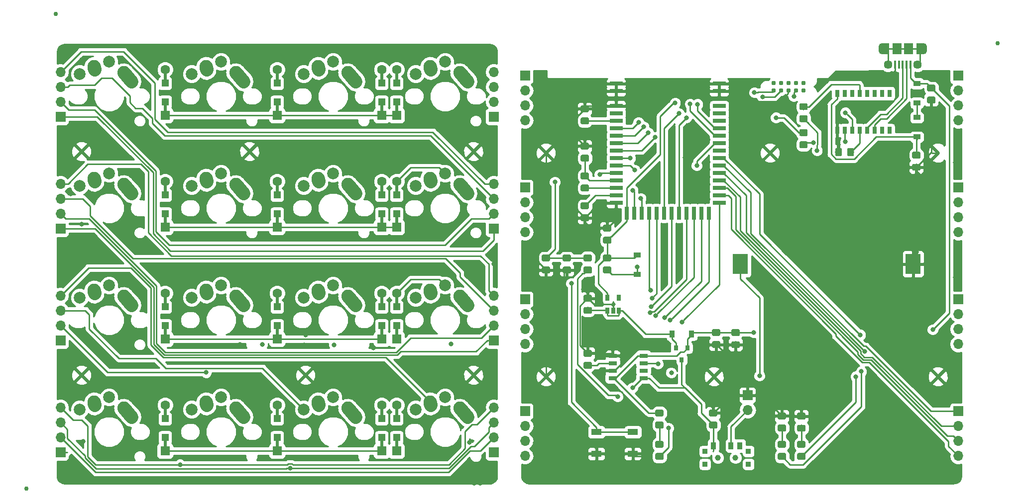
<source format=gbr>
G04 #@! TF.GenerationSoftware,KiCad,Pcbnew,(5.0.0)*
G04 #@! TF.CreationDate,2020-05-30T21:49:33-06:00*
G04 #@! TF.ProjectId,panel,70616E656C2E6B696361645F70636200,rev?*
G04 #@! TF.SameCoordinates,Original*
G04 #@! TF.FileFunction,Copper,L1,Top,Signal*
G04 #@! TF.FilePolarity,Positive*
%FSLAX46Y46*%
G04 Gerber Fmt 4.6, Leading zero omitted, Abs format (unit mm)*
G04 Created by KiCad (PCBNEW (5.0.0)) date 05/30/20 21:49:33*
%MOMM*%
%LPD*%
G01*
G04 APERTURE LIST*
G04 #@! TA.AperFunction,BGAPad,CuDef*
%ADD10C,0.750000*%
G04 #@! TD*
G04 #@! TA.AperFunction,ComponentPad*
%ADD11C,2.000000*%
G04 #@! TD*
G04 #@! TA.AperFunction,ComponentPad*
%ADD12C,2.250000*%
G04 #@! TD*
G04 #@! TA.AperFunction,Conductor*
%ADD13C,2.250000*%
G04 #@! TD*
G04 #@! TA.AperFunction,ComponentPad*
%ADD14C,1.600000*%
G04 #@! TD*
G04 #@! TA.AperFunction,ComponentPad*
%ADD15R,1.600000X1.600000*%
G04 #@! TD*
G04 #@! TA.AperFunction,Conductor*
%ADD16R,0.500000X2.500000*%
G04 #@! TD*
G04 #@! TA.AperFunction,SMDPad,CuDef*
%ADD17R,1.200000X1.200000*%
G04 #@! TD*
G04 #@! TA.AperFunction,ComponentPad*
%ADD18R,1.700000X1.700000*%
G04 #@! TD*
G04 #@! TA.AperFunction,ComponentPad*
%ADD19O,1.700000X1.700000*%
G04 #@! TD*
G04 #@! TA.AperFunction,Conductor*
%ADD20C,0.100000*%
G04 #@! TD*
G04 #@! TA.AperFunction,SMDPad,CuDef*
%ADD21C,1.150000*%
G04 #@! TD*
G04 #@! TA.AperFunction,SMDPad,CuDef*
%ADD22R,0.800000X0.900000*%
G04 #@! TD*
G04 #@! TA.AperFunction,WasherPad*
%ADD23C,1.000000*%
G04 #@! TD*
G04 #@! TA.AperFunction,SMDPad,CuDef*
%ADD24R,0.900000X1.250000*%
G04 #@! TD*
G04 #@! TA.AperFunction,SMDPad,CuDef*
%ADD25R,0.900000X0.900000*%
G04 #@! TD*
G04 #@! TA.AperFunction,SMDPad,CuDef*
%ADD26R,1.800000X1.100000*%
G04 #@! TD*
G04 #@! TA.AperFunction,SMDPad,CuDef*
%ADD27R,0.720000X2.200000*%
G04 #@! TD*
G04 #@! TA.AperFunction,SMDPad,CuDef*
%ADD28R,2.200000X0.720000*%
G04 #@! TD*
G04 #@! TA.AperFunction,SMDPad,CuDef*
%ADD29R,1.200000X0.900000*%
G04 #@! TD*
G04 #@! TA.AperFunction,SMDPad,CuDef*
%ADD30R,0.800000X1.300000*%
G04 #@! TD*
G04 #@! TA.AperFunction,SMDPad,CuDef*
%ADD31R,1.500000X1.900000*%
G04 #@! TD*
G04 #@! TA.AperFunction,ComponentPad*
%ADD32C,1.450000*%
G04 #@! TD*
G04 #@! TA.AperFunction,SMDPad,CuDef*
%ADD33R,0.400000X1.350000*%
G04 #@! TD*
G04 #@! TA.AperFunction,ComponentPad*
%ADD34O,1.200000X1.900000*%
G04 #@! TD*
G04 #@! TA.AperFunction,SMDPad,CuDef*
%ADD35R,1.200000X1.900000*%
G04 #@! TD*
G04 #@! TA.AperFunction,SMDPad,CuDef*
%ADD36R,0.900000X1.200000*%
G04 #@! TD*
G04 #@! TA.AperFunction,SMDPad,CuDef*
%ADD37R,1.450000X0.800000*%
G04 #@! TD*
G04 #@! TA.AperFunction,SMDPad,CuDef*
%ADD38R,0.650000X1.060000*%
G04 #@! TD*
G04 #@! TA.AperFunction,ConnectorPad*
%ADD39C,0.787400*%
G04 #@! TD*
G04 #@! TA.AperFunction,SMDPad,CuDef*
%ADD40R,2.540000X3.510000*%
G04 #@! TD*
G04 #@! TA.AperFunction,ViaPad*
%ADD41C,0.800000*%
G04 #@! TD*
G04 #@! TA.AperFunction,Conductor*
%ADD42C,0.250000*%
G04 #@! TD*
G04 #@! TA.AperFunction,Conductor*
%ADD43C,0.254000*%
G04 #@! TD*
G04 APERTURE END LIST*
D10*
G04 #@! TO.P,REF\002A\002A,~*
G04 #@! TO.N,N/C*
X202640000Y-37500000D03*
G04 #@! TD*
G04 #@! TO.P,REF\002A\002A,~*
G04 #@! TO.N,N/C*
X37500000Y-113400000D03*
G04 #@! TD*
G04 #@! TO.P,REF\002A\002A,~*
G04 #@! TO.N,N/C*
X42500000Y-32500000D03*
G04 #@! TD*
D11*
G04 #@! TO.P,S16,1*
G04 #@! TO.N,Net-(D16-Pad2)*
X108675000Y-40625000D03*
G04 #@! TO.P,S16,2*
G04 #@! TO.N,COL4*
X103675000Y-42725000D03*
D12*
G04 #@! TO.P,S16,1*
G04 #@! TO.N,Net-(D16-Pad2)*
X111175000Y-42525000D03*
X111830005Y-43254996D03*
D13*
G04 #@! TD*
G04 #@! TO.N,Net-(D16-Pad2)*
G04 #@! TO.C,S16*
X112485000Y-43985000D02*
X111175010Y-42524992D01*
D12*
G04 #@! TO.P,S16,2*
G04 #@! TO.N,COL4*
X106135000Y-41445000D03*
X106155229Y-41734984D03*
D13*
G04 #@! TD*
G04 #@! TO.N,COL4*
G04 #@! TO.C,S16*
X106175000Y-42025000D02*
X106135458Y-41444968D01*
D14*
G04 #@! TO.P,D16,2*
G04 #@! TO.N,Net-(D16-Pad2)*
X100420000Y-41990000D03*
D15*
G04 #@! TO.P,D16,1*
G04 #@! TO.N,ROW4*
X100420000Y-49790000D03*
D16*
G04 #@! TD*
G04 #@! TO.N,Net-(D16-Pad2)*
G04 #@! TO.C,D16*
X100420000Y-43190000D03*
D17*
G04 #@! TO.P,D16,2*
G04 #@! TO.N,Net-(D16-Pad2)*
X100420000Y-44315000D03*
G04 #@! TO.P,D16,1*
G04 #@! TO.N,ROW4*
X100420000Y-47465000D03*
D16*
G04 #@! TD*
G04 #@! TO.N,ROW4*
G04 #@! TO.C,D16*
X100420000Y-48590000D03*
D12*
G04 #@! TO.P,S7,2*
G04 #@! TO.N,COL3*
X87105229Y-79834984D03*
D13*
G04 #@! TD*
G04 #@! TO.N,COL3*
G04 #@! TO.C,S7*
X87125000Y-80125000D02*
X87085458Y-79544968D01*
D12*
G04 #@! TO.P,S7,2*
G04 #@! TO.N,COL3*
X87085000Y-79545000D03*
G04 #@! TO.P,S7,1*
G04 #@! TO.N,Net-(D7-Pad2)*
X92780005Y-81354996D03*
D13*
G04 #@! TD*
G04 #@! TO.N,Net-(D7-Pad2)*
G04 #@! TO.C,S7*
X93435000Y-82085000D02*
X92125010Y-80624992D01*
D12*
G04 #@! TO.P,S7,1*
G04 #@! TO.N,Net-(D7-Pad2)*
X92125000Y-80625000D03*
D11*
G04 #@! TO.P,S7,2*
G04 #@! TO.N,COL3*
X84625000Y-80825000D03*
G04 #@! TO.P,S7,1*
G04 #@! TO.N,Net-(D7-Pad2)*
X89625000Y-78725000D03*
G04 #@! TD*
D14*
G04 #@! TO.P,D2,2*
G04 #@! TO.N,Net-(D2-Pad2)*
X80100000Y-99140000D03*
D15*
G04 #@! TO.P,D2,1*
G04 #@! TO.N,ROW1*
X80100000Y-106940000D03*
D16*
G04 #@! TD*
G04 #@! TO.N,Net-(D2-Pad2)*
G04 #@! TO.C,D2*
X80100000Y-100340000D03*
D17*
G04 #@! TO.P,D2,2*
G04 #@! TO.N,Net-(D2-Pad2)*
X80100000Y-101465000D03*
G04 #@! TO.P,D2,1*
G04 #@! TO.N,ROW1*
X80100000Y-104615000D03*
D16*
G04 #@! TD*
G04 #@! TO.N,ROW1*
G04 #@! TO.C,D2*
X80100000Y-105740000D03*
D18*
G04 #@! TO.P,J1,1*
G04 #@! TO.N,ROW1*
X43270000Y-107167500D03*
D19*
G04 #@! TO.P,J1,2*
G04 #@! TO.N,ROW2*
X43270000Y-104627500D03*
G04 #@! TO.P,J1,3*
G04 #@! TO.N,ROW3*
X43270000Y-102087500D03*
G04 #@! TO.P,J1,4*
G04 #@! TO.N,ROW4*
X43270000Y-99547500D03*
G04 #@! TD*
G04 #@! TO.P,J2,4*
G04 #@! TO.N,COL4*
X43270000Y-80497500D03*
G04 #@! TO.P,J2,3*
G04 #@! TO.N,COL3*
X43270000Y-83037500D03*
G04 #@! TO.P,J2,2*
G04 #@! TO.N,COL2*
X43270000Y-85577500D03*
D18*
G04 #@! TO.P,J2,1*
G04 #@! TO.N,COL1*
X43270000Y-88117500D03*
G04 #@! TD*
G04 #@! TO.P,J3,1*
G04 #@! TO.N,COL5*
X43270000Y-69067500D03*
D19*
G04 #@! TO.P,J3,2*
G04 #@! TO.N,COL6*
X43270000Y-66527500D03*
G04 #@! TO.P,J3,3*
G04 #@! TO.N,COL7*
X43270000Y-63987500D03*
G04 #@! TO.P,J3,4*
G04 #@! TO.N,COL8*
X43270000Y-61447500D03*
G04 #@! TD*
G04 #@! TO.P,J4,4*
G04 #@! TO.N,COL12*
X43270000Y-42397500D03*
G04 #@! TO.P,J4,3*
G04 #@! TO.N,COL11*
X43270000Y-44937500D03*
G04 #@! TO.P,J4,2*
G04 #@! TO.N,COL10*
X43270000Y-47477500D03*
D18*
G04 #@! TO.P,J4,1*
G04 #@! TO.N,COL9*
X43270000Y-50017500D03*
G04 #@! TD*
G04 #@! TO.P,J5,1*
G04 #@! TO.N,ROW1*
X116930000Y-107167500D03*
D19*
G04 #@! TO.P,J5,2*
G04 #@! TO.N,ROW2*
X116930000Y-104627500D03*
G04 #@! TO.P,J5,3*
G04 #@! TO.N,ROW3*
X116930000Y-102087500D03*
G04 #@! TO.P,J5,4*
G04 #@! TO.N,ROW4*
X116930000Y-99547500D03*
G04 #@! TD*
G04 #@! TO.P,J6,4*
G04 #@! TO.N,COL8*
X116930000Y-80497500D03*
G04 #@! TO.P,J6,3*
G04 #@! TO.N,COL7*
X116930000Y-83037500D03*
G04 #@! TO.P,J6,2*
G04 #@! TO.N,COL6*
X116930000Y-85577500D03*
D18*
G04 #@! TO.P,J6,1*
G04 #@! TO.N,COL5*
X116930000Y-88117500D03*
G04 #@! TD*
G04 #@! TO.P,J7,1*
G04 #@! TO.N,COL9*
X116930000Y-69067500D03*
D19*
G04 #@! TO.P,J7,2*
G04 #@! TO.N,COL10*
X116930000Y-66527500D03*
G04 #@! TO.P,J7,3*
G04 #@! TO.N,COL11*
X116930000Y-63987500D03*
G04 #@! TO.P,J7,4*
G04 #@! TO.N,COL12*
X116930000Y-61447500D03*
G04 #@! TD*
G04 #@! TO.P,J8,4*
G04 #@! TO.N,N/C*
X116930000Y-42397500D03*
G04 #@! TO.P,J8,3*
X116930000Y-44937500D03*
G04 #@! TO.P,J8,2*
X116930000Y-47477500D03*
D18*
G04 #@! TO.P,J8,1*
X116930000Y-50017500D03*
G04 #@! TD*
D14*
G04 #@! TO.P,D1,2*
G04 #@! TO.N,Net-(D1-Pad2)*
X61050000Y-99140000D03*
D15*
G04 #@! TO.P,D1,1*
G04 #@! TO.N,ROW1*
X61050000Y-106940000D03*
D16*
G04 #@! TD*
G04 #@! TO.N,Net-(D1-Pad2)*
G04 #@! TO.C,D1*
X61050000Y-100340000D03*
D17*
G04 #@! TO.P,D1,2*
G04 #@! TO.N,Net-(D1-Pad2)*
X61050000Y-101465000D03*
G04 #@! TO.P,D1,1*
G04 #@! TO.N,ROW1*
X61050000Y-104615000D03*
D16*
G04 #@! TD*
G04 #@! TO.N,ROW1*
G04 #@! TO.C,D1*
X61050000Y-105740000D03*
G04 #@! TO.N,ROW1*
G04 #@! TO.C,D3*
X97880000Y-105740000D03*
D17*
G04 #@! TD*
G04 #@! TO.P,D3,1*
G04 #@! TO.N,ROW1*
X97880000Y-104615000D03*
G04 #@! TO.P,D3,2*
G04 #@! TO.N,Net-(D3-Pad2)*
X97880000Y-101465000D03*
D16*
G04 #@! TD*
G04 #@! TO.N,Net-(D3-Pad2)*
G04 #@! TO.C,D3*
X97880000Y-100340000D03*
D15*
G04 #@! TO.P,D3,1*
G04 #@! TO.N,ROW1*
X97880000Y-106940000D03*
D14*
G04 #@! TO.P,D3,2*
G04 #@! TO.N,Net-(D3-Pad2)*
X97880000Y-99140000D03*
G04 #@! TD*
D16*
G04 #@! TO.N,ROW1*
G04 #@! TO.C,D4*
X100420000Y-105740000D03*
D17*
G04 #@! TD*
G04 #@! TO.P,D4,1*
G04 #@! TO.N,ROW1*
X100420000Y-104615000D03*
G04 #@! TO.P,D4,2*
G04 #@! TO.N,Net-(D4-Pad2)*
X100420000Y-101465000D03*
D16*
G04 #@! TD*
G04 #@! TO.N,Net-(D4-Pad2)*
G04 #@! TO.C,D4*
X100420000Y-100340000D03*
D15*
G04 #@! TO.P,D4,1*
G04 #@! TO.N,ROW1*
X100420000Y-106940000D03*
D14*
G04 #@! TO.P,D4,2*
G04 #@! TO.N,Net-(D4-Pad2)*
X100420000Y-99140000D03*
G04 #@! TD*
G04 #@! TO.P,D5,2*
G04 #@! TO.N,Net-(D5-Pad2)*
X61050000Y-80090000D03*
D15*
G04 #@! TO.P,D5,1*
G04 #@! TO.N,ROW2*
X61050000Y-87890000D03*
D16*
G04 #@! TD*
G04 #@! TO.N,Net-(D5-Pad2)*
G04 #@! TO.C,D5*
X61050000Y-81290000D03*
D17*
G04 #@! TO.P,D5,2*
G04 #@! TO.N,Net-(D5-Pad2)*
X61050000Y-82415000D03*
G04 #@! TO.P,D5,1*
G04 #@! TO.N,ROW2*
X61050000Y-85565000D03*
D16*
G04 #@! TD*
G04 #@! TO.N,ROW2*
G04 #@! TO.C,D5*
X61050000Y-86690000D03*
G04 #@! TO.N,ROW2*
G04 #@! TO.C,D6*
X80100000Y-86690000D03*
D17*
G04 #@! TD*
G04 #@! TO.P,D6,1*
G04 #@! TO.N,ROW2*
X80100000Y-85565000D03*
G04 #@! TO.P,D6,2*
G04 #@! TO.N,Net-(D6-Pad2)*
X80100000Y-82415000D03*
D16*
G04 #@! TD*
G04 #@! TO.N,Net-(D6-Pad2)*
G04 #@! TO.C,D6*
X80100000Y-81290000D03*
D15*
G04 #@! TO.P,D6,1*
G04 #@! TO.N,ROW2*
X80100000Y-87890000D03*
D14*
G04 #@! TO.P,D6,2*
G04 #@! TO.N,Net-(D6-Pad2)*
X80100000Y-80090000D03*
G04 #@! TD*
G04 #@! TO.P,D7,2*
G04 #@! TO.N,Net-(D7-Pad2)*
X97880000Y-80090000D03*
D15*
G04 #@! TO.P,D7,1*
G04 #@! TO.N,ROW2*
X97880000Y-87890000D03*
D16*
G04 #@! TD*
G04 #@! TO.N,Net-(D7-Pad2)*
G04 #@! TO.C,D7*
X97880000Y-81290000D03*
D17*
G04 #@! TO.P,D7,2*
G04 #@! TO.N,Net-(D7-Pad2)*
X97880000Y-82415000D03*
G04 #@! TO.P,D7,1*
G04 #@! TO.N,ROW2*
X97880000Y-85565000D03*
D16*
G04 #@! TD*
G04 #@! TO.N,ROW2*
G04 #@! TO.C,D7*
X97880000Y-86690000D03*
G04 #@! TO.N,ROW2*
G04 #@! TO.C,D8*
X100420000Y-86690000D03*
D17*
G04 #@! TD*
G04 #@! TO.P,D8,1*
G04 #@! TO.N,ROW2*
X100420000Y-85565000D03*
G04 #@! TO.P,D8,2*
G04 #@! TO.N,Net-(D8-Pad2)*
X100420000Y-82415000D03*
D16*
G04 #@! TD*
G04 #@! TO.N,Net-(D8-Pad2)*
G04 #@! TO.C,D8*
X100420000Y-81290000D03*
D15*
G04 #@! TO.P,D8,1*
G04 #@! TO.N,ROW2*
X100420000Y-87890000D03*
D14*
G04 #@! TO.P,D8,2*
G04 #@! TO.N,Net-(D8-Pad2)*
X100420000Y-80090000D03*
G04 #@! TD*
D16*
G04 #@! TO.N,ROW3*
G04 #@! TO.C,D9*
X61050000Y-67640000D03*
D17*
G04 #@! TD*
G04 #@! TO.P,D9,1*
G04 #@! TO.N,ROW3*
X61050000Y-66515000D03*
G04 #@! TO.P,D9,2*
G04 #@! TO.N,Net-(D9-Pad2)*
X61050000Y-63365000D03*
D16*
G04 #@! TD*
G04 #@! TO.N,Net-(D9-Pad2)*
G04 #@! TO.C,D9*
X61050000Y-62240000D03*
D15*
G04 #@! TO.P,D9,1*
G04 #@! TO.N,ROW3*
X61050000Y-68840000D03*
D14*
G04 #@! TO.P,D9,2*
G04 #@! TO.N,Net-(D9-Pad2)*
X61050000Y-61040000D03*
G04 #@! TD*
G04 #@! TO.P,D10,2*
G04 #@! TO.N,Net-(D10-Pad2)*
X80100000Y-61040000D03*
D15*
G04 #@! TO.P,D10,1*
G04 #@! TO.N,ROW3*
X80100000Y-68840000D03*
D16*
G04 #@! TD*
G04 #@! TO.N,Net-(D10-Pad2)*
G04 #@! TO.C,D10*
X80100000Y-62240000D03*
D17*
G04 #@! TO.P,D10,2*
G04 #@! TO.N,Net-(D10-Pad2)*
X80100000Y-63365000D03*
G04 #@! TO.P,D10,1*
G04 #@! TO.N,ROW3*
X80100000Y-66515000D03*
D16*
G04 #@! TD*
G04 #@! TO.N,ROW3*
G04 #@! TO.C,D10*
X80100000Y-67640000D03*
G04 #@! TO.N,ROW3*
G04 #@! TO.C,D11*
X97880000Y-67640000D03*
D17*
G04 #@! TD*
G04 #@! TO.P,D11,1*
G04 #@! TO.N,ROW3*
X97880000Y-66515000D03*
G04 #@! TO.P,D11,2*
G04 #@! TO.N,Net-(D11-Pad2)*
X97880000Y-63365000D03*
D16*
G04 #@! TD*
G04 #@! TO.N,Net-(D11-Pad2)*
G04 #@! TO.C,D11*
X97880000Y-62240000D03*
D15*
G04 #@! TO.P,D11,1*
G04 #@! TO.N,ROW3*
X97880000Y-68840000D03*
D14*
G04 #@! TO.P,D11,2*
G04 #@! TO.N,Net-(D11-Pad2)*
X97880000Y-61040000D03*
G04 #@! TD*
G04 #@! TO.P,D12,2*
G04 #@! TO.N,Net-(D12-Pad2)*
X100420000Y-61040000D03*
D15*
G04 #@! TO.P,D12,1*
G04 #@! TO.N,ROW3*
X100420000Y-68840000D03*
D16*
G04 #@! TD*
G04 #@! TO.N,Net-(D12-Pad2)*
G04 #@! TO.C,D12*
X100420000Y-62240000D03*
D17*
G04 #@! TO.P,D12,2*
G04 #@! TO.N,Net-(D12-Pad2)*
X100420000Y-63365000D03*
G04 #@! TO.P,D12,1*
G04 #@! TO.N,ROW3*
X100420000Y-66515000D03*
D16*
G04 #@! TD*
G04 #@! TO.N,ROW3*
G04 #@! TO.C,D12*
X100420000Y-67640000D03*
D14*
G04 #@! TO.P,D13,2*
G04 #@! TO.N,Net-(D13-Pad2)*
X61050000Y-41990000D03*
D15*
G04 #@! TO.P,D13,1*
G04 #@! TO.N,ROW4*
X61050000Y-49790000D03*
D16*
G04 #@! TD*
G04 #@! TO.N,Net-(D13-Pad2)*
G04 #@! TO.C,D13*
X61050000Y-43190000D03*
D17*
G04 #@! TO.P,D13,2*
G04 #@! TO.N,Net-(D13-Pad2)*
X61050000Y-44315000D03*
G04 #@! TO.P,D13,1*
G04 #@! TO.N,ROW4*
X61050000Y-47465000D03*
D16*
G04 #@! TD*
G04 #@! TO.N,ROW4*
G04 #@! TO.C,D13*
X61050000Y-48590000D03*
G04 #@! TO.N,ROW4*
G04 #@! TO.C,D14*
X80100000Y-48590000D03*
D17*
G04 #@! TD*
G04 #@! TO.P,D14,1*
G04 #@! TO.N,ROW4*
X80100000Y-47465000D03*
G04 #@! TO.P,D14,2*
G04 #@! TO.N,Net-(D14-Pad2)*
X80100000Y-44315000D03*
D16*
G04 #@! TD*
G04 #@! TO.N,Net-(D14-Pad2)*
G04 #@! TO.C,D14*
X80100000Y-43190000D03*
D15*
G04 #@! TO.P,D14,1*
G04 #@! TO.N,ROW4*
X80100000Y-49790000D03*
D14*
G04 #@! TO.P,D14,2*
G04 #@! TO.N,Net-(D14-Pad2)*
X80100000Y-41990000D03*
G04 #@! TD*
D16*
G04 #@! TO.N,ROW4*
G04 #@! TO.C,D15*
X97880000Y-48590000D03*
D17*
G04 #@! TD*
G04 #@! TO.P,D15,1*
G04 #@! TO.N,ROW4*
X97880000Y-47465000D03*
G04 #@! TO.P,D15,2*
G04 #@! TO.N,Net-(D15-Pad2)*
X97880000Y-44315000D03*
D16*
G04 #@! TD*
G04 #@! TO.N,Net-(D15-Pad2)*
G04 #@! TO.C,D15*
X97880000Y-43190000D03*
D15*
G04 #@! TO.P,D15,1*
G04 #@! TO.N,ROW4*
X97880000Y-49790000D03*
D14*
G04 #@! TO.P,D15,2*
G04 #@! TO.N,Net-(D15-Pad2)*
X97880000Y-41990000D03*
G04 #@! TD*
D12*
G04 #@! TO.P,S1,2*
G04 #@! TO.N,COL1*
X49005229Y-98884984D03*
D13*
G04 #@! TD*
G04 #@! TO.N,COL1*
G04 #@! TO.C,S1*
X49025000Y-99175000D02*
X48985458Y-98594968D01*
D12*
G04 #@! TO.P,S1,2*
G04 #@! TO.N,COL1*
X48985000Y-98595000D03*
G04 #@! TO.P,S1,1*
G04 #@! TO.N,Net-(D1-Pad2)*
X54680005Y-100404996D03*
D13*
G04 #@! TD*
G04 #@! TO.N,Net-(D1-Pad2)*
G04 #@! TO.C,S1*
X55335000Y-101135000D02*
X54025010Y-99674992D01*
D12*
G04 #@! TO.P,S1,1*
G04 #@! TO.N,Net-(D1-Pad2)*
X54025000Y-99675000D03*
D11*
G04 #@! TO.P,S1,2*
G04 #@! TO.N,COL1*
X46525000Y-99875000D03*
G04 #@! TO.P,S1,1*
G04 #@! TO.N,Net-(D1-Pad2)*
X51525000Y-97775000D03*
G04 #@! TD*
G04 #@! TO.P,S2,1*
G04 #@! TO.N,Net-(D2-Pad2)*
X70575000Y-97775000D03*
G04 #@! TO.P,S2,2*
G04 #@! TO.N,COL2*
X65575000Y-99875000D03*
D12*
G04 #@! TO.P,S2,1*
G04 #@! TO.N,Net-(D2-Pad2)*
X73075000Y-99675000D03*
X73730005Y-100404996D03*
D13*
G04 #@! TD*
G04 #@! TO.N,Net-(D2-Pad2)*
G04 #@! TO.C,S2*
X74385000Y-101135000D02*
X73075010Y-99674992D01*
D12*
G04 #@! TO.P,S2,2*
G04 #@! TO.N,COL2*
X68035000Y-98595000D03*
X68055229Y-98884984D03*
D13*
G04 #@! TD*
G04 #@! TO.N,COL2*
G04 #@! TO.C,S2*
X68075000Y-99175000D02*
X68035458Y-98594968D01*
D12*
G04 #@! TO.P,S3,2*
G04 #@! TO.N,COL3*
X87105229Y-98884984D03*
D13*
G04 #@! TD*
G04 #@! TO.N,COL3*
G04 #@! TO.C,S3*
X87125000Y-99175000D02*
X87085458Y-98594968D01*
D12*
G04 #@! TO.P,S3,2*
G04 #@! TO.N,COL3*
X87085000Y-98595000D03*
G04 #@! TO.P,S3,1*
G04 #@! TO.N,Net-(D3-Pad2)*
X92780005Y-100404996D03*
D13*
G04 #@! TD*
G04 #@! TO.N,Net-(D3-Pad2)*
G04 #@! TO.C,S3*
X93435000Y-101135000D02*
X92125010Y-99674992D01*
D12*
G04 #@! TO.P,S3,1*
G04 #@! TO.N,Net-(D3-Pad2)*
X92125000Y-99675000D03*
D11*
G04 #@! TO.P,S3,2*
G04 #@! TO.N,COL3*
X84625000Y-99875000D03*
G04 #@! TO.P,S3,1*
G04 #@! TO.N,Net-(D3-Pad2)*
X89625000Y-97775000D03*
G04 #@! TD*
G04 #@! TO.P,S4,1*
G04 #@! TO.N,Net-(D4-Pad2)*
X108675000Y-97775000D03*
G04 #@! TO.P,S4,2*
G04 #@! TO.N,COL4*
X103675000Y-99875000D03*
D12*
G04 #@! TO.P,S4,1*
G04 #@! TO.N,Net-(D4-Pad2)*
X111175000Y-99675000D03*
X111830005Y-100404996D03*
D13*
G04 #@! TD*
G04 #@! TO.N,Net-(D4-Pad2)*
G04 #@! TO.C,S4*
X112485000Y-101135000D02*
X111175010Y-99674992D01*
D12*
G04 #@! TO.P,S4,2*
G04 #@! TO.N,COL4*
X106135000Y-98595000D03*
X106155229Y-98884984D03*
D13*
G04 #@! TD*
G04 #@! TO.N,COL4*
G04 #@! TO.C,S4*
X106175000Y-99175000D02*
X106135458Y-98594968D01*
D11*
G04 #@! TO.P,S5,1*
G04 #@! TO.N,Net-(D5-Pad2)*
X51525000Y-78725000D03*
G04 #@! TO.P,S5,2*
G04 #@! TO.N,COL1*
X46525000Y-80825000D03*
D12*
G04 #@! TO.P,S5,1*
G04 #@! TO.N,Net-(D5-Pad2)*
X54025000Y-80625000D03*
X54680005Y-81354996D03*
D13*
G04 #@! TD*
G04 #@! TO.N,Net-(D5-Pad2)*
G04 #@! TO.C,S5*
X55335000Y-82085000D02*
X54025010Y-80624992D01*
D12*
G04 #@! TO.P,S5,2*
G04 #@! TO.N,COL1*
X48985000Y-79545000D03*
X49005229Y-79834984D03*
D13*
G04 #@! TD*
G04 #@! TO.N,COL1*
G04 #@! TO.C,S5*
X49025000Y-80125000D02*
X48985458Y-79544968D01*
D12*
G04 #@! TO.P,S6,2*
G04 #@! TO.N,COL2*
X68055229Y-79834984D03*
D13*
G04 #@! TD*
G04 #@! TO.N,COL2*
G04 #@! TO.C,S6*
X68075000Y-80125000D02*
X68035458Y-79544968D01*
D12*
G04 #@! TO.P,S6,2*
G04 #@! TO.N,COL2*
X68035000Y-79545000D03*
G04 #@! TO.P,S6,1*
G04 #@! TO.N,Net-(D6-Pad2)*
X73730005Y-81354996D03*
D13*
G04 #@! TD*
G04 #@! TO.N,Net-(D6-Pad2)*
G04 #@! TO.C,S6*
X74385000Y-82085000D02*
X73075010Y-80624992D01*
D12*
G04 #@! TO.P,S6,1*
G04 #@! TO.N,Net-(D6-Pad2)*
X73075000Y-80625000D03*
D11*
G04 #@! TO.P,S6,2*
G04 #@! TO.N,COL2*
X65575000Y-80825000D03*
G04 #@! TO.P,S6,1*
G04 #@! TO.N,Net-(D6-Pad2)*
X70575000Y-78725000D03*
G04 #@! TD*
G04 #@! TO.P,S8,1*
G04 #@! TO.N,Net-(D8-Pad2)*
X108675000Y-78725000D03*
G04 #@! TO.P,S8,2*
G04 #@! TO.N,COL4*
X103675000Y-80825000D03*
D12*
G04 #@! TO.P,S8,1*
G04 #@! TO.N,Net-(D8-Pad2)*
X111175000Y-80625000D03*
X111830005Y-81354996D03*
D13*
G04 #@! TD*
G04 #@! TO.N,Net-(D8-Pad2)*
G04 #@! TO.C,S8*
X112485000Y-82085000D02*
X111175010Y-80624992D01*
D12*
G04 #@! TO.P,S8,2*
G04 #@! TO.N,COL4*
X106135000Y-79545000D03*
X106155229Y-79834984D03*
D13*
G04 #@! TD*
G04 #@! TO.N,COL4*
G04 #@! TO.C,S8*
X106175000Y-80125000D02*
X106135458Y-79544968D01*
D11*
G04 #@! TO.P,S9,1*
G04 #@! TO.N,Net-(D9-Pad2)*
X51525000Y-59675000D03*
G04 #@! TO.P,S9,2*
G04 #@! TO.N,COL1*
X46525000Y-61775000D03*
D12*
G04 #@! TO.P,S9,1*
G04 #@! TO.N,Net-(D9-Pad2)*
X54025000Y-61575000D03*
X54680005Y-62304996D03*
D13*
G04 #@! TD*
G04 #@! TO.N,Net-(D9-Pad2)*
G04 #@! TO.C,S9*
X55335000Y-63035000D02*
X54025010Y-61574992D01*
D12*
G04 #@! TO.P,S9,2*
G04 #@! TO.N,COL1*
X48985000Y-60495000D03*
X49005229Y-60784984D03*
D13*
G04 #@! TD*
G04 #@! TO.N,COL1*
G04 #@! TO.C,S9*
X49025000Y-61075000D02*
X48985458Y-60494968D01*
D12*
G04 #@! TO.P,S10,2*
G04 #@! TO.N,COL2*
X68055229Y-60784984D03*
D13*
G04 #@! TD*
G04 #@! TO.N,COL2*
G04 #@! TO.C,S10*
X68075000Y-61075000D02*
X68035458Y-60494968D01*
D12*
G04 #@! TO.P,S10,2*
G04 #@! TO.N,COL2*
X68035000Y-60495000D03*
G04 #@! TO.P,S10,1*
G04 #@! TO.N,Net-(D10-Pad2)*
X73730005Y-62304996D03*
D13*
G04 #@! TD*
G04 #@! TO.N,Net-(D10-Pad2)*
G04 #@! TO.C,S10*
X74385000Y-63035000D02*
X73075010Y-61574992D01*
D12*
G04 #@! TO.P,S10,1*
G04 #@! TO.N,Net-(D10-Pad2)*
X73075000Y-61575000D03*
D11*
G04 #@! TO.P,S10,2*
G04 #@! TO.N,COL2*
X65575000Y-61775000D03*
G04 #@! TO.P,S10,1*
G04 #@! TO.N,Net-(D10-Pad2)*
X70575000Y-59675000D03*
G04 #@! TD*
D12*
G04 #@! TO.P,S11,2*
G04 #@! TO.N,COL3*
X87105229Y-60784984D03*
D13*
G04 #@! TD*
G04 #@! TO.N,COL3*
G04 #@! TO.C,S11*
X87125000Y-61075000D02*
X87085458Y-60494968D01*
D12*
G04 #@! TO.P,S11,2*
G04 #@! TO.N,COL3*
X87085000Y-60495000D03*
G04 #@! TO.P,S11,1*
G04 #@! TO.N,Net-(D11-Pad2)*
X92780005Y-62304996D03*
D13*
G04 #@! TD*
G04 #@! TO.N,Net-(D11-Pad2)*
G04 #@! TO.C,S11*
X93435000Y-63035000D02*
X92125010Y-61574992D01*
D12*
G04 #@! TO.P,S11,1*
G04 #@! TO.N,Net-(D11-Pad2)*
X92125000Y-61575000D03*
D11*
G04 #@! TO.P,S11,2*
G04 #@! TO.N,COL3*
X84625000Y-61775000D03*
G04 #@! TO.P,S11,1*
G04 #@! TO.N,Net-(D11-Pad2)*
X89625000Y-59675000D03*
G04 #@! TD*
D12*
G04 #@! TO.P,S12,2*
G04 #@! TO.N,COL4*
X106155229Y-60784984D03*
D13*
G04 #@! TD*
G04 #@! TO.N,COL4*
G04 #@! TO.C,S12*
X106175000Y-61075000D02*
X106135458Y-60494968D01*
D12*
G04 #@! TO.P,S12,2*
G04 #@! TO.N,COL4*
X106135000Y-60495000D03*
G04 #@! TO.P,S12,1*
G04 #@! TO.N,Net-(D12-Pad2)*
X111830005Y-62304996D03*
D13*
G04 #@! TD*
G04 #@! TO.N,Net-(D12-Pad2)*
G04 #@! TO.C,S12*
X112485000Y-63035000D02*
X111175010Y-61574992D01*
D12*
G04 #@! TO.P,S12,1*
G04 #@! TO.N,Net-(D12-Pad2)*
X111175000Y-61575000D03*
D11*
G04 #@! TO.P,S12,2*
G04 #@! TO.N,COL4*
X103675000Y-61775000D03*
G04 #@! TO.P,S12,1*
G04 #@! TO.N,Net-(D12-Pad2)*
X108675000Y-59675000D03*
G04 #@! TD*
G04 #@! TO.P,S13,1*
G04 #@! TO.N,Net-(D13-Pad2)*
X51525000Y-40625000D03*
G04 #@! TO.P,S13,2*
G04 #@! TO.N,COL1*
X46525000Y-42725000D03*
D12*
G04 #@! TO.P,S13,1*
G04 #@! TO.N,Net-(D13-Pad2)*
X54025000Y-42525000D03*
X54680005Y-43254996D03*
D13*
G04 #@! TD*
G04 #@! TO.N,Net-(D13-Pad2)*
G04 #@! TO.C,S13*
X55335000Y-43985000D02*
X54025010Y-42524992D01*
D12*
G04 #@! TO.P,S13,2*
G04 #@! TO.N,COL1*
X48985000Y-41445000D03*
X49005229Y-41734984D03*
D13*
G04 #@! TD*
G04 #@! TO.N,COL1*
G04 #@! TO.C,S13*
X49025000Y-42025000D02*
X48985458Y-41444968D01*
D11*
G04 #@! TO.P,S14,1*
G04 #@! TO.N,Net-(D14-Pad2)*
X70575000Y-40625000D03*
G04 #@! TO.P,S14,2*
G04 #@! TO.N,COL2*
X65575000Y-42725000D03*
D12*
G04 #@! TO.P,S14,1*
G04 #@! TO.N,Net-(D14-Pad2)*
X73075000Y-42525000D03*
X73730005Y-43254996D03*
D13*
G04 #@! TD*
G04 #@! TO.N,Net-(D14-Pad2)*
G04 #@! TO.C,S14*
X74385000Y-43985000D02*
X73075010Y-42524992D01*
D12*
G04 #@! TO.P,S14,2*
G04 #@! TO.N,COL2*
X68035000Y-41445000D03*
X68055229Y-41734984D03*
D13*
G04 #@! TD*
G04 #@! TO.N,COL2*
G04 #@! TO.C,S14*
X68075000Y-42025000D02*
X68035458Y-41444968D01*
D12*
G04 #@! TO.P,S15,2*
G04 #@! TO.N,COL3*
X87105229Y-41734984D03*
D13*
G04 #@! TD*
G04 #@! TO.N,COL3*
G04 #@! TO.C,S15*
X87125000Y-42025000D02*
X87085458Y-41444968D01*
D12*
G04 #@! TO.P,S15,2*
G04 #@! TO.N,COL3*
X87085000Y-41445000D03*
G04 #@! TO.P,S15,1*
G04 #@! TO.N,Net-(D15-Pad2)*
X92780005Y-43254996D03*
D13*
G04 #@! TD*
G04 #@! TO.N,Net-(D15-Pad2)*
G04 #@! TO.C,S15*
X93435000Y-43985000D02*
X92125010Y-42524992D01*
D12*
G04 #@! TO.P,S15,1*
G04 #@! TO.N,Net-(D15-Pad2)*
X92125000Y-42525000D03*
D11*
G04 #@! TO.P,S15,2*
G04 #@! TO.N,COL3*
X84625000Y-42725000D03*
G04 #@! TO.P,S15,1*
G04 #@! TO.N,Net-(D15-Pad2)*
X89625000Y-40625000D03*
G04 #@! TD*
D18*
G04 #@! TO.P,J1,1*
G04 #@! TO.N,ROW1*
X122270000Y-43032500D03*
D19*
G04 #@! TO.P,J1,2*
G04 #@! TO.N,ROW2*
X122270000Y-45572500D03*
G04 #@! TO.P,J1,3*
G04 #@! TO.N,ROW3*
X122270000Y-48112500D03*
G04 #@! TO.P,J1,4*
G04 #@! TO.N,ROW4*
X122270000Y-50652500D03*
G04 #@! TD*
G04 #@! TO.P,J2,4*
G04 #@! TO.N,COL4*
X122270000Y-69702500D03*
G04 #@! TO.P,J2,3*
G04 #@! TO.N,COL3*
X122270000Y-67162500D03*
G04 #@! TO.P,J2,2*
G04 #@! TO.N,COL2*
X122270000Y-64622500D03*
D18*
G04 #@! TO.P,J2,1*
G04 #@! TO.N,COL1*
X122270000Y-62082500D03*
G04 #@! TD*
G04 #@! TO.P,J3,1*
G04 #@! TO.N,COL5*
X122270000Y-81132500D03*
D19*
G04 #@! TO.P,J3,2*
G04 #@! TO.N,COL6*
X122270000Y-83672500D03*
G04 #@! TO.P,J3,3*
G04 #@! TO.N,COL7*
X122270000Y-86212500D03*
G04 #@! TO.P,J3,4*
G04 #@! TO.N,COL8*
X122270000Y-88752500D03*
G04 #@! TD*
G04 #@! TO.P,J4,4*
G04 #@! TO.N,COL12*
X122270000Y-107802500D03*
G04 #@! TO.P,J4,3*
G04 #@! TO.N,COL11*
X122270000Y-105262500D03*
G04 #@! TO.P,J4,2*
G04 #@! TO.N,COL10*
X122270000Y-102722500D03*
D18*
G04 #@! TO.P,J4,1*
G04 #@! TO.N,COL9*
X122270000Y-100182500D03*
G04 #@! TD*
G04 #@! TO.P,J5,1*
G04 #@! TO.N,ROW1*
X195930000Y-43032500D03*
D19*
G04 #@! TO.P,J5,2*
G04 #@! TO.N,ROW2*
X195930000Y-45572500D03*
G04 #@! TO.P,J5,3*
G04 #@! TO.N,ROW3*
X195930000Y-48112500D03*
G04 #@! TO.P,J5,4*
G04 #@! TO.N,ROW4*
X195930000Y-50652500D03*
G04 #@! TD*
G04 #@! TO.P,J6,4*
G04 #@! TO.N,COL8*
X195930000Y-69702500D03*
G04 #@! TO.P,J6,3*
G04 #@! TO.N,COL7*
X195930000Y-67162500D03*
G04 #@! TO.P,J6,2*
G04 #@! TO.N,COL6*
X195930000Y-64622500D03*
D18*
G04 #@! TO.P,J6,1*
G04 #@! TO.N,COL5*
X195930000Y-62082500D03*
G04 #@! TD*
G04 #@! TO.P,J7,1*
G04 #@! TO.N,COL9*
X195930000Y-81132500D03*
D19*
G04 #@! TO.P,J7,2*
G04 #@! TO.N,COL10*
X195930000Y-83672500D03*
G04 #@! TO.P,J7,3*
G04 #@! TO.N,COL11*
X195930000Y-86212500D03*
G04 #@! TO.P,J7,4*
G04 #@! TO.N,COL12*
X195930000Y-88752500D03*
G04 #@! TD*
G04 #@! TO.P,J8,4*
G04 #@! TO.N,COL16*
X195930000Y-107802500D03*
G04 #@! TO.P,J8,3*
G04 #@! TO.N,COL15*
X195930000Y-105262500D03*
G04 #@! TO.P,J8,2*
G04 #@! TO.N,COL14*
X195930000Y-102722500D03*
D18*
G04 #@! TO.P,J8,1*
G04 #@! TO.N,COL13*
X195930000Y-100182500D03*
G04 #@! TD*
D20*
G04 #@! TO.N,GND*
G04 #@! TO.C,C1*
G36*
X132904505Y-54451204D02*
X132928773Y-54454804D01*
X132952572Y-54460765D01*
X132975671Y-54469030D01*
X132997850Y-54479520D01*
X133018893Y-54492132D01*
X133038599Y-54506747D01*
X133056777Y-54523223D01*
X133073253Y-54541401D01*
X133087868Y-54561107D01*
X133100480Y-54582150D01*
X133110970Y-54604329D01*
X133119235Y-54627428D01*
X133125196Y-54651227D01*
X133128796Y-54675495D01*
X133130000Y-54699999D01*
X133130000Y-55350001D01*
X133128796Y-55374505D01*
X133125196Y-55398773D01*
X133119235Y-55422572D01*
X133110970Y-55445671D01*
X133100480Y-55467850D01*
X133087868Y-55488893D01*
X133073253Y-55508599D01*
X133056777Y-55526777D01*
X133038599Y-55543253D01*
X133018893Y-55557868D01*
X132997850Y-55570480D01*
X132975671Y-55580970D01*
X132952572Y-55589235D01*
X132928773Y-55595196D01*
X132904505Y-55598796D01*
X132880001Y-55600000D01*
X131979999Y-55600000D01*
X131955495Y-55598796D01*
X131931227Y-55595196D01*
X131907428Y-55589235D01*
X131884329Y-55580970D01*
X131862150Y-55570480D01*
X131841107Y-55557868D01*
X131821401Y-55543253D01*
X131803223Y-55526777D01*
X131786747Y-55508599D01*
X131772132Y-55488893D01*
X131759520Y-55467850D01*
X131749030Y-55445671D01*
X131740765Y-55422572D01*
X131734804Y-55398773D01*
X131731204Y-55374505D01*
X131730000Y-55350001D01*
X131730000Y-54699999D01*
X131731204Y-54675495D01*
X131734804Y-54651227D01*
X131740765Y-54627428D01*
X131749030Y-54604329D01*
X131759520Y-54582150D01*
X131772132Y-54561107D01*
X131786747Y-54541401D01*
X131803223Y-54523223D01*
X131821401Y-54506747D01*
X131841107Y-54492132D01*
X131862150Y-54479520D01*
X131884329Y-54469030D01*
X131907428Y-54460765D01*
X131931227Y-54454804D01*
X131955495Y-54451204D01*
X131979999Y-54450000D01*
X132880001Y-54450000D01*
X132904505Y-54451204D01*
X132904505Y-54451204D01*
G37*
D21*
G04 #@! TD*
G04 #@! TO.P,C1,2*
G04 #@! TO.N,GND*
X132430000Y-55025000D03*
D20*
G04 #@! TO.N,Net-(C1-Pad1)*
G04 #@! TO.C,C1*
G36*
X132904505Y-56501204D02*
X132928773Y-56504804D01*
X132952572Y-56510765D01*
X132975671Y-56519030D01*
X132997850Y-56529520D01*
X133018893Y-56542132D01*
X133038599Y-56556747D01*
X133056777Y-56573223D01*
X133073253Y-56591401D01*
X133087868Y-56611107D01*
X133100480Y-56632150D01*
X133110970Y-56654329D01*
X133119235Y-56677428D01*
X133125196Y-56701227D01*
X133128796Y-56725495D01*
X133130000Y-56749999D01*
X133130000Y-57400001D01*
X133128796Y-57424505D01*
X133125196Y-57448773D01*
X133119235Y-57472572D01*
X133110970Y-57495671D01*
X133100480Y-57517850D01*
X133087868Y-57538893D01*
X133073253Y-57558599D01*
X133056777Y-57576777D01*
X133038599Y-57593253D01*
X133018893Y-57607868D01*
X132997850Y-57620480D01*
X132975671Y-57630970D01*
X132952572Y-57639235D01*
X132928773Y-57645196D01*
X132904505Y-57648796D01*
X132880001Y-57650000D01*
X131979999Y-57650000D01*
X131955495Y-57648796D01*
X131931227Y-57645196D01*
X131907428Y-57639235D01*
X131884329Y-57630970D01*
X131862150Y-57620480D01*
X131841107Y-57607868D01*
X131821401Y-57593253D01*
X131803223Y-57576777D01*
X131786747Y-57558599D01*
X131772132Y-57538893D01*
X131759520Y-57517850D01*
X131749030Y-57495671D01*
X131740765Y-57472572D01*
X131734804Y-57448773D01*
X131731204Y-57424505D01*
X131730000Y-57400001D01*
X131730000Y-56749999D01*
X131731204Y-56725495D01*
X131734804Y-56701227D01*
X131740765Y-56677428D01*
X131749030Y-56654329D01*
X131759520Y-56632150D01*
X131772132Y-56611107D01*
X131786747Y-56591401D01*
X131803223Y-56573223D01*
X131821401Y-56556747D01*
X131841107Y-56542132D01*
X131862150Y-56529520D01*
X131884329Y-56519030D01*
X131907428Y-56510765D01*
X131931227Y-56504804D01*
X131955495Y-56501204D01*
X131979999Y-56500000D01*
X132880001Y-56500000D01*
X132904505Y-56501204D01*
X132904505Y-56501204D01*
G37*
D21*
G04 #@! TD*
G04 #@! TO.P,C1,1*
G04 #@! TO.N,Net-(C1-Pad1)*
X132430000Y-57075000D03*
D20*
G04 #@! TO.N,Net-(C2-Pad1)*
G04 #@! TO.C,C2*
G36*
X132904505Y-64611204D02*
X132928773Y-64614804D01*
X132952572Y-64620765D01*
X132975671Y-64629030D01*
X132997850Y-64639520D01*
X133018893Y-64652132D01*
X133038599Y-64666747D01*
X133056777Y-64683223D01*
X133073253Y-64701401D01*
X133087868Y-64721107D01*
X133100480Y-64742150D01*
X133110970Y-64764329D01*
X133119235Y-64787428D01*
X133125196Y-64811227D01*
X133128796Y-64835495D01*
X133130000Y-64859999D01*
X133130000Y-65510001D01*
X133128796Y-65534505D01*
X133125196Y-65558773D01*
X133119235Y-65582572D01*
X133110970Y-65605671D01*
X133100480Y-65627850D01*
X133087868Y-65648893D01*
X133073253Y-65668599D01*
X133056777Y-65686777D01*
X133038599Y-65703253D01*
X133018893Y-65717868D01*
X132997850Y-65730480D01*
X132975671Y-65740970D01*
X132952572Y-65749235D01*
X132928773Y-65755196D01*
X132904505Y-65758796D01*
X132880001Y-65760000D01*
X131979999Y-65760000D01*
X131955495Y-65758796D01*
X131931227Y-65755196D01*
X131907428Y-65749235D01*
X131884329Y-65740970D01*
X131862150Y-65730480D01*
X131841107Y-65717868D01*
X131821401Y-65703253D01*
X131803223Y-65686777D01*
X131786747Y-65668599D01*
X131772132Y-65648893D01*
X131759520Y-65627850D01*
X131749030Y-65605671D01*
X131740765Y-65582572D01*
X131734804Y-65558773D01*
X131731204Y-65534505D01*
X131730000Y-65510001D01*
X131730000Y-64859999D01*
X131731204Y-64835495D01*
X131734804Y-64811227D01*
X131740765Y-64787428D01*
X131749030Y-64764329D01*
X131759520Y-64742150D01*
X131772132Y-64721107D01*
X131786747Y-64701401D01*
X131803223Y-64683223D01*
X131821401Y-64666747D01*
X131841107Y-64652132D01*
X131862150Y-64639520D01*
X131884329Y-64629030D01*
X131907428Y-64620765D01*
X131931227Y-64614804D01*
X131955495Y-64611204D01*
X131979999Y-64610000D01*
X132880001Y-64610000D01*
X132904505Y-64611204D01*
X132904505Y-64611204D01*
G37*
D21*
G04 #@! TD*
G04 #@! TO.P,C2,1*
G04 #@! TO.N,Net-(C2-Pad1)*
X132430000Y-65185000D03*
D20*
G04 #@! TO.N,GND*
G04 #@! TO.C,C2*
G36*
X132904505Y-66661204D02*
X132928773Y-66664804D01*
X132952572Y-66670765D01*
X132975671Y-66679030D01*
X132997850Y-66689520D01*
X133018893Y-66702132D01*
X133038599Y-66716747D01*
X133056777Y-66733223D01*
X133073253Y-66751401D01*
X133087868Y-66771107D01*
X133100480Y-66792150D01*
X133110970Y-66814329D01*
X133119235Y-66837428D01*
X133125196Y-66861227D01*
X133128796Y-66885495D01*
X133130000Y-66909999D01*
X133130000Y-67560001D01*
X133128796Y-67584505D01*
X133125196Y-67608773D01*
X133119235Y-67632572D01*
X133110970Y-67655671D01*
X133100480Y-67677850D01*
X133087868Y-67698893D01*
X133073253Y-67718599D01*
X133056777Y-67736777D01*
X133038599Y-67753253D01*
X133018893Y-67767868D01*
X132997850Y-67780480D01*
X132975671Y-67790970D01*
X132952572Y-67799235D01*
X132928773Y-67805196D01*
X132904505Y-67808796D01*
X132880001Y-67810000D01*
X131979999Y-67810000D01*
X131955495Y-67808796D01*
X131931227Y-67805196D01*
X131907428Y-67799235D01*
X131884329Y-67790970D01*
X131862150Y-67780480D01*
X131841107Y-67767868D01*
X131821401Y-67753253D01*
X131803223Y-67736777D01*
X131786747Y-67718599D01*
X131772132Y-67698893D01*
X131759520Y-67677850D01*
X131749030Y-67655671D01*
X131740765Y-67632572D01*
X131734804Y-67608773D01*
X131731204Y-67584505D01*
X131730000Y-67560001D01*
X131730000Y-66909999D01*
X131731204Y-66885495D01*
X131734804Y-66861227D01*
X131740765Y-66837428D01*
X131749030Y-66814329D01*
X131759520Y-66792150D01*
X131772132Y-66771107D01*
X131786747Y-66751401D01*
X131803223Y-66733223D01*
X131821401Y-66716747D01*
X131841107Y-66702132D01*
X131862150Y-66689520D01*
X131884329Y-66679030D01*
X131907428Y-66670765D01*
X131931227Y-66664804D01*
X131955495Y-66661204D01*
X131979999Y-66660000D01*
X132880001Y-66660000D01*
X132904505Y-66661204D01*
X132904505Y-66661204D01*
G37*
D21*
G04 #@! TD*
G04 #@! TO.P,C2,2*
G04 #@! TO.N,GND*
X132430000Y-67235000D03*
D20*
G04 #@! TO.N,VCC*
G04 #@! TO.C,C3*
G36*
X136714505Y-70471204D02*
X136738773Y-70474804D01*
X136762572Y-70480765D01*
X136785671Y-70489030D01*
X136807850Y-70499520D01*
X136828893Y-70512132D01*
X136848599Y-70526747D01*
X136866777Y-70543223D01*
X136883253Y-70561401D01*
X136897868Y-70581107D01*
X136910480Y-70602150D01*
X136920970Y-70624329D01*
X136929235Y-70647428D01*
X136935196Y-70671227D01*
X136938796Y-70695495D01*
X136940000Y-70719999D01*
X136940000Y-71370001D01*
X136938796Y-71394505D01*
X136935196Y-71418773D01*
X136929235Y-71442572D01*
X136920970Y-71465671D01*
X136910480Y-71487850D01*
X136897868Y-71508893D01*
X136883253Y-71528599D01*
X136866777Y-71546777D01*
X136848599Y-71563253D01*
X136828893Y-71577868D01*
X136807850Y-71590480D01*
X136785671Y-71600970D01*
X136762572Y-71609235D01*
X136738773Y-71615196D01*
X136714505Y-71618796D01*
X136690001Y-71620000D01*
X135789999Y-71620000D01*
X135765495Y-71618796D01*
X135741227Y-71615196D01*
X135717428Y-71609235D01*
X135694329Y-71600970D01*
X135672150Y-71590480D01*
X135651107Y-71577868D01*
X135631401Y-71563253D01*
X135613223Y-71546777D01*
X135596747Y-71528599D01*
X135582132Y-71508893D01*
X135569520Y-71487850D01*
X135559030Y-71465671D01*
X135550765Y-71442572D01*
X135544804Y-71418773D01*
X135541204Y-71394505D01*
X135540000Y-71370001D01*
X135540000Y-70719999D01*
X135541204Y-70695495D01*
X135544804Y-70671227D01*
X135550765Y-70647428D01*
X135559030Y-70624329D01*
X135569520Y-70602150D01*
X135582132Y-70581107D01*
X135596747Y-70561401D01*
X135613223Y-70543223D01*
X135631401Y-70526747D01*
X135651107Y-70512132D01*
X135672150Y-70499520D01*
X135694329Y-70489030D01*
X135717428Y-70480765D01*
X135741227Y-70474804D01*
X135765495Y-70471204D01*
X135789999Y-70470000D01*
X136690001Y-70470000D01*
X136714505Y-70471204D01*
X136714505Y-70471204D01*
G37*
D21*
G04 #@! TD*
G04 #@! TO.P,C3,1*
G04 #@! TO.N,VCC*
X136240000Y-71045000D03*
D20*
G04 #@! TO.N,GND*
G04 #@! TO.C,C3*
G36*
X136714505Y-68421204D02*
X136738773Y-68424804D01*
X136762572Y-68430765D01*
X136785671Y-68439030D01*
X136807850Y-68449520D01*
X136828893Y-68462132D01*
X136848599Y-68476747D01*
X136866777Y-68493223D01*
X136883253Y-68511401D01*
X136897868Y-68531107D01*
X136910480Y-68552150D01*
X136920970Y-68574329D01*
X136929235Y-68597428D01*
X136935196Y-68621227D01*
X136938796Y-68645495D01*
X136940000Y-68669999D01*
X136940000Y-69320001D01*
X136938796Y-69344505D01*
X136935196Y-69368773D01*
X136929235Y-69392572D01*
X136920970Y-69415671D01*
X136910480Y-69437850D01*
X136897868Y-69458893D01*
X136883253Y-69478599D01*
X136866777Y-69496777D01*
X136848599Y-69513253D01*
X136828893Y-69527868D01*
X136807850Y-69540480D01*
X136785671Y-69550970D01*
X136762572Y-69559235D01*
X136738773Y-69565196D01*
X136714505Y-69568796D01*
X136690001Y-69570000D01*
X135789999Y-69570000D01*
X135765495Y-69568796D01*
X135741227Y-69565196D01*
X135717428Y-69559235D01*
X135694329Y-69550970D01*
X135672150Y-69540480D01*
X135651107Y-69527868D01*
X135631401Y-69513253D01*
X135613223Y-69496777D01*
X135596747Y-69478599D01*
X135582132Y-69458893D01*
X135569520Y-69437850D01*
X135559030Y-69415671D01*
X135550765Y-69392572D01*
X135544804Y-69368773D01*
X135541204Y-69344505D01*
X135540000Y-69320001D01*
X135540000Y-68669999D01*
X135541204Y-68645495D01*
X135544804Y-68621227D01*
X135550765Y-68597428D01*
X135559030Y-68574329D01*
X135569520Y-68552150D01*
X135582132Y-68531107D01*
X135596747Y-68511401D01*
X135613223Y-68493223D01*
X135631401Y-68476747D01*
X135651107Y-68462132D01*
X135672150Y-68449520D01*
X135694329Y-68439030D01*
X135717428Y-68430765D01*
X135741227Y-68424804D01*
X135765495Y-68421204D01*
X135789999Y-68420000D01*
X136690001Y-68420000D01*
X136714505Y-68421204D01*
X136714505Y-68421204D01*
G37*
D21*
G04 #@! TD*
G04 #@! TO.P,C3,2*
G04 #@! TO.N,GND*
X136240000Y-68995000D03*
D20*
G04 #@! TO.N,GND*
G04 #@! TO.C,C4*
G36*
X132904505Y-48101204D02*
X132928773Y-48104804D01*
X132952572Y-48110765D01*
X132975671Y-48119030D01*
X132997850Y-48129520D01*
X133018893Y-48142132D01*
X133038599Y-48156747D01*
X133056777Y-48173223D01*
X133073253Y-48191401D01*
X133087868Y-48211107D01*
X133100480Y-48232150D01*
X133110970Y-48254329D01*
X133119235Y-48277428D01*
X133125196Y-48301227D01*
X133128796Y-48325495D01*
X133130000Y-48349999D01*
X133130000Y-49000001D01*
X133128796Y-49024505D01*
X133125196Y-49048773D01*
X133119235Y-49072572D01*
X133110970Y-49095671D01*
X133100480Y-49117850D01*
X133087868Y-49138893D01*
X133073253Y-49158599D01*
X133056777Y-49176777D01*
X133038599Y-49193253D01*
X133018893Y-49207868D01*
X132997850Y-49220480D01*
X132975671Y-49230970D01*
X132952572Y-49239235D01*
X132928773Y-49245196D01*
X132904505Y-49248796D01*
X132880001Y-49250000D01*
X131979999Y-49250000D01*
X131955495Y-49248796D01*
X131931227Y-49245196D01*
X131907428Y-49239235D01*
X131884329Y-49230970D01*
X131862150Y-49220480D01*
X131841107Y-49207868D01*
X131821401Y-49193253D01*
X131803223Y-49176777D01*
X131786747Y-49158599D01*
X131772132Y-49138893D01*
X131759520Y-49117850D01*
X131749030Y-49095671D01*
X131740765Y-49072572D01*
X131734804Y-49048773D01*
X131731204Y-49024505D01*
X131730000Y-49000001D01*
X131730000Y-48349999D01*
X131731204Y-48325495D01*
X131734804Y-48301227D01*
X131740765Y-48277428D01*
X131749030Y-48254329D01*
X131759520Y-48232150D01*
X131772132Y-48211107D01*
X131786747Y-48191401D01*
X131803223Y-48173223D01*
X131821401Y-48156747D01*
X131841107Y-48142132D01*
X131862150Y-48129520D01*
X131884329Y-48119030D01*
X131907428Y-48110765D01*
X131931227Y-48104804D01*
X131955495Y-48101204D01*
X131979999Y-48100000D01*
X132880001Y-48100000D01*
X132904505Y-48101204D01*
X132904505Y-48101204D01*
G37*
D21*
G04 #@! TD*
G04 #@! TO.P,C4,2*
G04 #@! TO.N,GND*
X132430000Y-48675000D03*
D20*
G04 #@! TO.N,Net-(C4-Pad1)*
G04 #@! TO.C,C4*
G36*
X132904505Y-50151204D02*
X132928773Y-50154804D01*
X132952572Y-50160765D01*
X132975671Y-50169030D01*
X132997850Y-50179520D01*
X133018893Y-50192132D01*
X133038599Y-50206747D01*
X133056777Y-50223223D01*
X133073253Y-50241401D01*
X133087868Y-50261107D01*
X133100480Y-50282150D01*
X133110970Y-50304329D01*
X133119235Y-50327428D01*
X133125196Y-50351227D01*
X133128796Y-50375495D01*
X133130000Y-50399999D01*
X133130000Y-51050001D01*
X133128796Y-51074505D01*
X133125196Y-51098773D01*
X133119235Y-51122572D01*
X133110970Y-51145671D01*
X133100480Y-51167850D01*
X133087868Y-51188893D01*
X133073253Y-51208599D01*
X133056777Y-51226777D01*
X133038599Y-51243253D01*
X133018893Y-51257868D01*
X132997850Y-51270480D01*
X132975671Y-51280970D01*
X132952572Y-51289235D01*
X132928773Y-51295196D01*
X132904505Y-51298796D01*
X132880001Y-51300000D01*
X131979999Y-51300000D01*
X131955495Y-51298796D01*
X131931227Y-51295196D01*
X131907428Y-51289235D01*
X131884329Y-51280970D01*
X131862150Y-51270480D01*
X131841107Y-51257868D01*
X131821401Y-51243253D01*
X131803223Y-51226777D01*
X131786747Y-51208599D01*
X131772132Y-51188893D01*
X131759520Y-51167850D01*
X131749030Y-51145671D01*
X131740765Y-51122572D01*
X131734804Y-51098773D01*
X131731204Y-51074505D01*
X131730000Y-51050001D01*
X131730000Y-50399999D01*
X131731204Y-50375495D01*
X131734804Y-50351227D01*
X131740765Y-50327428D01*
X131749030Y-50304329D01*
X131759520Y-50282150D01*
X131772132Y-50261107D01*
X131786747Y-50241401D01*
X131803223Y-50223223D01*
X131821401Y-50206747D01*
X131841107Y-50192132D01*
X131862150Y-50179520D01*
X131884329Y-50169030D01*
X131907428Y-50160765D01*
X131931227Y-50154804D01*
X131955495Y-50151204D01*
X131979999Y-50150000D01*
X132880001Y-50150000D01*
X132904505Y-50151204D01*
X132904505Y-50151204D01*
G37*
D21*
G04 #@! TD*
G04 #@! TO.P,C4,1*
G04 #@! TO.N,Net-(C4-Pad1)*
X132430000Y-50725000D03*
D20*
G04 #@! TO.N,Net-(C1-Pad1)*
G04 #@! TO.C,L1*
G36*
X132904505Y-59531204D02*
X132928773Y-59534804D01*
X132952572Y-59540765D01*
X132975671Y-59549030D01*
X132997850Y-59559520D01*
X133018893Y-59572132D01*
X133038599Y-59586747D01*
X133056777Y-59603223D01*
X133073253Y-59621401D01*
X133087868Y-59641107D01*
X133100480Y-59662150D01*
X133110970Y-59684329D01*
X133119235Y-59707428D01*
X133125196Y-59731227D01*
X133128796Y-59755495D01*
X133130000Y-59779999D01*
X133130000Y-60430001D01*
X133128796Y-60454505D01*
X133125196Y-60478773D01*
X133119235Y-60502572D01*
X133110970Y-60525671D01*
X133100480Y-60547850D01*
X133087868Y-60568893D01*
X133073253Y-60588599D01*
X133056777Y-60606777D01*
X133038599Y-60623253D01*
X133018893Y-60637868D01*
X132997850Y-60650480D01*
X132975671Y-60660970D01*
X132952572Y-60669235D01*
X132928773Y-60675196D01*
X132904505Y-60678796D01*
X132880001Y-60680000D01*
X131979999Y-60680000D01*
X131955495Y-60678796D01*
X131931227Y-60675196D01*
X131907428Y-60669235D01*
X131884329Y-60660970D01*
X131862150Y-60650480D01*
X131841107Y-60637868D01*
X131821401Y-60623253D01*
X131803223Y-60606777D01*
X131786747Y-60588599D01*
X131772132Y-60568893D01*
X131759520Y-60547850D01*
X131749030Y-60525671D01*
X131740765Y-60502572D01*
X131734804Y-60478773D01*
X131731204Y-60454505D01*
X131730000Y-60430001D01*
X131730000Y-59779999D01*
X131731204Y-59755495D01*
X131734804Y-59731227D01*
X131740765Y-59707428D01*
X131749030Y-59684329D01*
X131759520Y-59662150D01*
X131772132Y-59641107D01*
X131786747Y-59621401D01*
X131803223Y-59603223D01*
X131821401Y-59586747D01*
X131841107Y-59572132D01*
X131862150Y-59559520D01*
X131884329Y-59549030D01*
X131907428Y-59540765D01*
X131931227Y-59534804D01*
X131955495Y-59531204D01*
X131979999Y-59530000D01*
X132880001Y-59530000D01*
X132904505Y-59531204D01*
X132904505Y-59531204D01*
G37*
D21*
G04 #@! TD*
G04 #@! TO.P,L1,1*
G04 #@! TO.N,Net-(C1-Pad1)*
X132430000Y-60105000D03*
D20*
G04 #@! TO.N,Net-(L1-Pad2)*
G04 #@! TO.C,L1*
G36*
X132904505Y-61581204D02*
X132928773Y-61584804D01*
X132952572Y-61590765D01*
X132975671Y-61599030D01*
X132997850Y-61609520D01*
X133018893Y-61622132D01*
X133038599Y-61636747D01*
X133056777Y-61653223D01*
X133073253Y-61671401D01*
X133087868Y-61691107D01*
X133100480Y-61712150D01*
X133110970Y-61734329D01*
X133119235Y-61757428D01*
X133125196Y-61781227D01*
X133128796Y-61805495D01*
X133130000Y-61829999D01*
X133130000Y-62480001D01*
X133128796Y-62504505D01*
X133125196Y-62528773D01*
X133119235Y-62552572D01*
X133110970Y-62575671D01*
X133100480Y-62597850D01*
X133087868Y-62618893D01*
X133073253Y-62638599D01*
X133056777Y-62656777D01*
X133038599Y-62673253D01*
X133018893Y-62687868D01*
X132997850Y-62700480D01*
X132975671Y-62710970D01*
X132952572Y-62719235D01*
X132928773Y-62725196D01*
X132904505Y-62728796D01*
X132880001Y-62730000D01*
X131979999Y-62730000D01*
X131955495Y-62728796D01*
X131931227Y-62725196D01*
X131907428Y-62719235D01*
X131884329Y-62710970D01*
X131862150Y-62700480D01*
X131841107Y-62687868D01*
X131821401Y-62673253D01*
X131803223Y-62656777D01*
X131786747Y-62638599D01*
X131772132Y-62618893D01*
X131759520Y-62597850D01*
X131749030Y-62575671D01*
X131740765Y-62552572D01*
X131734804Y-62528773D01*
X131731204Y-62504505D01*
X131730000Y-62480001D01*
X131730000Y-61829999D01*
X131731204Y-61805495D01*
X131734804Y-61781227D01*
X131740765Y-61757428D01*
X131749030Y-61734329D01*
X131759520Y-61712150D01*
X131772132Y-61691107D01*
X131786747Y-61671401D01*
X131803223Y-61653223D01*
X131821401Y-61636747D01*
X131841107Y-61622132D01*
X131862150Y-61609520D01*
X131884329Y-61599030D01*
X131907428Y-61590765D01*
X131931227Y-61584804D01*
X131955495Y-61581204D01*
X131979999Y-61580000D01*
X132880001Y-61580000D01*
X132904505Y-61581204D01*
X132904505Y-61581204D01*
G37*
D21*
G04 #@! TD*
G04 #@! TO.P,L1,2*
G04 #@! TO.N,Net-(L1-Pad2)*
X132430000Y-62155000D03*
D22*
G04 #@! TO.P,Q1,1*
G04 #@! TO.N,VBUS*
X149874000Y-89406000D03*
G04 #@! TO.P,Q1,2*
G04 #@! TO.N,Net-(C12-Pad1)*
X147974000Y-89406000D03*
G04 #@! TO.P,Q1,3*
G04 #@! TO.N,VBATT*
X148924000Y-91406000D03*
G04 #@! TD*
D20*
G04 #@! TO.N,RESET*
G04 #@! TO.C,R1*
G36*
X136714505Y-75542204D02*
X136738773Y-75545804D01*
X136762572Y-75551765D01*
X136785671Y-75560030D01*
X136807850Y-75570520D01*
X136828893Y-75583132D01*
X136848599Y-75597747D01*
X136866777Y-75614223D01*
X136883253Y-75632401D01*
X136897868Y-75652107D01*
X136910480Y-75673150D01*
X136920970Y-75695329D01*
X136929235Y-75718428D01*
X136935196Y-75742227D01*
X136938796Y-75766495D01*
X136940000Y-75790999D01*
X136940000Y-76441001D01*
X136938796Y-76465505D01*
X136935196Y-76489773D01*
X136929235Y-76513572D01*
X136920970Y-76536671D01*
X136910480Y-76558850D01*
X136897868Y-76579893D01*
X136883253Y-76599599D01*
X136866777Y-76617777D01*
X136848599Y-76634253D01*
X136828893Y-76648868D01*
X136807850Y-76661480D01*
X136785671Y-76671970D01*
X136762572Y-76680235D01*
X136738773Y-76686196D01*
X136714505Y-76689796D01*
X136690001Y-76691000D01*
X135789999Y-76691000D01*
X135765495Y-76689796D01*
X135741227Y-76686196D01*
X135717428Y-76680235D01*
X135694329Y-76671970D01*
X135672150Y-76661480D01*
X135651107Y-76648868D01*
X135631401Y-76634253D01*
X135613223Y-76617777D01*
X135596747Y-76599599D01*
X135582132Y-76579893D01*
X135569520Y-76558850D01*
X135559030Y-76536671D01*
X135550765Y-76513572D01*
X135544804Y-76489773D01*
X135541204Y-76465505D01*
X135540000Y-76441001D01*
X135540000Y-75790999D01*
X135541204Y-75766495D01*
X135544804Y-75742227D01*
X135550765Y-75718428D01*
X135559030Y-75695329D01*
X135569520Y-75673150D01*
X135582132Y-75652107D01*
X135596747Y-75632401D01*
X135613223Y-75614223D01*
X135631401Y-75597747D01*
X135651107Y-75583132D01*
X135672150Y-75570520D01*
X135694329Y-75560030D01*
X135717428Y-75551765D01*
X135741227Y-75545804D01*
X135765495Y-75542204D01*
X135789999Y-75541000D01*
X136690001Y-75541000D01*
X136714505Y-75542204D01*
X136714505Y-75542204D01*
G37*
D21*
G04 #@! TD*
G04 #@! TO.P,R1,2*
G04 #@! TO.N,RESET*
X136240000Y-76116000D03*
D20*
G04 #@! TO.N,VCC*
G04 #@! TO.C,R1*
G36*
X136714505Y-73492204D02*
X136738773Y-73495804D01*
X136762572Y-73501765D01*
X136785671Y-73510030D01*
X136807850Y-73520520D01*
X136828893Y-73533132D01*
X136848599Y-73547747D01*
X136866777Y-73564223D01*
X136883253Y-73582401D01*
X136897868Y-73602107D01*
X136910480Y-73623150D01*
X136920970Y-73645329D01*
X136929235Y-73668428D01*
X136935196Y-73692227D01*
X136938796Y-73716495D01*
X136940000Y-73740999D01*
X136940000Y-74391001D01*
X136938796Y-74415505D01*
X136935196Y-74439773D01*
X136929235Y-74463572D01*
X136920970Y-74486671D01*
X136910480Y-74508850D01*
X136897868Y-74529893D01*
X136883253Y-74549599D01*
X136866777Y-74567777D01*
X136848599Y-74584253D01*
X136828893Y-74598868D01*
X136807850Y-74611480D01*
X136785671Y-74621970D01*
X136762572Y-74630235D01*
X136738773Y-74636196D01*
X136714505Y-74639796D01*
X136690001Y-74641000D01*
X135789999Y-74641000D01*
X135765495Y-74639796D01*
X135741227Y-74636196D01*
X135717428Y-74630235D01*
X135694329Y-74621970D01*
X135672150Y-74611480D01*
X135651107Y-74598868D01*
X135631401Y-74584253D01*
X135613223Y-74567777D01*
X135596747Y-74549599D01*
X135582132Y-74529893D01*
X135569520Y-74508850D01*
X135559030Y-74486671D01*
X135550765Y-74463572D01*
X135544804Y-74439773D01*
X135541204Y-74415505D01*
X135540000Y-74391001D01*
X135540000Y-73740999D01*
X135541204Y-73716495D01*
X135544804Y-73692227D01*
X135550765Y-73668428D01*
X135559030Y-73645329D01*
X135569520Y-73623150D01*
X135582132Y-73602107D01*
X135596747Y-73582401D01*
X135613223Y-73564223D01*
X135631401Y-73547747D01*
X135651107Y-73533132D01*
X135672150Y-73520520D01*
X135694329Y-73510030D01*
X135717428Y-73501765D01*
X135741227Y-73495804D01*
X135765495Y-73492204D01*
X135789999Y-73491000D01*
X136690001Y-73491000D01*
X136714505Y-73492204D01*
X136714505Y-73492204D01*
G37*
D21*
G04 #@! TD*
G04 #@! TO.P,R1,1*
G04 #@! TO.N,VCC*
X136240000Y-74066000D03*
D23*
G04 #@! TO.P,SW1,*
G04 #@! TO.N,*
X155060000Y-108120000D03*
X158060000Y-108120000D03*
D24*
G04 #@! TO.P,SW1,2*
G04 #@! TO.N,Net-(BT1-Pad1)*
X157310000Y-106045000D03*
G04 #@! TO.P,SW1,3*
G04 #@! TO.N,N/C*
X158810000Y-106045000D03*
G04 #@! TO.P,SW1,1*
G04 #@! TO.N,VBATT*
X154310000Y-106045000D03*
D25*
G04 #@! TO.P,SW1,0*
G04 #@! TO.N,N/C*
X152860000Y-109220000D03*
X152860000Y-107020000D03*
X160260000Y-107020000D03*
X160260000Y-109220000D03*
G04 #@! TD*
D26*
G04 #@! TO.P,SW2,1*
G04 #@! TO.N,GND*
X140610000Y-107430000D03*
X134410000Y-107430000D03*
G04 #@! TO.P,SW2,2*
G04 #@! TO.N,RESET*
X140610000Y-103730000D03*
X134410000Y-103730000D03*
G04 #@! TD*
D27*
G04 #@! TO.P,U1,27*
G04 #@! TO.N,COL11*
X153512000Y-66464000D03*
G04 #@! TO.P,U1,26*
G04 #@! TO.N,COL10*
X152242000Y-66464000D03*
G04 #@! TO.P,U1,25*
G04 #@! TO.N,COL9*
X150972000Y-66464000D03*
G04 #@! TO.P,U1,24*
G04 #@! TO.N,COL8*
X149702000Y-66464000D03*
G04 #@! TO.P,U1,23*
G04 #@! TO.N,RXD*
X148432000Y-66464000D03*
G04 #@! TO.P,U1,22*
G04 #@! TO.N,COL7*
X147162000Y-66464000D03*
G04 #@! TO.P,U1,21*
G04 #@! TO.N,TXD*
X145892000Y-66464000D03*
G04 #@! TO.P,U1,20*
G04 #@! TO.N,COL6*
X144622000Y-66464000D03*
G04 #@! TO.P,U1,19*
G04 #@! TO.N,COL5*
X143352000Y-66464000D03*
G04 #@! TO.P,U1,18*
G04 #@! TO.N,COL4*
X142082000Y-66464000D03*
G04 #@! TO.P,U1,17*
G04 #@! TO.N,COL3*
X140812000Y-66464000D03*
G04 #@! TO.P,U1,16*
G04 #@! TO.N,VCC*
X139542000Y-66464000D03*
D28*
G04 #@! TO.P,U1,28*
G04 #@! TO.N,COL12*
X155290000Y-64686000D03*
G04 #@! TO.P,U1,29*
G04 #@! TO.N,COL16*
X155290000Y-63416000D03*
G04 #@! TO.P,U1,30*
G04 #@! TO.N,COL15*
X155290000Y-62146000D03*
G04 #@! TO.P,U1,31*
G04 #@! TO.N,COL14*
X155290000Y-60876000D03*
G04 #@! TO.P,U1,32*
G04 #@! TO.N,REDLED*
X155290000Y-59606000D03*
G04 #@! TO.P,U1,33*
G04 #@! TO.N,COL13*
X155290000Y-58336000D03*
G04 #@! TO.P,U1,34*
G04 #@! TO.N,BLUELED*
X155290000Y-57066000D03*
G04 #@! TO.P,U1,35*
G04 #@! TO.N,N/C*
X155290000Y-55796000D03*
G04 #@! TO.P,U1,36*
G04 #@! TO.N,RESET*
X155290000Y-54526000D03*
G04 #@! TO.P,U1,37*
G04 #@! TO.N,SWDCLK*
X155290000Y-53256000D03*
G04 #@! TO.P,U1,38*
G04 #@! TO.N,SWDIO*
X155290000Y-51986000D03*
G04 #@! TO.P,U1,39*
G04 #@! TO.N,N/C*
X155290000Y-50716000D03*
G04 #@! TO.P,U1,40*
X155290000Y-49446000D03*
G04 #@! TO.P,U1,41*
X155290000Y-48176000D03*
G04 #@! TO.P,U1,42*
G04 #@! TO.N,GND*
X155290000Y-45636000D03*
G04 #@! TO.P,U1,43*
X155290000Y-44366000D03*
G04 #@! TO.P,U1,0*
X137764000Y-44366000D03*
G04 #@! TO.P,U1,1*
X137764000Y-45636000D03*
G04 #@! TO.P,U1,2*
X137764000Y-48176000D03*
G04 #@! TO.P,U1,3*
G04 #@! TO.N,N/C*
X137764000Y-49446000D03*
G04 #@! TO.P,U1,4*
G04 #@! TO.N,Net-(C4-Pad1)*
X137764000Y-50716000D03*
G04 #@! TO.P,U1,5*
G04 #@! TO.N,ROW1*
X137764000Y-51986000D03*
G04 #@! TO.P,U1,6*
G04 #@! TO.N,ROW2*
X137764000Y-53256000D03*
G04 #@! TO.P,U1,7*
G04 #@! TO.N,ROW3*
X137764000Y-54526000D03*
G04 #@! TO.P,U1,8*
G04 #@! TO.N,ROW4*
X137764000Y-55796000D03*
G04 #@! TO.P,U1,9*
G04 #@! TO.N,COL1*
X137764000Y-57066000D03*
G04 #@! TO.P,U1,10*
G04 #@! TO.N,COL2*
X137764000Y-58336000D03*
G04 #@! TO.P,U1,11*
G04 #@! TO.N,Net-(C14-Pad1)*
X137764000Y-59606000D03*
G04 #@! TO.P,U1,12*
G04 #@! TO.N,Net-(C1-Pad1)*
X137764000Y-60876000D03*
G04 #@! TO.P,U1,13*
G04 #@! TO.N,Net-(L1-Pad2)*
X137764000Y-62146000D03*
G04 #@! TO.P,U1,14*
G04 #@! TO.N,Net-(C2-Pad1)*
X137764000Y-63416000D03*
G04 #@! TO.P,U1,15*
G04 #@! TO.N,GND*
X137764000Y-64686000D03*
G04 #@! TD*
D20*
G04 #@! TO.N,BLUELED*
G04 #@! TO.C,D1*
G36*
X169734505Y-107301204D02*
X169758773Y-107304804D01*
X169782572Y-107310765D01*
X169805671Y-107319030D01*
X169827850Y-107329520D01*
X169848893Y-107342132D01*
X169868599Y-107356747D01*
X169886777Y-107373223D01*
X169903253Y-107391401D01*
X169917868Y-107411107D01*
X169930480Y-107432150D01*
X169940970Y-107454329D01*
X169949235Y-107477428D01*
X169955196Y-107501227D01*
X169958796Y-107525495D01*
X169960000Y-107549999D01*
X169960000Y-108200001D01*
X169958796Y-108224505D01*
X169955196Y-108248773D01*
X169949235Y-108272572D01*
X169940970Y-108295671D01*
X169930480Y-108317850D01*
X169917868Y-108338893D01*
X169903253Y-108358599D01*
X169886777Y-108376777D01*
X169868599Y-108393253D01*
X169848893Y-108407868D01*
X169827850Y-108420480D01*
X169805671Y-108430970D01*
X169782572Y-108439235D01*
X169758773Y-108445196D01*
X169734505Y-108448796D01*
X169710001Y-108450000D01*
X168809999Y-108450000D01*
X168785495Y-108448796D01*
X168761227Y-108445196D01*
X168737428Y-108439235D01*
X168714329Y-108430970D01*
X168692150Y-108420480D01*
X168671107Y-108407868D01*
X168651401Y-108393253D01*
X168633223Y-108376777D01*
X168616747Y-108358599D01*
X168602132Y-108338893D01*
X168589520Y-108317850D01*
X168579030Y-108295671D01*
X168570765Y-108272572D01*
X168564804Y-108248773D01*
X168561204Y-108224505D01*
X168560000Y-108200001D01*
X168560000Y-107549999D01*
X168561204Y-107525495D01*
X168564804Y-107501227D01*
X168570765Y-107477428D01*
X168579030Y-107454329D01*
X168589520Y-107432150D01*
X168602132Y-107411107D01*
X168616747Y-107391401D01*
X168633223Y-107373223D01*
X168651401Y-107356747D01*
X168671107Y-107342132D01*
X168692150Y-107329520D01*
X168714329Y-107319030D01*
X168737428Y-107310765D01*
X168761227Y-107304804D01*
X168785495Y-107301204D01*
X168809999Y-107300000D01*
X169710001Y-107300000D01*
X169734505Y-107301204D01*
X169734505Y-107301204D01*
G37*
D21*
G04 #@! TD*
G04 #@! TO.P,D1,2*
G04 #@! TO.N,BLUELED*
X169260000Y-107875000D03*
D20*
G04 #@! TO.N,Net-(D1-Pad1)*
G04 #@! TO.C,D1*
G36*
X169734505Y-105251204D02*
X169758773Y-105254804D01*
X169782572Y-105260765D01*
X169805671Y-105269030D01*
X169827850Y-105279520D01*
X169848893Y-105292132D01*
X169868599Y-105306747D01*
X169886777Y-105323223D01*
X169903253Y-105341401D01*
X169917868Y-105361107D01*
X169930480Y-105382150D01*
X169940970Y-105404329D01*
X169949235Y-105427428D01*
X169955196Y-105451227D01*
X169958796Y-105475495D01*
X169960000Y-105499999D01*
X169960000Y-106150001D01*
X169958796Y-106174505D01*
X169955196Y-106198773D01*
X169949235Y-106222572D01*
X169940970Y-106245671D01*
X169930480Y-106267850D01*
X169917868Y-106288893D01*
X169903253Y-106308599D01*
X169886777Y-106326777D01*
X169868599Y-106343253D01*
X169848893Y-106357868D01*
X169827850Y-106370480D01*
X169805671Y-106380970D01*
X169782572Y-106389235D01*
X169758773Y-106395196D01*
X169734505Y-106398796D01*
X169710001Y-106400000D01*
X168809999Y-106400000D01*
X168785495Y-106398796D01*
X168761227Y-106395196D01*
X168737428Y-106389235D01*
X168714329Y-106380970D01*
X168692150Y-106370480D01*
X168671107Y-106357868D01*
X168651401Y-106343253D01*
X168633223Y-106326777D01*
X168616747Y-106308599D01*
X168602132Y-106288893D01*
X168589520Y-106267850D01*
X168579030Y-106245671D01*
X168570765Y-106222572D01*
X168564804Y-106198773D01*
X168561204Y-106174505D01*
X168560000Y-106150001D01*
X168560000Y-105499999D01*
X168561204Y-105475495D01*
X168564804Y-105451227D01*
X168570765Y-105427428D01*
X168579030Y-105404329D01*
X168589520Y-105382150D01*
X168602132Y-105361107D01*
X168616747Y-105341401D01*
X168633223Y-105323223D01*
X168651401Y-105306747D01*
X168671107Y-105292132D01*
X168692150Y-105279520D01*
X168714329Y-105269030D01*
X168737428Y-105260765D01*
X168761227Y-105254804D01*
X168785495Y-105251204D01*
X168809999Y-105250000D01*
X169710001Y-105250000D01*
X169734505Y-105251204D01*
X169734505Y-105251204D01*
G37*
D21*
G04 #@! TD*
G04 #@! TO.P,D1,1*
G04 #@! TO.N,Net-(D1-Pad1)*
X169260000Y-105825000D03*
D20*
G04 #@! TO.N,Net-(D2-Pad1)*
G04 #@! TO.C,D2*
G36*
X166432505Y-105251204D02*
X166456773Y-105254804D01*
X166480572Y-105260765D01*
X166503671Y-105269030D01*
X166525850Y-105279520D01*
X166546893Y-105292132D01*
X166566599Y-105306747D01*
X166584777Y-105323223D01*
X166601253Y-105341401D01*
X166615868Y-105361107D01*
X166628480Y-105382150D01*
X166638970Y-105404329D01*
X166647235Y-105427428D01*
X166653196Y-105451227D01*
X166656796Y-105475495D01*
X166658000Y-105499999D01*
X166658000Y-106150001D01*
X166656796Y-106174505D01*
X166653196Y-106198773D01*
X166647235Y-106222572D01*
X166638970Y-106245671D01*
X166628480Y-106267850D01*
X166615868Y-106288893D01*
X166601253Y-106308599D01*
X166584777Y-106326777D01*
X166566599Y-106343253D01*
X166546893Y-106357868D01*
X166525850Y-106370480D01*
X166503671Y-106380970D01*
X166480572Y-106389235D01*
X166456773Y-106395196D01*
X166432505Y-106398796D01*
X166408001Y-106400000D01*
X165507999Y-106400000D01*
X165483495Y-106398796D01*
X165459227Y-106395196D01*
X165435428Y-106389235D01*
X165412329Y-106380970D01*
X165390150Y-106370480D01*
X165369107Y-106357868D01*
X165349401Y-106343253D01*
X165331223Y-106326777D01*
X165314747Y-106308599D01*
X165300132Y-106288893D01*
X165287520Y-106267850D01*
X165277030Y-106245671D01*
X165268765Y-106222572D01*
X165262804Y-106198773D01*
X165259204Y-106174505D01*
X165258000Y-106150001D01*
X165258000Y-105499999D01*
X165259204Y-105475495D01*
X165262804Y-105451227D01*
X165268765Y-105427428D01*
X165277030Y-105404329D01*
X165287520Y-105382150D01*
X165300132Y-105361107D01*
X165314747Y-105341401D01*
X165331223Y-105323223D01*
X165349401Y-105306747D01*
X165369107Y-105292132D01*
X165390150Y-105279520D01*
X165412329Y-105269030D01*
X165435428Y-105260765D01*
X165459227Y-105254804D01*
X165483495Y-105251204D01*
X165507999Y-105250000D01*
X166408001Y-105250000D01*
X166432505Y-105251204D01*
X166432505Y-105251204D01*
G37*
D21*
G04 #@! TD*
G04 #@! TO.P,D2,1*
G04 #@! TO.N,Net-(D2-Pad1)*
X165958000Y-105825000D03*
D20*
G04 #@! TO.N,REDLED*
G04 #@! TO.C,D2*
G36*
X166432505Y-107301204D02*
X166456773Y-107304804D01*
X166480572Y-107310765D01*
X166503671Y-107319030D01*
X166525850Y-107329520D01*
X166546893Y-107342132D01*
X166566599Y-107356747D01*
X166584777Y-107373223D01*
X166601253Y-107391401D01*
X166615868Y-107411107D01*
X166628480Y-107432150D01*
X166638970Y-107454329D01*
X166647235Y-107477428D01*
X166653196Y-107501227D01*
X166656796Y-107525495D01*
X166658000Y-107549999D01*
X166658000Y-108200001D01*
X166656796Y-108224505D01*
X166653196Y-108248773D01*
X166647235Y-108272572D01*
X166638970Y-108295671D01*
X166628480Y-108317850D01*
X166615868Y-108338893D01*
X166601253Y-108358599D01*
X166584777Y-108376777D01*
X166566599Y-108393253D01*
X166546893Y-108407868D01*
X166525850Y-108420480D01*
X166503671Y-108430970D01*
X166480572Y-108439235D01*
X166456773Y-108445196D01*
X166432505Y-108448796D01*
X166408001Y-108450000D01*
X165507999Y-108450000D01*
X165483495Y-108448796D01*
X165459227Y-108445196D01*
X165435428Y-108439235D01*
X165412329Y-108430970D01*
X165390150Y-108420480D01*
X165369107Y-108407868D01*
X165349401Y-108393253D01*
X165331223Y-108376777D01*
X165314747Y-108358599D01*
X165300132Y-108338893D01*
X165287520Y-108317850D01*
X165277030Y-108295671D01*
X165268765Y-108272572D01*
X165262804Y-108248773D01*
X165259204Y-108224505D01*
X165258000Y-108200001D01*
X165258000Y-107549999D01*
X165259204Y-107525495D01*
X165262804Y-107501227D01*
X165268765Y-107477428D01*
X165277030Y-107454329D01*
X165287520Y-107432150D01*
X165300132Y-107411107D01*
X165314747Y-107391401D01*
X165331223Y-107373223D01*
X165349401Y-107356747D01*
X165369107Y-107342132D01*
X165390150Y-107329520D01*
X165412329Y-107319030D01*
X165435428Y-107310765D01*
X165459227Y-107304804D01*
X165483495Y-107301204D01*
X165507999Y-107300000D01*
X166408001Y-107300000D01*
X166432505Y-107301204D01*
X166432505Y-107301204D01*
G37*
D21*
G04 #@! TD*
G04 #@! TO.P,D2,2*
G04 #@! TO.N,REDLED*
X165958000Y-107875000D03*
D20*
G04 #@! TO.N,GND*
G04 #@! TO.C,R2*
G36*
X169734505Y-100434203D02*
X169758773Y-100437803D01*
X169782572Y-100443764D01*
X169805671Y-100452029D01*
X169827850Y-100462519D01*
X169848893Y-100475131D01*
X169868599Y-100489746D01*
X169886777Y-100506222D01*
X169903253Y-100524400D01*
X169917868Y-100544106D01*
X169930480Y-100565149D01*
X169940970Y-100587328D01*
X169949235Y-100610427D01*
X169955196Y-100634226D01*
X169958796Y-100658494D01*
X169960000Y-100682998D01*
X169960000Y-101333000D01*
X169958796Y-101357504D01*
X169955196Y-101381772D01*
X169949235Y-101405571D01*
X169940970Y-101428670D01*
X169930480Y-101450849D01*
X169917868Y-101471892D01*
X169903253Y-101491598D01*
X169886777Y-101509776D01*
X169868599Y-101526252D01*
X169848893Y-101540867D01*
X169827850Y-101553479D01*
X169805671Y-101563969D01*
X169782572Y-101572234D01*
X169758773Y-101578195D01*
X169734505Y-101581795D01*
X169710001Y-101582999D01*
X168809999Y-101582999D01*
X168785495Y-101581795D01*
X168761227Y-101578195D01*
X168737428Y-101572234D01*
X168714329Y-101563969D01*
X168692150Y-101553479D01*
X168671107Y-101540867D01*
X168651401Y-101526252D01*
X168633223Y-101509776D01*
X168616747Y-101491598D01*
X168602132Y-101471892D01*
X168589520Y-101450849D01*
X168579030Y-101428670D01*
X168570765Y-101405571D01*
X168564804Y-101381772D01*
X168561204Y-101357504D01*
X168560000Y-101333000D01*
X168560000Y-100682998D01*
X168561204Y-100658494D01*
X168564804Y-100634226D01*
X168570765Y-100610427D01*
X168579030Y-100587328D01*
X168589520Y-100565149D01*
X168602132Y-100544106D01*
X168616747Y-100524400D01*
X168633223Y-100506222D01*
X168651401Y-100489746D01*
X168671107Y-100475131D01*
X168692150Y-100462519D01*
X168714329Y-100452029D01*
X168737428Y-100443764D01*
X168761227Y-100437803D01*
X168785495Y-100434203D01*
X168809999Y-100432999D01*
X169710001Y-100432999D01*
X169734505Y-100434203D01*
X169734505Y-100434203D01*
G37*
D21*
G04 #@! TD*
G04 #@! TO.P,R2,2*
G04 #@! TO.N,GND*
X169260000Y-101007999D03*
D20*
G04 #@! TO.N,Net-(D1-Pad1)*
G04 #@! TO.C,R2*
G36*
X169734505Y-102484203D02*
X169758773Y-102487803D01*
X169782572Y-102493764D01*
X169805671Y-102502029D01*
X169827850Y-102512519D01*
X169848893Y-102525131D01*
X169868599Y-102539746D01*
X169886777Y-102556222D01*
X169903253Y-102574400D01*
X169917868Y-102594106D01*
X169930480Y-102615149D01*
X169940970Y-102637328D01*
X169949235Y-102660427D01*
X169955196Y-102684226D01*
X169958796Y-102708494D01*
X169960000Y-102732998D01*
X169960000Y-103383000D01*
X169958796Y-103407504D01*
X169955196Y-103431772D01*
X169949235Y-103455571D01*
X169940970Y-103478670D01*
X169930480Y-103500849D01*
X169917868Y-103521892D01*
X169903253Y-103541598D01*
X169886777Y-103559776D01*
X169868599Y-103576252D01*
X169848893Y-103590867D01*
X169827850Y-103603479D01*
X169805671Y-103613969D01*
X169782572Y-103622234D01*
X169758773Y-103628195D01*
X169734505Y-103631795D01*
X169710001Y-103632999D01*
X168809999Y-103632999D01*
X168785495Y-103631795D01*
X168761227Y-103628195D01*
X168737428Y-103622234D01*
X168714329Y-103613969D01*
X168692150Y-103603479D01*
X168671107Y-103590867D01*
X168651401Y-103576252D01*
X168633223Y-103559776D01*
X168616747Y-103541598D01*
X168602132Y-103521892D01*
X168589520Y-103500849D01*
X168579030Y-103478670D01*
X168570765Y-103455571D01*
X168564804Y-103431772D01*
X168561204Y-103407504D01*
X168560000Y-103383000D01*
X168560000Y-102732998D01*
X168561204Y-102708494D01*
X168564804Y-102684226D01*
X168570765Y-102660427D01*
X168579030Y-102637328D01*
X168589520Y-102615149D01*
X168602132Y-102594106D01*
X168616747Y-102574400D01*
X168633223Y-102556222D01*
X168651401Y-102539746D01*
X168671107Y-102525131D01*
X168692150Y-102512519D01*
X168714329Y-102502029D01*
X168737428Y-102493764D01*
X168761227Y-102487803D01*
X168785495Y-102484203D01*
X168809999Y-102482999D01*
X169710001Y-102482999D01*
X169734505Y-102484203D01*
X169734505Y-102484203D01*
G37*
D21*
G04 #@! TD*
G04 #@! TO.P,R2,1*
G04 #@! TO.N,Net-(D1-Pad1)*
X169260000Y-103057999D03*
D20*
G04 #@! TO.N,Net-(D2-Pad1)*
G04 #@! TO.C,R3*
G36*
X166432505Y-102466205D02*
X166456773Y-102469805D01*
X166480572Y-102475766D01*
X166503671Y-102484031D01*
X166525850Y-102494521D01*
X166546893Y-102507133D01*
X166566599Y-102521748D01*
X166584777Y-102538224D01*
X166601253Y-102556402D01*
X166615868Y-102576108D01*
X166628480Y-102597151D01*
X166638970Y-102619330D01*
X166647235Y-102642429D01*
X166653196Y-102666228D01*
X166656796Y-102690496D01*
X166658000Y-102715000D01*
X166658000Y-103365002D01*
X166656796Y-103389506D01*
X166653196Y-103413774D01*
X166647235Y-103437573D01*
X166638970Y-103460672D01*
X166628480Y-103482851D01*
X166615868Y-103503894D01*
X166601253Y-103523600D01*
X166584777Y-103541778D01*
X166566599Y-103558254D01*
X166546893Y-103572869D01*
X166525850Y-103585481D01*
X166503671Y-103595971D01*
X166480572Y-103604236D01*
X166456773Y-103610197D01*
X166432505Y-103613797D01*
X166408001Y-103615001D01*
X165507999Y-103615001D01*
X165483495Y-103613797D01*
X165459227Y-103610197D01*
X165435428Y-103604236D01*
X165412329Y-103595971D01*
X165390150Y-103585481D01*
X165369107Y-103572869D01*
X165349401Y-103558254D01*
X165331223Y-103541778D01*
X165314747Y-103523600D01*
X165300132Y-103503894D01*
X165287520Y-103482851D01*
X165277030Y-103460672D01*
X165268765Y-103437573D01*
X165262804Y-103413774D01*
X165259204Y-103389506D01*
X165258000Y-103365002D01*
X165258000Y-102715000D01*
X165259204Y-102690496D01*
X165262804Y-102666228D01*
X165268765Y-102642429D01*
X165277030Y-102619330D01*
X165287520Y-102597151D01*
X165300132Y-102576108D01*
X165314747Y-102556402D01*
X165331223Y-102538224D01*
X165349401Y-102521748D01*
X165369107Y-102507133D01*
X165390150Y-102494521D01*
X165412329Y-102484031D01*
X165435428Y-102475766D01*
X165459227Y-102469805D01*
X165483495Y-102466205D01*
X165507999Y-102465001D01*
X166408001Y-102465001D01*
X166432505Y-102466205D01*
X166432505Y-102466205D01*
G37*
D21*
G04 #@! TD*
G04 #@! TO.P,R3,1*
G04 #@! TO.N,Net-(D2-Pad1)*
X165958000Y-103040001D03*
D20*
G04 #@! TO.N,GND*
G04 #@! TO.C,R3*
G36*
X166432505Y-100416205D02*
X166456773Y-100419805D01*
X166480572Y-100425766D01*
X166503671Y-100434031D01*
X166525850Y-100444521D01*
X166546893Y-100457133D01*
X166566599Y-100471748D01*
X166584777Y-100488224D01*
X166601253Y-100506402D01*
X166615868Y-100526108D01*
X166628480Y-100547151D01*
X166638970Y-100569330D01*
X166647235Y-100592429D01*
X166653196Y-100616228D01*
X166656796Y-100640496D01*
X166658000Y-100665000D01*
X166658000Y-101315002D01*
X166656796Y-101339506D01*
X166653196Y-101363774D01*
X166647235Y-101387573D01*
X166638970Y-101410672D01*
X166628480Y-101432851D01*
X166615868Y-101453894D01*
X166601253Y-101473600D01*
X166584777Y-101491778D01*
X166566599Y-101508254D01*
X166546893Y-101522869D01*
X166525850Y-101535481D01*
X166503671Y-101545971D01*
X166480572Y-101554236D01*
X166456773Y-101560197D01*
X166432505Y-101563797D01*
X166408001Y-101565001D01*
X165507999Y-101565001D01*
X165483495Y-101563797D01*
X165459227Y-101560197D01*
X165435428Y-101554236D01*
X165412329Y-101545971D01*
X165390150Y-101535481D01*
X165369107Y-101522869D01*
X165349401Y-101508254D01*
X165331223Y-101491778D01*
X165314747Y-101473600D01*
X165300132Y-101453894D01*
X165287520Y-101432851D01*
X165277030Y-101410672D01*
X165268765Y-101387573D01*
X165262804Y-101363774D01*
X165259204Y-101339506D01*
X165258000Y-101315002D01*
X165258000Y-100665000D01*
X165259204Y-100640496D01*
X165262804Y-100616228D01*
X165268765Y-100592429D01*
X165277030Y-100569330D01*
X165287520Y-100547151D01*
X165300132Y-100526108D01*
X165314747Y-100506402D01*
X165331223Y-100488224D01*
X165349401Y-100471748D01*
X165369107Y-100457133D01*
X165390150Y-100444521D01*
X165412329Y-100434031D01*
X165435428Y-100425766D01*
X165459227Y-100419805D01*
X165483495Y-100416205D01*
X165507999Y-100415001D01*
X166408001Y-100415001D01*
X166432505Y-100416205D01*
X166432505Y-100416205D01*
G37*
D21*
G04 #@! TD*
G04 #@! TO.P,R3,2*
G04 #@! TO.N,GND*
X165958000Y-100990001D03*
D20*
G04 #@! TO.N,GND*
G04 #@! TO.C,C6*
G36*
X191832505Y-46595204D02*
X191856773Y-46598804D01*
X191880572Y-46604765D01*
X191903671Y-46613030D01*
X191925850Y-46623520D01*
X191946893Y-46636132D01*
X191966599Y-46650747D01*
X191984777Y-46667223D01*
X192001253Y-46685401D01*
X192015868Y-46705107D01*
X192028480Y-46726150D01*
X192038970Y-46748329D01*
X192047235Y-46771428D01*
X192053196Y-46795227D01*
X192056796Y-46819495D01*
X192058000Y-46843999D01*
X192058000Y-47494001D01*
X192056796Y-47518505D01*
X192053196Y-47542773D01*
X192047235Y-47566572D01*
X192038970Y-47589671D01*
X192028480Y-47611850D01*
X192015868Y-47632893D01*
X192001253Y-47652599D01*
X191984777Y-47670777D01*
X191966599Y-47687253D01*
X191946893Y-47701868D01*
X191925850Y-47714480D01*
X191903671Y-47724970D01*
X191880572Y-47733235D01*
X191856773Y-47739196D01*
X191832505Y-47742796D01*
X191808001Y-47744000D01*
X190907999Y-47744000D01*
X190883495Y-47742796D01*
X190859227Y-47739196D01*
X190835428Y-47733235D01*
X190812329Y-47724970D01*
X190790150Y-47714480D01*
X190769107Y-47701868D01*
X190749401Y-47687253D01*
X190731223Y-47670777D01*
X190714747Y-47652599D01*
X190700132Y-47632893D01*
X190687520Y-47611850D01*
X190677030Y-47589671D01*
X190668765Y-47566572D01*
X190662804Y-47542773D01*
X190659204Y-47518505D01*
X190658000Y-47494001D01*
X190658000Y-46843999D01*
X190659204Y-46819495D01*
X190662804Y-46795227D01*
X190668765Y-46771428D01*
X190677030Y-46748329D01*
X190687520Y-46726150D01*
X190700132Y-46705107D01*
X190714747Y-46685401D01*
X190731223Y-46667223D01*
X190749401Y-46650747D01*
X190769107Y-46636132D01*
X190790150Y-46623520D01*
X190812329Y-46613030D01*
X190835428Y-46604765D01*
X190859227Y-46598804D01*
X190883495Y-46595204D01*
X190907999Y-46594000D01*
X191808001Y-46594000D01*
X191832505Y-46595204D01*
X191832505Y-46595204D01*
G37*
D21*
G04 #@! TD*
G04 #@! TO.P,C6,2*
G04 #@! TO.N,GND*
X191358000Y-47169000D03*
D20*
G04 #@! TO.N,VBUS*
G04 #@! TO.C,C6*
G36*
X191832505Y-44545204D02*
X191856773Y-44548804D01*
X191880572Y-44554765D01*
X191903671Y-44563030D01*
X191925850Y-44573520D01*
X191946893Y-44586132D01*
X191966599Y-44600747D01*
X191984777Y-44617223D01*
X192001253Y-44635401D01*
X192015868Y-44655107D01*
X192028480Y-44676150D01*
X192038970Y-44698329D01*
X192047235Y-44721428D01*
X192053196Y-44745227D01*
X192056796Y-44769495D01*
X192058000Y-44793999D01*
X192058000Y-45444001D01*
X192056796Y-45468505D01*
X192053196Y-45492773D01*
X192047235Y-45516572D01*
X192038970Y-45539671D01*
X192028480Y-45561850D01*
X192015868Y-45582893D01*
X192001253Y-45602599D01*
X191984777Y-45620777D01*
X191966599Y-45637253D01*
X191946893Y-45651868D01*
X191925850Y-45664480D01*
X191903671Y-45674970D01*
X191880572Y-45683235D01*
X191856773Y-45689196D01*
X191832505Y-45692796D01*
X191808001Y-45694000D01*
X190907999Y-45694000D01*
X190883495Y-45692796D01*
X190859227Y-45689196D01*
X190835428Y-45683235D01*
X190812329Y-45674970D01*
X190790150Y-45664480D01*
X190769107Y-45651868D01*
X190749401Y-45637253D01*
X190731223Y-45620777D01*
X190714747Y-45602599D01*
X190700132Y-45582893D01*
X190687520Y-45561850D01*
X190677030Y-45539671D01*
X190668765Y-45516572D01*
X190662804Y-45492773D01*
X190659204Y-45468505D01*
X190658000Y-45444001D01*
X190658000Y-44793999D01*
X190659204Y-44769495D01*
X190662804Y-44745227D01*
X190668765Y-44721428D01*
X190677030Y-44698329D01*
X190687520Y-44676150D01*
X190700132Y-44655107D01*
X190714747Y-44635401D01*
X190731223Y-44617223D01*
X190749401Y-44600747D01*
X190769107Y-44586132D01*
X190790150Y-44573520D01*
X190812329Y-44563030D01*
X190835428Y-44554765D01*
X190859227Y-44548804D01*
X190883495Y-44545204D01*
X190907999Y-44544000D01*
X191808001Y-44544000D01*
X191832505Y-44545204D01*
X191832505Y-44545204D01*
G37*
D21*
G04 #@! TD*
G04 #@! TO.P,C6,1*
G04 #@! TO.N,VBUS*
X191358000Y-45119000D03*
D20*
G04 #@! TO.N,GND*
G04 #@! TO.C,C7*
G36*
X175941505Y-55351204D02*
X175965773Y-55354804D01*
X175989572Y-55360765D01*
X176012671Y-55369030D01*
X176034850Y-55379520D01*
X176055893Y-55392132D01*
X176075599Y-55406747D01*
X176093777Y-55423223D01*
X176110253Y-55441401D01*
X176124868Y-55461107D01*
X176137480Y-55482150D01*
X176147970Y-55504329D01*
X176156235Y-55527428D01*
X176162196Y-55551227D01*
X176165796Y-55575495D01*
X176167000Y-55599999D01*
X176167000Y-56500001D01*
X176165796Y-56524505D01*
X176162196Y-56548773D01*
X176156235Y-56572572D01*
X176147970Y-56595671D01*
X176137480Y-56617850D01*
X176124868Y-56638893D01*
X176110253Y-56658599D01*
X176093777Y-56676777D01*
X176075599Y-56693253D01*
X176055893Y-56707868D01*
X176034850Y-56720480D01*
X176012671Y-56730970D01*
X175989572Y-56739235D01*
X175965773Y-56745196D01*
X175941505Y-56748796D01*
X175917001Y-56750000D01*
X175266999Y-56750000D01*
X175242495Y-56748796D01*
X175218227Y-56745196D01*
X175194428Y-56739235D01*
X175171329Y-56730970D01*
X175149150Y-56720480D01*
X175128107Y-56707868D01*
X175108401Y-56693253D01*
X175090223Y-56676777D01*
X175073747Y-56658599D01*
X175059132Y-56638893D01*
X175046520Y-56617850D01*
X175036030Y-56595671D01*
X175027765Y-56572572D01*
X175021804Y-56548773D01*
X175018204Y-56524505D01*
X175017000Y-56500001D01*
X175017000Y-55599999D01*
X175018204Y-55575495D01*
X175021804Y-55551227D01*
X175027765Y-55527428D01*
X175036030Y-55504329D01*
X175046520Y-55482150D01*
X175059132Y-55461107D01*
X175073747Y-55441401D01*
X175090223Y-55423223D01*
X175108401Y-55406747D01*
X175128107Y-55392132D01*
X175149150Y-55379520D01*
X175171329Y-55369030D01*
X175194428Y-55360765D01*
X175218227Y-55354804D01*
X175242495Y-55351204D01*
X175266999Y-55350000D01*
X175917001Y-55350000D01*
X175941505Y-55351204D01*
X175941505Y-55351204D01*
G37*
D21*
G04 #@! TD*
G04 #@! TO.P,C7,2*
G04 #@! TO.N,GND*
X175592000Y-56050000D03*
D20*
G04 #@! TO.N,Net-(C7-Pad1)*
G04 #@! TO.C,C7*
G36*
X177991505Y-55351204D02*
X178015773Y-55354804D01*
X178039572Y-55360765D01*
X178062671Y-55369030D01*
X178084850Y-55379520D01*
X178105893Y-55392132D01*
X178125599Y-55406747D01*
X178143777Y-55423223D01*
X178160253Y-55441401D01*
X178174868Y-55461107D01*
X178187480Y-55482150D01*
X178197970Y-55504329D01*
X178206235Y-55527428D01*
X178212196Y-55551227D01*
X178215796Y-55575495D01*
X178217000Y-55599999D01*
X178217000Y-56500001D01*
X178215796Y-56524505D01*
X178212196Y-56548773D01*
X178206235Y-56572572D01*
X178197970Y-56595671D01*
X178187480Y-56617850D01*
X178174868Y-56638893D01*
X178160253Y-56658599D01*
X178143777Y-56676777D01*
X178125599Y-56693253D01*
X178105893Y-56707868D01*
X178084850Y-56720480D01*
X178062671Y-56730970D01*
X178039572Y-56739235D01*
X178015773Y-56745196D01*
X177991505Y-56748796D01*
X177967001Y-56750000D01*
X177316999Y-56750000D01*
X177292495Y-56748796D01*
X177268227Y-56745196D01*
X177244428Y-56739235D01*
X177221329Y-56730970D01*
X177199150Y-56720480D01*
X177178107Y-56707868D01*
X177158401Y-56693253D01*
X177140223Y-56676777D01*
X177123747Y-56658599D01*
X177109132Y-56638893D01*
X177096520Y-56617850D01*
X177086030Y-56595671D01*
X177077765Y-56572572D01*
X177071804Y-56548773D01*
X177068204Y-56524505D01*
X177067000Y-56500001D01*
X177067000Y-55599999D01*
X177068204Y-55575495D01*
X177071804Y-55551227D01*
X177077765Y-55527428D01*
X177086030Y-55504329D01*
X177096520Y-55482150D01*
X177109132Y-55461107D01*
X177123747Y-55441401D01*
X177140223Y-55423223D01*
X177158401Y-55406747D01*
X177178107Y-55392132D01*
X177199150Y-55379520D01*
X177221329Y-55369030D01*
X177244428Y-55360765D01*
X177268227Y-55354804D01*
X177292495Y-55351204D01*
X177316999Y-55350000D01*
X177967001Y-55350000D01*
X177991505Y-55351204D01*
X177991505Y-55351204D01*
G37*
D21*
G04 #@! TD*
G04 #@! TO.P,C7,1*
G04 #@! TO.N,Net-(C7-Pad1)*
X177642000Y-56050000D03*
D20*
G04 #@! TO.N,Net-(C9-Pad1)*
G04 #@! TO.C,C9*
G36*
X189292505Y-55984203D02*
X189316773Y-55987803D01*
X189340572Y-55993764D01*
X189363671Y-56002029D01*
X189385850Y-56012519D01*
X189406893Y-56025131D01*
X189426599Y-56039746D01*
X189444777Y-56056222D01*
X189461253Y-56074400D01*
X189475868Y-56094106D01*
X189488480Y-56115149D01*
X189498970Y-56137328D01*
X189507235Y-56160427D01*
X189513196Y-56184226D01*
X189516796Y-56208494D01*
X189518000Y-56232998D01*
X189518000Y-56883000D01*
X189516796Y-56907504D01*
X189513196Y-56931772D01*
X189507235Y-56955571D01*
X189498970Y-56978670D01*
X189488480Y-57000849D01*
X189475868Y-57021892D01*
X189461253Y-57041598D01*
X189444777Y-57059776D01*
X189426599Y-57076252D01*
X189406893Y-57090867D01*
X189385850Y-57103479D01*
X189363671Y-57113969D01*
X189340572Y-57122234D01*
X189316773Y-57128195D01*
X189292505Y-57131795D01*
X189268001Y-57132999D01*
X188367999Y-57132999D01*
X188343495Y-57131795D01*
X188319227Y-57128195D01*
X188295428Y-57122234D01*
X188272329Y-57113969D01*
X188250150Y-57103479D01*
X188229107Y-57090867D01*
X188209401Y-57076252D01*
X188191223Y-57059776D01*
X188174747Y-57041598D01*
X188160132Y-57021892D01*
X188147520Y-57000849D01*
X188137030Y-56978670D01*
X188128765Y-56955571D01*
X188122804Y-56931772D01*
X188119204Y-56907504D01*
X188118000Y-56883000D01*
X188118000Y-56232998D01*
X188119204Y-56208494D01*
X188122804Y-56184226D01*
X188128765Y-56160427D01*
X188137030Y-56137328D01*
X188147520Y-56115149D01*
X188160132Y-56094106D01*
X188174747Y-56074400D01*
X188191223Y-56056222D01*
X188209401Y-56039746D01*
X188229107Y-56025131D01*
X188250150Y-56012519D01*
X188272329Y-56002029D01*
X188295428Y-55993764D01*
X188319227Y-55987803D01*
X188343495Y-55984203D01*
X188367999Y-55982999D01*
X189268001Y-55982999D01*
X189292505Y-55984203D01*
X189292505Y-55984203D01*
G37*
D21*
G04 #@! TD*
G04 #@! TO.P,C9,1*
G04 #@! TO.N,Net-(C9-Pad1)*
X188818000Y-56557999D03*
D20*
G04 #@! TO.N,GND*
G04 #@! TO.C,C9*
G36*
X189292505Y-58034203D02*
X189316773Y-58037803D01*
X189340572Y-58043764D01*
X189363671Y-58052029D01*
X189385850Y-58062519D01*
X189406893Y-58075131D01*
X189426599Y-58089746D01*
X189444777Y-58106222D01*
X189461253Y-58124400D01*
X189475868Y-58144106D01*
X189488480Y-58165149D01*
X189498970Y-58187328D01*
X189507235Y-58210427D01*
X189513196Y-58234226D01*
X189516796Y-58258494D01*
X189518000Y-58282998D01*
X189518000Y-58933000D01*
X189516796Y-58957504D01*
X189513196Y-58981772D01*
X189507235Y-59005571D01*
X189498970Y-59028670D01*
X189488480Y-59050849D01*
X189475868Y-59071892D01*
X189461253Y-59091598D01*
X189444777Y-59109776D01*
X189426599Y-59126252D01*
X189406893Y-59140867D01*
X189385850Y-59153479D01*
X189363671Y-59163969D01*
X189340572Y-59172234D01*
X189316773Y-59178195D01*
X189292505Y-59181795D01*
X189268001Y-59182999D01*
X188367999Y-59182999D01*
X188343495Y-59181795D01*
X188319227Y-59178195D01*
X188295428Y-59172234D01*
X188272329Y-59163969D01*
X188250150Y-59153479D01*
X188229107Y-59140867D01*
X188209401Y-59126252D01*
X188191223Y-59109776D01*
X188174747Y-59091598D01*
X188160132Y-59071892D01*
X188147520Y-59050849D01*
X188137030Y-59028670D01*
X188128765Y-59005571D01*
X188122804Y-58981772D01*
X188119204Y-58957504D01*
X188118000Y-58933000D01*
X188118000Y-58282998D01*
X188119204Y-58258494D01*
X188122804Y-58234226D01*
X188128765Y-58210427D01*
X188137030Y-58187328D01*
X188147520Y-58165149D01*
X188160132Y-58144106D01*
X188174747Y-58124400D01*
X188191223Y-58106222D01*
X188209401Y-58089746D01*
X188229107Y-58075131D01*
X188250150Y-58062519D01*
X188272329Y-58052029D01*
X188295428Y-58043764D01*
X188319227Y-58037803D01*
X188343495Y-58034203D01*
X188367999Y-58032999D01*
X189268001Y-58032999D01*
X189292505Y-58034203D01*
X189292505Y-58034203D01*
G37*
D21*
G04 #@! TD*
G04 #@! TO.P,C9,2*
G04 #@! TO.N,GND*
X188818000Y-58607999D03*
D20*
G04 #@! TO.N,RESET*
G04 #@! TO.C,C10*
G36*
X170115505Y-49779204D02*
X170139773Y-49782804D01*
X170163572Y-49788765D01*
X170186671Y-49797030D01*
X170208850Y-49807520D01*
X170229893Y-49820132D01*
X170249599Y-49834747D01*
X170267777Y-49851223D01*
X170284253Y-49869401D01*
X170298868Y-49889107D01*
X170311480Y-49910150D01*
X170321970Y-49932329D01*
X170330235Y-49955428D01*
X170336196Y-49979227D01*
X170339796Y-50003495D01*
X170341000Y-50027999D01*
X170341000Y-50678001D01*
X170339796Y-50702505D01*
X170336196Y-50726773D01*
X170330235Y-50750572D01*
X170321970Y-50773671D01*
X170311480Y-50795850D01*
X170298868Y-50816893D01*
X170284253Y-50836599D01*
X170267777Y-50854777D01*
X170249599Y-50871253D01*
X170229893Y-50885868D01*
X170208850Y-50898480D01*
X170186671Y-50908970D01*
X170163572Y-50917235D01*
X170139773Y-50923196D01*
X170115505Y-50926796D01*
X170091001Y-50928000D01*
X169190999Y-50928000D01*
X169166495Y-50926796D01*
X169142227Y-50923196D01*
X169118428Y-50917235D01*
X169095329Y-50908970D01*
X169073150Y-50898480D01*
X169052107Y-50885868D01*
X169032401Y-50871253D01*
X169014223Y-50854777D01*
X168997747Y-50836599D01*
X168983132Y-50816893D01*
X168970520Y-50795850D01*
X168960030Y-50773671D01*
X168951765Y-50750572D01*
X168945804Y-50726773D01*
X168942204Y-50702505D01*
X168941000Y-50678001D01*
X168941000Y-50027999D01*
X168942204Y-50003495D01*
X168945804Y-49979227D01*
X168951765Y-49955428D01*
X168960030Y-49932329D01*
X168970520Y-49910150D01*
X168983132Y-49889107D01*
X168997747Y-49869401D01*
X169014223Y-49851223D01*
X169032401Y-49834747D01*
X169052107Y-49820132D01*
X169073150Y-49807520D01*
X169095329Y-49797030D01*
X169118428Y-49788765D01*
X169142227Y-49782804D01*
X169166495Y-49779204D01*
X169190999Y-49778000D01*
X170091001Y-49778000D01*
X170115505Y-49779204D01*
X170115505Y-49779204D01*
G37*
D21*
G04 #@! TD*
G04 #@! TO.P,C10,1*
G04 #@! TO.N,RESET*
X169641000Y-50353000D03*
D20*
G04 #@! TO.N,DTR*
G04 #@! TO.C,C10*
G36*
X170115505Y-47729204D02*
X170139773Y-47732804D01*
X170163572Y-47738765D01*
X170186671Y-47747030D01*
X170208850Y-47757520D01*
X170229893Y-47770132D01*
X170249599Y-47784747D01*
X170267777Y-47801223D01*
X170284253Y-47819401D01*
X170298868Y-47839107D01*
X170311480Y-47860150D01*
X170321970Y-47882329D01*
X170330235Y-47905428D01*
X170336196Y-47929227D01*
X170339796Y-47953495D01*
X170341000Y-47977999D01*
X170341000Y-48628001D01*
X170339796Y-48652505D01*
X170336196Y-48676773D01*
X170330235Y-48700572D01*
X170321970Y-48723671D01*
X170311480Y-48745850D01*
X170298868Y-48766893D01*
X170284253Y-48786599D01*
X170267777Y-48804777D01*
X170249599Y-48821253D01*
X170229893Y-48835868D01*
X170208850Y-48848480D01*
X170186671Y-48858970D01*
X170163572Y-48867235D01*
X170139773Y-48873196D01*
X170115505Y-48876796D01*
X170091001Y-48878000D01*
X169190999Y-48878000D01*
X169166495Y-48876796D01*
X169142227Y-48873196D01*
X169118428Y-48867235D01*
X169095329Y-48858970D01*
X169073150Y-48848480D01*
X169052107Y-48835868D01*
X169032401Y-48821253D01*
X169014223Y-48804777D01*
X168997747Y-48786599D01*
X168983132Y-48766893D01*
X168970520Y-48745850D01*
X168960030Y-48723671D01*
X168951765Y-48700572D01*
X168945804Y-48676773D01*
X168942204Y-48652505D01*
X168941000Y-48628001D01*
X168941000Y-47977999D01*
X168942204Y-47953495D01*
X168945804Y-47929227D01*
X168951765Y-47905428D01*
X168960030Y-47882329D01*
X168970520Y-47860150D01*
X168983132Y-47839107D01*
X168997747Y-47819401D01*
X169014223Y-47801223D01*
X169032401Y-47784747D01*
X169052107Y-47770132D01*
X169073150Y-47757520D01*
X169095329Y-47747030D01*
X169118428Y-47738765D01*
X169142227Y-47732804D01*
X169166495Y-47729204D01*
X169190999Y-47728000D01*
X170091001Y-47728000D01*
X170115505Y-47729204D01*
X170115505Y-47729204D01*
G37*
D21*
G04 #@! TD*
G04 #@! TO.P,C10,2*
G04 #@! TO.N,DTR*
X169641000Y-48303000D03*
D29*
G04 #@! TO.P,D3,2*
G04 #@! TO.N,VBUS*
X188919600Y-44367000D03*
G04 #@! TO.P,D3,1*
G04 #@! TO.N,Net-(D3-Pad1)*
X188919600Y-47667000D03*
G04 #@! TD*
G04 #@! TO.P,D4,1*
G04 #@! TO.N,Net-(C9-Pad1)*
X188919600Y-53457200D03*
G04 #@! TO.P,D4,2*
G04 #@! TO.N,Net-(D3-Pad1)*
X188919600Y-50157200D03*
G04 #@! TD*
G04 #@! TO.P,D7,1*
G04 #@! TO.N,VCC*
X141320000Y-73578000D03*
G04 #@! TO.P,D7,2*
G04 #@! TO.N,RESET*
X141320000Y-76878000D03*
G04 #@! TD*
D20*
G04 #@! TO.N,Net-(R4-Pad1)*
G04 #@! TO.C,R4*
G36*
X170115508Y-54206198D02*
X170139776Y-54209798D01*
X170163575Y-54215759D01*
X170186674Y-54224024D01*
X170208853Y-54234514D01*
X170229896Y-54247126D01*
X170249602Y-54261741D01*
X170267780Y-54278217D01*
X170284256Y-54296395D01*
X170298871Y-54316101D01*
X170311483Y-54337144D01*
X170321973Y-54359323D01*
X170330238Y-54382422D01*
X170336199Y-54406221D01*
X170339799Y-54430489D01*
X170341003Y-54454993D01*
X170341003Y-55104995D01*
X170339799Y-55129499D01*
X170336199Y-55153767D01*
X170330238Y-55177566D01*
X170321973Y-55200665D01*
X170311483Y-55222844D01*
X170298871Y-55243887D01*
X170284256Y-55263593D01*
X170267780Y-55281771D01*
X170249602Y-55298247D01*
X170229896Y-55312862D01*
X170208853Y-55325474D01*
X170186674Y-55335964D01*
X170163575Y-55344229D01*
X170139776Y-55350190D01*
X170115508Y-55353790D01*
X170091004Y-55354994D01*
X169191002Y-55354994D01*
X169166498Y-55353790D01*
X169142230Y-55350190D01*
X169118431Y-55344229D01*
X169095332Y-55335964D01*
X169073153Y-55325474D01*
X169052110Y-55312862D01*
X169032404Y-55298247D01*
X169014226Y-55281771D01*
X168997750Y-55263593D01*
X168983135Y-55243887D01*
X168970523Y-55222844D01*
X168960033Y-55200665D01*
X168951768Y-55177566D01*
X168945807Y-55153767D01*
X168942207Y-55129499D01*
X168941003Y-55104995D01*
X168941003Y-54454993D01*
X168942207Y-54430489D01*
X168945807Y-54406221D01*
X168951768Y-54382422D01*
X168960033Y-54359323D01*
X168970523Y-54337144D01*
X168983135Y-54316101D01*
X168997750Y-54296395D01*
X169014226Y-54278217D01*
X169032404Y-54261741D01*
X169052110Y-54247126D01*
X169073153Y-54234514D01*
X169095332Y-54224024D01*
X169118431Y-54215759D01*
X169142230Y-54209798D01*
X169166498Y-54206198D01*
X169191002Y-54204994D01*
X170091004Y-54204994D01*
X170115508Y-54206198D01*
X170115508Y-54206198D01*
G37*
D21*
G04 #@! TD*
G04 #@! TO.P,R4,1*
G04 #@! TO.N,Net-(R4-Pad1)*
X169641003Y-54779994D03*
D20*
G04 #@! TO.N,RXD*
G04 #@! TO.C,R4*
G36*
X170115508Y-52156198D02*
X170139776Y-52159798D01*
X170163575Y-52165759D01*
X170186674Y-52174024D01*
X170208853Y-52184514D01*
X170229896Y-52197126D01*
X170249602Y-52211741D01*
X170267780Y-52228217D01*
X170284256Y-52246395D01*
X170298871Y-52266101D01*
X170311483Y-52287144D01*
X170321973Y-52309323D01*
X170330238Y-52332422D01*
X170336199Y-52356221D01*
X170339799Y-52380489D01*
X170341003Y-52404993D01*
X170341003Y-53054995D01*
X170339799Y-53079499D01*
X170336199Y-53103767D01*
X170330238Y-53127566D01*
X170321973Y-53150665D01*
X170311483Y-53172844D01*
X170298871Y-53193887D01*
X170284256Y-53213593D01*
X170267780Y-53231771D01*
X170249602Y-53248247D01*
X170229896Y-53262862D01*
X170208853Y-53275474D01*
X170186674Y-53285964D01*
X170163575Y-53294229D01*
X170139776Y-53300190D01*
X170115508Y-53303790D01*
X170091004Y-53304994D01*
X169191002Y-53304994D01*
X169166498Y-53303790D01*
X169142230Y-53300190D01*
X169118431Y-53294229D01*
X169095332Y-53285964D01*
X169073153Y-53275474D01*
X169052110Y-53262862D01*
X169032404Y-53248247D01*
X169014226Y-53231771D01*
X168997750Y-53213593D01*
X168983135Y-53193887D01*
X168970523Y-53172844D01*
X168960033Y-53150665D01*
X168951768Y-53127566D01*
X168945807Y-53103767D01*
X168942207Y-53079499D01*
X168941003Y-53054995D01*
X168941003Y-52404993D01*
X168942207Y-52380489D01*
X168945807Y-52356221D01*
X168951768Y-52332422D01*
X168960033Y-52309323D01*
X168970523Y-52287144D01*
X168983135Y-52266101D01*
X168997750Y-52246395D01*
X169014226Y-52228217D01*
X169032404Y-52211741D01*
X169052110Y-52197126D01*
X169073153Y-52184514D01*
X169095332Y-52174024D01*
X169118431Y-52165759D01*
X169142230Y-52159798D01*
X169166498Y-52156198D01*
X169191002Y-52154994D01*
X170091004Y-52154994D01*
X170115508Y-52156198D01*
X170115508Y-52156198D01*
G37*
D21*
G04 #@! TD*
G04 #@! TO.P,R4,2*
G04 #@! TO.N,RXD*
X169641003Y-52729994D03*
D30*
G04 #@! TO.P,U2,1*
G04 #@! TO.N,GND*
X175351000Y-52342000D03*
G04 #@! TO.P,U2,2*
G04 #@! TO.N,Net-(R4-Pad1)*
X176631000Y-52342000D03*
G04 #@! TO.P,U2,3*
G04 #@! TO.N,TXD*
X177891000Y-52342000D03*
G04 #@! TO.P,U2,4*
G04 #@! TO.N,Net-(C7-Pad1)*
X179161000Y-52342000D03*
G04 #@! TO.P,U2,5*
G04 #@! TO.N,Net-(J17-Pad3)*
X180441000Y-52342000D03*
G04 #@! TO.P,U2,6*
G04 #@! TO.N,Net-(J17-Pad2)*
X181711000Y-52342000D03*
G04 #@! TO.P,U2,7*
G04 #@! TO.N,N/C*
X182971000Y-52342000D03*
G04 #@! TO.P,U2,8*
X184251000Y-52342000D03*
G04 #@! TO.P,U2,9*
X184251000Y-46042000D03*
G04 #@! TO.P,U2,10*
X182971000Y-46042000D03*
G04 #@! TO.P,U2,11*
X181711000Y-46042000D03*
G04 #@! TO.P,U2,12*
X180441000Y-46042000D03*
G04 #@! TO.P,U2,13*
G04 #@! TO.N,DTR*
X179161000Y-46042000D03*
G04 #@! TO.P,U2,14*
G04 #@! TO.N,N/C*
X177891000Y-46042000D03*
G04 #@! TO.P,U2,15*
X176631000Y-46042000D03*
G04 #@! TO.P,U2,16*
G04 #@! TO.N,Net-(C9-Pad1)*
X175351000Y-46042000D03*
G04 #@! TD*
D31*
G04 #@! TO.P,J17,6*
G04 #@! TO.N,Net-(J17-Pad6)*
X185506600Y-38454900D03*
D32*
X189006600Y-41154900D03*
D33*
G04 #@! TO.P,J17,2*
G04 #@! TO.N,Net-(J17-Pad2)*
X187156600Y-41154900D03*
G04 #@! TO.P,J17,1*
G04 #@! TO.N,VBUS*
X187806600Y-41154900D03*
G04 #@! TO.P,J17,5*
G04 #@! TO.N,GND*
X185206600Y-41154900D03*
G04 #@! TO.P,J17,4*
G04 #@! TO.N,N/C*
X185856600Y-41154900D03*
G04 #@! TO.P,J17,3*
G04 #@! TO.N,Net-(J17-Pad3)*
X186506600Y-41154900D03*
D32*
G04 #@! TO.P,J17,6*
G04 #@! TO.N,Net-(J17-Pad6)*
X184006600Y-41154900D03*
D31*
X187506600Y-38454900D03*
D34*
X190006600Y-38454900D03*
X183006600Y-38454900D03*
D35*
X183606600Y-38454900D03*
X189406600Y-38454900D03*
G04 #@! TD*
D20*
G04 #@! TO.N,VBUS*
G04 #@! TO.C,C11*
G36*
X158558505Y-86210203D02*
X158582773Y-86213803D01*
X158606572Y-86219764D01*
X158629671Y-86228029D01*
X158651850Y-86238519D01*
X158672893Y-86251131D01*
X158692599Y-86265746D01*
X158710777Y-86282222D01*
X158727253Y-86300400D01*
X158741868Y-86320106D01*
X158754480Y-86341149D01*
X158764970Y-86363328D01*
X158773235Y-86386427D01*
X158779196Y-86410226D01*
X158782796Y-86434494D01*
X158784000Y-86458998D01*
X158784000Y-87109000D01*
X158782796Y-87133504D01*
X158779196Y-87157772D01*
X158773235Y-87181571D01*
X158764970Y-87204670D01*
X158754480Y-87226849D01*
X158741868Y-87247892D01*
X158727253Y-87267598D01*
X158710777Y-87285776D01*
X158692599Y-87302252D01*
X158672893Y-87316867D01*
X158651850Y-87329479D01*
X158629671Y-87339969D01*
X158606572Y-87348234D01*
X158582773Y-87354195D01*
X158558505Y-87357795D01*
X158534001Y-87358999D01*
X157633999Y-87358999D01*
X157609495Y-87357795D01*
X157585227Y-87354195D01*
X157561428Y-87348234D01*
X157538329Y-87339969D01*
X157516150Y-87329479D01*
X157495107Y-87316867D01*
X157475401Y-87302252D01*
X157457223Y-87285776D01*
X157440747Y-87267598D01*
X157426132Y-87247892D01*
X157413520Y-87226849D01*
X157403030Y-87204670D01*
X157394765Y-87181571D01*
X157388804Y-87157772D01*
X157385204Y-87133504D01*
X157384000Y-87109000D01*
X157384000Y-86458998D01*
X157385204Y-86434494D01*
X157388804Y-86410226D01*
X157394765Y-86386427D01*
X157403030Y-86363328D01*
X157413520Y-86341149D01*
X157426132Y-86320106D01*
X157440747Y-86300400D01*
X157457223Y-86282222D01*
X157475401Y-86265746D01*
X157495107Y-86251131D01*
X157516150Y-86238519D01*
X157538329Y-86228029D01*
X157561428Y-86219764D01*
X157585227Y-86213803D01*
X157609495Y-86210203D01*
X157633999Y-86208999D01*
X158534001Y-86208999D01*
X158558505Y-86210203D01*
X158558505Y-86210203D01*
G37*
D21*
G04 #@! TD*
G04 #@! TO.P,C11,1*
G04 #@! TO.N,VBUS*
X158084000Y-86783999D03*
D20*
G04 #@! TO.N,GND*
G04 #@! TO.C,C11*
G36*
X158558505Y-88260203D02*
X158582773Y-88263803D01*
X158606572Y-88269764D01*
X158629671Y-88278029D01*
X158651850Y-88288519D01*
X158672893Y-88301131D01*
X158692599Y-88315746D01*
X158710777Y-88332222D01*
X158727253Y-88350400D01*
X158741868Y-88370106D01*
X158754480Y-88391149D01*
X158764970Y-88413328D01*
X158773235Y-88436427D01*
X158779196Y-88460226D01*
X158782796Y-88484494D01*
X158784000Y-88508998D01*
X158784000Y-89159000D01*
X158782796Y-89183504D01*
X158779196Y-89207772D01*
X158773235Y-89231571D01*
X158764970Y-89254670D01*
X158754480Y-89276849D01*
X158741868Y-89297892D01*
X158727253Y-89317598D01*
X158710777Y-89335776D01*
X158692599Y-89352252D01*
X158672893Y-89366867D01*
X158651850Y-89379479D01*
X158629671Y-89389969D01*
X158606572Y-89398234D01*
X158582773Y-89404195D01*
X158558505Y-89407795D01*
X158534001Y-89408999D01*
X157633999Y-89408999D01*
X157609495Y-89407795D01*
X157585227Y-89404195D01*
X157561428Y-89398234D01*
X157538329Y-89389969D01*
X157516150Y-89379479D01*
X157495107Y-89366867D01*
X157475401Y-89352252D01*
X157457223Y-89335776D01*
X157440747Y-89317598D01*
X157426132Y-89297892D01*
X157413520Y-89276849D01*
X157403030Y-89254670D01*
X157394765Y-89231571D01*
X157388804Y-89207772D01*
X157385204Y-89183504D01*
X157384000Y-89159000D01*
X157384000Y-88508998D01*
X157385204Y-88484494D01*
X157388804Y-88460226D01*
X157394765Y-88436427D01*
X157403030Y-88413328D01*
X157413520Y-88391149D01*
X157426132Y-88370106D01*
X157440747Y-88350400D01*
X157457223Y-88332222D01*
X157475401Y-88315746D01*
X157495107Y-88301131D01*
X157516150Y-88288519D01*
X157538329Y-88278029D01*
X157561428Y-88269764D01*
X157585227Y-88263803D01*
X157609495Y-88260203D01*
X157633999Y-88258999D01*
X158534001Y-88258999D01*
X158558505Y-88260203D01*
X158558505Y-88260203D01*
G37*
D21*
G04 #@! TD*
G04 #@! TO.P,C11,2*
G04 #@! TO.N,GND*
X158084000Y-88833999D03*
D20*
G04 #@! TO.N,GND*
G04 #@! TO.C,C12*
G36*
X133412505Y-80368203D02*
X133436773Y-80371803D01*
X133460572Y-80377764D01*
X133483671Y-80386029D01*
X133505850Y-80396519D01*
X133526893Y-80409131D01*
X133546599Y-80423746D01*
X133564777Y-80440222D01*
X133581253Y-80458400D01*
X133595868Y-80478106D01*
X133608480Y-80499149D01*
X133618970Y-80521328D01*
X133627235Y-80544427D01*
X133633196Y-80568226D01*
X133636796Y-80592494D01*
X133638000Y-80616998D01*
X133638000Y-81267000D01*
X133636796Y-81291504D01*
X133633196Y-81315772D01*
X133627235Y-81339571D01*
X133618970Y-81362670D01*
X133608480Y-81384849D01*
X133595868Y-81405892D01*
X133581253Y-81425598D01*
X133564777Y-81443776D01*
X133546599Y-81460252D01*
X133526893Y-81474867D01*
X133505850Y-81487479D01*
X133483671Y-81497969D01*
X133460572Y-81506234D01*
X133436773Y-81512195D01*
X133412505Y-81515795D01*
X133388001Y-81516999D01*
X132487999Y-81516999D01*
X132463495Y-81515795D01*
X132439227Y-81512195D01*
X132415428Y-81506234D01*
X132392329Y-81497969D01*
X132370150Y-81487479D01*
X132349107Y-81474867D01*
X132329401Y-81460252D01*
X132311223Y-81443776D01*
X132294747Y-81425598D01*
X132280132Y-81405892D01*
X132267520Y-81384849D01*
X132257030Y-81362670D01*
X132248765Y-81339571D01*
X132242804Y-81315772D01*
X132239204Y-81291504D01*
X132238000Y-81267000D01*
X132238000Y-80616998D01*
X132239204Y-80592494D01*
X132242804Y-80568226D01*
X132248765Y-80544427D01*
X132257030Y-80521328D01*
X132267520Y-80499149D01*
X132280132Y-80478106D01*
X132294747Y-80458400D01*
X132311223Y-80440222D01*
X132329401Y-80423746D01*
X132349107Y-80409131D01*
X132370150Y-80396519D01*
X132392329Y-80386029D01*
X132415428Y-80377764D01*
X132439227Y-80371803D01*
X132463495Y-80368203D01*
X132487999Y-80366999D01*
X133388001Y-80366999D01*
X133412505Y-80368203D01*
X133412505Y-80368203D01*
G37*
D21*
G04 #@! TD*
G04 #@! TO.P,C12,2*
G04 #@! TO.N,GND*
X132938000Y-80941999D03*
D20*
G04 #@! TO.N,Net-(C12-Pad1)*
G04 #@! TO.C,C12*
G36*
X133412505Y-82418203D02*
X133436773Y-82421803D01*
X133460572Y-82427764D01*
X133483671Y-82436029D01*
X133505850Y-82446519D01*
X133526893Y-82459131D01*
X133546599Y-82473746D01*
X133564777Y-82490222D01*
X133581253Y-82508400D01*
X133595868Y-82528106D01*
X133608480Y-82549149D01*
X133618970Y-82571328D01*
X133627235Y-82594427D01*
X133633196Y-82618226D01*
X133636796Y-82642494D01*
X133638000Y-82666998D01*
X133638000Y-83317000D01*
X133636796Y-83341504D01*
X133633196Y-83365772D01*
X133627235Y-83389571D01*
X133618970Y-83412670D01*
X133608480Y-83434849D01*
X133595868Y-83455892D01*
X133581253Y-83475598D01*
X133564777Y-83493776D01*
X133546599Y-83510252D01*
X133526893Y-83524867D01*
X133505850Y-83537479D01*
X133483671Y-83547969D01*
X133460572Y-83556234D01*
X133436773Y-83562195D01*
X133412505Y-83565795D01*
X133388001Y-83566999D01*
X132487999Y-83566999D01*
X132463495Y-83565795D01*
X132439227Y-83562195D01*
X132415428Y-83556234D01*
X132392329Y-83547969D01*
X132370150Y-83537479D01*
X132349107Y-83524867D01*
X132329401Y-83510252D01*
X132311223Y-83493776D01*
X132294747Y-83475598D01*
X132280132Y-83455892D01*
X132267520Y-83434849D01*
X132257030Y-83412670D01*
X132248765Y-83389571D01*
X132242804Y-83365772D01*
X132239204Y-83341504D01*
X132238000Y-83317000D01*
X132238000Y-82666998D01*
X132239204Y-82642494D01*
X132242804Y-82618226D01*
X132248765Y-82594427D01*
X132257030Y-82571328D01*
X132267520Y-82549149D01*
X132280132Y-82528106D01*
X132294747Y-82508400D01*
X132311223Y-82490222D01*
X132329401Y-82473746D01*
X132349107Y-82459131D01*
X132370150Y-82446519D01*
X132392329Y-82436029D01*
X132415428Y-82427764D01*
X132439227Y-82421803D01*
X132463495Y-82418203D01*
X132487999Y-82416999D01*
X133388001Y-82416999D01*
X133412505Y-82418203D01*
X133412505Y-82418203D01*
G37*
D21*
G04 #@! TD*
G04 #@! TO.P,C12,1*
G04 #@! TO.N,Net-(C12-Pad1)*
X132938000Y-82991999D03*
D20*
G04 #@! TO.N,VBATT*
G04 #@! TO.C,C13*
G36*
X154748505Y-101967204D02*
X154772773Y-101970804D01*
X154796572Y-101976765D01*
X154819671Y-101985030D01*
X154841850Y-101995520D01*
X154862893Y-102008132D01*
X154882599Y-102022747D01*
X154900777Y-102039223D01*
X154917253Y-102057401D01*
X154931868Y-102077107D01*
X154944480Y-102098150D01*
X154954970Y-102120329D01*
X154963235Y-102143428D01*
X154969196Y-102167227D01*
X154972796Y-102191495D01*
X154974000Y-102215999D01*
X154974000Y-102866001D01*
X154972796Y-102890505D01*
X154969196Y-102914773D01*
X154963235Y-102938572D01*
X154954970Y-102961671D01*
X154944480Y-102983850D01*
X154931868Y-103004893D01*
X154917253Y-103024599D01*
X154900777Y-103042777D01*
X154882599Y-103059253D01*
X154862893Y-103073868D01*
X154841850Y-103086480D01*
X154819671Y-103096970D01*
X154796572Y-103105235D01*
X154772773Y-103111196D01*
X154748505Y-103114796D01*
X154724001Y-103116000D01*
X153823999Y-103116000D01*
X153799495Y-103114796D01*
X153775227Y-103111196D01*
X153751428Y-103105235D01*
X153728329Y-103096970D01*
X153706150Y-103086480D01*
X153685107Y-103073868D01*
X153665401Y-103059253D01*
X153647223Y-103042777D01*
X153630747Y-103024599D01*
X153616132Y-103004893D01*
X153603520Y-102983850D01*
X153593030Y-102961671D01*
X153584765Y-102938572D01*
X153578804Y-102914773D01*
X153575204Y-102890505D01*
X153574000Y-102866001D01*
X153574000Y-102215999D01*
X153575204Y-102191495D01*
X153578804Y-102167227D01*
X153584765Y-102143428D01*
X153593030Y-102120329D01*
X153603520Y-102098150D01*
X153616132Y-102077107D01*
X153630747Y-102057401D01*
X153647223Y-102039223D01*
X153665401Y-102022747D01*
X153685107Y-102008132D01*
X153706150Y-101995520D01*
X153728329Y-101985030D01*
X153751428Y-101976765D01*
X153775227Y-101970804D01*
X153799495Y-101967204D01*
X153823999Y-101966000D01*
X154724001Y-101966000D01*
X154748505Y-101967204D01*
X154748505Y-101967204D01*
G37*
D21*
G04 #@! TD*
G04 #@! TO.P,C13,1*
G04 #@! TO.N,VBATT*
X154274000Y-102541000D03*
D20*
G04 #@! TO.N,GND*
G04 #@! TO.C,C13*
G36*
X154748505Y-99917204D02*
X154772773Y-99920804D01*
X154796572Y-99926765D01*
X154819671Y-99935030D01*
X154841850Y-99945520D01*
X154862893Y-99958132D01*
X154882599Y-99972747D01*
X154900777Y-99989223D01*
X154917253Y-100007401D01*
X154931868Y-100027107D01*
X154944480Y-100048150D01*
X154954970Y-100070329D01*
X154963235Y-100093428D01*
X154969196Y-100117227D01*
X154972796Y-100141495D01*
X154974000Y-100165999D01*
X154974000Y-100816001D01*
X154972796Y-100840505D01*
X154969196Y-100864773D01*
X154963235Y-100888572D01*
X154954970Y-100911671D01*
X154944480Y-100933850D01*
X154931868Y-100954893D01*
X154917253Y-100974599D01*
X154900777Y-100992777D01*
X154882599Y-101009253D01*
X154862893Y-101023868D01*
X154841850Y-101036480D01*
X154819671Y-101046970D01*
X154796572Y-101055235D01*
X154772773Y-101061196D01*
X154748505Y-101064796D01*
X154724001Y-101066000D01*
X153823999Y-101066000D01*
X153799495Y-101064796D01*
X153775227Y-101061196D01*
X153751428Y-101055235D01*
X153728329Y-101046970D01*
X153706150Y-101036480D01*
X153685107Y-101023868D01*
X153665401Y-101009253D01*
X153647223Y-100992777D01*
X153630747Y-100974599D01*
X153616132Y-100954893D01*
X153603520Y-100933850D01*
X153593030Y-100911671D01*
X153584765Y-100888572D01*
X153578804Y-100864773D01*
X153575204Y-100840505D01*
X153574000Y-100816001D01*
X153574000Y-100165999D01*
X153575204Y-100141495D01*
X153578804Y-100117227D01*
X153584765Y-100093428D01*
X153593030Y-100070329D01*
X153603520Y-100048150D01*
X153616132Y-100027107D01*
X153630747Y-100007401D01*
X153647223Y-99989223D01*
X153665401Y-99972747D01*
X153685107Y-99958132D01*
X153706150Y-99945520D01*
X153728329Y-99935030D01*
X153751428Y-99926765D01*
X153775227Y-99920804D01*
X153799495Y-99917204D01*
X153823999Y-99916000D01*
X154724001Y-99916000D01*
X154748505Y-99917204D01*
X154748505Y-99917204D01*
G37*
D21*
G04 #@! TD*
G04 #@! TO.P,C13,2*
G04 #@! TO.N,GND*
X154274000Y-100491000D03*
D20*
G04 #@! TO.N,GND*
G04 #@! TO.C,C14*
G36*
X126300505Y-75551204D02*
X126324773Y-75554804D01*
X126348572Y-75560765D01*
X126371671Y-75569030D01*
X126393850Y-75579520D01*
X126414893Y-75592132D01*
X126434599Y-75606747D01*
X126452777Y-75623223D01*
X126469253Y-75641401D01*
X126483868Y-75661107D01*
X126496480Y-75682150D01*
X126506970Y-75704329D01*
X126515235Y-75727428D01*
X126521196Y-75751227D01*
X126524796Y-75775495D01*
X126526000Y-75799999D01*
X126526000Y-76450001D01*
X126524796Y-76474505D01*
X126521196Y-76498773D01*
X126515235Y-76522572D01*
X126506970Y-76545671D01*
X126496480Y-76567850D01*
X126483868Y-76588893D01*
X126469253Y-76608599D01*
X126452777Y-76626777D01*
X126434599Y-76643253D01*
X126414893Y-76657868D01*
X126393850Y-76670480D01*
X126371671Y-76680970D01*
X126348572Y-76689235D01*
X126324773Y-76695196D01*
X126300505Y-76698796D01*
X126276001Y-76700000D01*
X125375999Y-76700000D01*
X125351495Y-76698796D01*
X125327227Y-76695196D01*
X125303428Y-76689235D01*
X125280329Y-76680970D01*
X125258150Y-76670480D01*
X125237107Y-76657868D01*
X125217401Y-76643253D01*
X125199223Y-76626777D01*
X125182747Y-76608599D01*
X125168132Y-76588893D01*
X125155520Y-76567850D01*
X125145030Y-76545671D01*
X125136765Y-76522572D01*
X125130804Y-76498773D01*
X125127204Y-76474505D01*
X125126000Y-76450001D01*
X125126000Y-75799999D01*
X125127204Y-75775495D01*
X125130804Y-75751227D01*
X125136765Y-75727428D01*
X125145030Y-75704329D01*
X125155520Y-75682150D01*
X125168132Y-75661107D01*
X125182747Y-75641401D01*
X125199223Y-75623223D01*
X125217401Y-75606747D01*
X125237107Y-75592132D01*
X125258150Y-75579520D01*
X125280329Y-75569030D01*
X125303428Y-75560765D01*
X125327227Y-75554804D01*
X125351495Y-75551204D01*
X125375999Y-75550000D01*
X126276001Y-75550000D01*
X126300505Y-75551204D01*
X126300505Y-75551204D01*
G37*
D21*
G04 #@! TD*
G04 #@! TO.P,C14,2*
G04 #@! TO.N,GND*
X125826000Y-76125000D03*
D20*
G04 #@! TO.N,Net-(C14-Pad1)*
G04 #@! TO.C,C14*
G36*
X126300505Y-73501204D02*
X126324773Y-73504804D01*
X126348572Y-73510765D01*
X126371671Y-73519030D01*
X126393850Y-73529520D01*
X126414893Y-73542132D01*
X126434599Y-73556747D01*
X126452777Y-73573223D01*
X126469253Y-73591401D01*
X126483868Y-73611107D01*
X126496480Y-73632150D01*
X126506970Y-73654329D01*
X126515235Y-73677428D01*
X126521196Y-73701227D01*
X126524796Y-73725495D01*
X126526000Y-73749999D01*
X126526000Y-74400001D01*
X126524796Y-74424505D01*
X126521196Y-74448773D01*
X126515235Y-74472572D01*
X126506970Y-74495671D01*
X126496480Y-74517850D01*
X126483868Y-74538893D01*
X126469253Y-74558599D01*
X126452777Y-74576777D01*
X126434599Y-74593253D01*
X126414893Y-74607868D01*
X126393850Y-74620480D01*
X126371671Y-74630970D01*
X126348572Y-74639235D01*
X126324773Y-74645196D01*
X126300505Y-74648796D01*
X126276001Y-74650000D01*
X125375999Y-74650000D01*
X125351495Y-74648796D01*
X125327227Y-74645196D01*
X125303428Y-74639235D01*
X125280329Y-74630970D01*
X125258150Y-74620480D01*
X125237107Y-74607868D01*
X125217401Y-74593253D01*
X125199223Y-74576777D01*
X125182747Y-74558599D01*
X125168132Y-74538893D01*
X125155520Y-74517850D01*
X125145030Y-74495671D01*
X125136765Y-74472572D01*
X125130804Y-74448773D01*
X125127204Y-74424505D01*
X125126000Y-74400001D01*
X125126000Y-73749999D01*
X125127204Y-73725495D01*
X125130804Y-73701227D01*
X125136765Y-73677428D01*
X125145030Y-73654329D01*
X125155520Y-73632150D01*
X125168132Y-73611107D01*
X125182747Y-73591401D01*
X125199223Y-73573223D01*
X125217401Y-73556747D01*
X125237107Y-73542132D01*
X125258150Y-73529520D01*
X125280329Y-73519030D01*
X125303428Y-73510765D01*
X125327227Y-73504804D01*
X125351495Y-73501204D01*
X125375999Y-73500000D01*
X126276001Y-73500000D01*
X126300505Y-73501204D01*
X126300505Y-73501204D01*
G37*
D21*
G04 #@! TD*
G04 #@! TO.P,C14,1*
G04 #@! TO.N,Net-(C14-Pad1)*
X125826000Y-74075000D03*
D36*
G04 #@! TO.P,D8,1*
G04 #@! TO.N,Net-(C12-Pad1)*
X147290000Y-87038000D03*
G04 #@! TO.P,D8,2*
G04 #@! TO.N,VBUS*
X150590000Y-87038000D03*
G04 #@! TD*
D20*
G04 #@! TO.N,Net-(D10-Pad2)*
G04 #@! TO.C,D10*
G36*
X145604505Y-105251204D02*
X145628773Y-105254804D01*
X145652572Y-105260765D01*
X145675671Y-105269030D01*
X145697850Y-105279520D01*
X145718893Y-105292132D01*
X145738599Y-105306747D01*
X145756777Y-105323223D01*
X145773253Y-105341401D01*
X145787868Y-105361107D01*
X145800480Y-105382150D01*
X145810970Y-105404329D01*
X145819235Y-105427428D01*
X145825196Y-105451227D01*
X145828796Y-105475495D01*
X145830000Y-105499999D01*
X145830000Y-106150001D01*
X145828796Y-106174505D01*
X145825196Y-106198773D01*
X145819235Y-106222572D01*
X145810970Y-106245671D01*
X145800480Y-106267850D01*
X145787868Y-106288893D01*
X145773253Y-106308599D01*
X145756777Y-106326777D01*
X145738599Y-106343253D01*
X145718893Y-106357868D01*
X145697850Y-106370480D01*
X145675671Y-106380970D01*
X145652572Y-106389235D01*
X145628773Y-106395196D01*
X145604505Y-106398796D01*
X145580001Y-106400000D01*
X144679999Y-106400000D01*
X144655495Y-106398796D01*
X144631227Y-106395196D01*
X144607428Y-106389235D01*
X144584329Y-106380970D01*
X144562150Y-106370480D01*
X144541107Y-106357868D01*
X144521401Y-106343253D01*
X144503223Y-106326777D01*
X144486747Y-106308599D01*
X144472132Y-106288893D01*
X144459520Y-106267850D01*
X144449030Y-106245671D01*
X144440765Y-106222572D01*
X144434804Y-106198773D01*
X144431204Y-106174505D01*
X144430000Y-106150001D01*
X144430000Y-105499999D01*
X144431204Y-105475495D01*
X144434804Y-105451227D01*
X144440765Y-105427428D01*
X144449030Y-105404329D01*
X144459520Y-105382150D01*
X144472132Y-105361107D01*
X144486747Y-105341401D01*
X144503223Y-105323223D01*
X144521401Y-105306747D01*
X144541107Y-105292132D01*
X144562150Y-105279520D01*
X144584329Y-105269030D01*
X144607428Y-105260765D01*
X144631227Y-105254804D01*
X144655495Y-105251204D01*
X144679999Y-105250000D01*
X145580001Y-105250000D01*
X145604505Y-105251204D01*
X145604505Y-105251204D01*
G37*
D21*
G04 #@! TD*
G04 #@! TO.P,D10,2*
G04 #@! TO.N,Net-(D10-Pad2)*
X145130000Y-105825000D03*
D20*
G04 #@! TO.N,Net-(D10-Pad1)*
G04 #@! TO.C,D10*
G36*
X145604505Y-107301204D02*
X145628773Y-107304804D01*
X145652572Y-107310765D01*
X145675671Y-107319030D01*
X145697850Y-107329520D01*
X145718893Y-107342132D01*
X145738599Y-107356747D01*
X145756777Y-107373223D01*
X145773253Y-107391401D01*
X145787868Y-107411107D01*
X145800480Y-107432150D01*
X145810970Y-107454329D01*
X145819235Y-107477428D01*
X145825196Y-107501227D01*
X145828796Y-107525495D01*
X145830000Y-107549999D01*
X145830000Y-108200001D01*
X145828796Y-108224505D01*
X145825196Y-108248773D01*
X145819235Y-108272572D01*
X145810970Y-108295671D01*
X145800480Y-108317850D01*
X145787868Y-108338893D01*
X145773253Y-108358599D01*
X145756777Y-108376777D01*
X145738599Y-108393253D01*
X145718893Y-108407868D01*
X145697850Y-108420480D01*
X145675671Y-108430970D01*
X145652572Y-108439235D01*
X145628773Y-108445196D01*
X145604505Y-108448796D01*
X145580001Y-108450000D01*
X144679999Y-108450000D01*
X144655495Y-108448796D01*
X144631227Y-108445196D01*
X144607428Y-108439235D01*
X144584329Y-108430970D01*
X144562150Y-108420480D01*
X144541107Y-108407868D01*
X144521401Y-108393253D01*
X144503223Y-108376777D01*
X144486747Y-108358599D01*
X144472132Y-108338893D01*
X144459520Y-108317850D01*
X144449030Y-108295671D01*
X144440765Y-108272572D01*
X144434804Y-108248773D01*
X144431204Y-108224505D01*
X144430000Y-108200001D01*
X144430000Y-107549999D01*
X144431204Y-107525495D01*
X144434804Y-107501227D01*
X144440765Y-107477428D01*
X144449030Y-107454329D01*
X144459520Y-107432150D01*
X144472132Y-107411107D01*
X144486747Y-107391401D01*
X144503223Y-107373223D01*
X144521401Y-107356747D01*
X144541107Y-107342132D01*
X144562150Y-107329520D01*
X144584329Y-107319030D01*
X144607428Y-107310765D01*
X144631227Y-107304804D01*
X144655495Y-107301204D01*
X144679999Y-107300000D01*
X145580001Y-107300000D01*
X145604505Y-107301204D01*
X145604505Y-107301204D01*
G37*
D21*
G04 #@! TD*
G04 #@! TO.P,D10,1*
G04 #@! TO.N,Net-(D10-Pad1)*
X145130000Y-107875000D03*
D18*
G04 #@! TO.P,J10,1*
G04 #@! TO.N,GND*
X160116000Y-97452000D03*
D19*
G04 #@! TO.P,J10,2*
G04 #@! TO.N,Net-(BT1-Pad1)*
X160116000Y-99992000D03*
G04 #@! TD*
D20*
G04 #@! TO.N,Net-(R7-Pad2)*
G04 #@! TO.C,R7*
G36*
X133412505Y-91798204D02*
X133436773Y-91801804D01*
X133460572Y-91807765D01*
X133483671Y-91816030D01*
X133505850Y-91826520D01*
X133526893Y-91839132D01*
X133546599Y-91853747D01*
X133564777Y-91870223D01*
X133581253Y-91888401D01*
X133595868Y-91908107D01*
X133608480Y-91929150D01*
X133618970Y-91951329D01*
X133627235Y-91974428D01*
X133633196Y-91998227D01*
X133636796Y-92022495D01*
X133638000Y-92046999D01*
X133638000Y-92697001D01*
X133636796Y-92721505D01*
X133633196Y-92745773D01*
X133627235Y-92769572D01*
X133618970Y-92792671D01*
X133608480Y-92814850D01*
X133595868Y-92835893D01*
X133581253Y-92855599D01*
X133564777Y-92873777D01*
X133546599Y-92890253D01*
X133526893Y-92904868D01*
X133505850Y-92917480D01*
X133483671Y-92927970D01*
X133460572Y-92936235D01*
X133436773Y-92942196D01*
X133412505Y-92945796D01*
X133388001Y-92947000D01*
X132487999Y-92947000D01*
X132463495Y-92945796D01*
X132439227Y-92942196D01*
X132415428Y-92936235D01*
X132392329Y-92927970D01*
X132370150Y-92917480D01*
X132349107Y-92904868D01*
X132329401Y-92890253D01*
X132311223Y-92873777D01*
X132294747Y-92855599D01*
X132280132Y-92835893D01*
X132267520Y-92814850D01*
X132257030Y-92792671D01*
X132248765Y-92769572D01*
X132242804Y-92745773D01*
X132239204Y-92721505D01*
X132238000Y-92697001D01*
X132238000Y-92046999D01*
X132239204Y-92022495D01*
X132242804Y-91998227D01*
X132248765Y-91974428D01*
X132257030Y-91951329D01*
X132267520Y-91929150D01*
X132280132Y-91908107D01*
X132294747Y-91888401D01*
X132311223Y-91870223D01*
X132329401Y-91853747D01*
X132349107Y-91839132D01*
X132370150Y-91826520D01*
X132392329Y-91816030D01*
X132415428Y-91807765D01*
X132439227Y-91801804D01*
X132463495Y-91798204D01*
X132487999Y-91797000D01*
X133388001Y-91797000D01*
X133412505Y-91798204D01*
X133412505Y-91798204D01*
G37*
D21*
G04 #@! TD*
G04 #@! TO.P,R7,2*
G04 #@! TO.N,Net-(R7-Pad2)*
X132938000Y-92372000D03*
D20*
G04 #@! TO.N,GND*
G04 #@! TO.C,R7*
G36*
X133412505Y-89748204D02*
X133436773Y-89751804D01*
X133460572Y-89757765D01*
X133483671Y-89766030D01*
X133505850Y-89776520D01*
X133526893Y-89789132D01*
X133546599Y-89803747D01*
X133564777Y-89820223D01*
X133581253Y-89838401D01*
X133595868Y-89858107D01*
X133608480Y-89879150D01*
X133618970Y-89901329D01*
X133627235Y-89924428D01*
X133633196Y-89948227D01*
X133636796Y-89972495D01*
X133638000Y-89996999D01*
X133638000Y-90647001D01*
X133636796Y-90671505D01*
X133633196Y-90695773D01*
X133627235Y-90719572D01*
X133618970Y-90742671D01*
X133608480Y-90764850D01*
X133595868Y-90785893D01*
X133581253Y-90805599D01*
X133564777Y-90823777D01*
X133546599Y-90840253D01*
X133526893Y-90854868D01*
X133505850Y-90867480D01*
X133483671Y-90877970D01*
X133460572Y-90886235D01*
X133436773Y-90892196D01*
X133412505Y-90895796D01*
X133388001Y-90897000D01*
X132487999Y-90897000D01*
X132463495Y-90895796D01*
X132439227Y-90892196D01*
X132415428Y-90886235D01*
X132392329Y-90877970D01*
X132370150Y-90867480D01*
X132349107Y-90854868D01*
X132329401Y-90840253D01*
X132311223Y-90823777D01*
X132294747Y-90805599D01*
X132280132Y-90785893D01*
X132267520Y-90764850D01*
X132257030Y-90742671D01*
X132248765Y-90719572D01*
X132242804Y-90695773D01*
X132239204Y-90671505D01*
X132238000Y-90647001D01*
X132238000Y-89996999D01*
X132239204Y-89972495D01*
X132242804Y-89948227D01*
X132248765Y-89924428D01*
X132257030Y-89901329D01*
X132267520Y-89879150D01*
X132280132Y-89858107D01*
X132294747Y-89838401D01*
X132311223Y-89820223D01*
X132329401Y-89803747D01*
X132349107Y-89789132D01*
X132370150Y-89776520D01*
X132392329Y-89766030D01*
X132415428Y-89757765D01*
X132439227Y-89751804D01*
X132463495Y-89748204D01*
X132487999Y-89747000D01*
X133388001Y-89747000D01*
X133412505Y-89748204D01*
X133412505Y-89748204D01*
G37*
D21*
G04 #@! TD*
G04 #@! TO.P,R7,1*
G04 #@! TO.N,GND*
X132938000Y-90322000D03*
D20*
G04 #@! TO.N,VBUS*
G04 #@! TO.C,R8*
G36*
X155256505Y-86201204D02*
X155280773Y-86204804D01*
X155304572Y-86210765D01*
X155327671Y-86219030D01*
X155349850Y-86229520D01*
X155370893Y-86242132D01*
X155390599Y-86256747D01*
X155408777Y-86273223D01*
X155425253Y-86291401D01*
X155439868Y-86311107D01*
X155452480Y-86332150D01*
X155462970Y-86354329D01*
X155471235Y-86377428D01*
X155477196Y-86401227D01*
X155480796Y-86425495D01*
X155482000Y-86449999D01*
X155482000Y-87100001D01*
X155480796Y-87124505D01*
X155477196Y-87148773D01*
X155471235Y-87172572D01*
X155462970Y-87195671D01*
X155452480Y-87217850D01*
X155439868Y-87238893D01*
X155425253Y-87258599D01*
X155408777Y-87276777D01*
X155390599Y-87293253D01*
X155370893Y-87307868D01*
X155349850Y-87320480D01*
X155327671Y-87330970D01*
X155304572Y-87339235D01*
X155280773Y-87345196D01*
X155256505Y-87348796D01*
X155232001Y-87350000D01*
X154331999Y-87350000D01*
X154307495Y-87348796D01*
X154283227Y-87345196D01*
X154259428Y-87339235D01*
X154236329Y-87330970D01*
X154214150Y-87320480D01*
X154193107Y-87307868D01*
X154173401Y-87293253D01*
X154155223Y-87276777D01*
X154138747Y-87258599D01*
X154124132Y-87238893D01*
X154111520Y-87217850D01*
X154101030Y-87195671D01*
X154092765Y-87172572D01*
X154086804Y-87148773D01*
X154083204Y-87124505D01*
X154082000Y-87100001D01*
X154082000Y-86449999D01*
X154083204Y-86425495D01*
X154086804Y-86401227D01*
X154092765Y-86377428D01*
X154101030Y-86354329D01*
X154111520Y-86332150D01*
X154124132Y-86311107D01*
X154138747Y-86291401D01*
X154155223Y-86273223D01*
X154173401Y-86256747D01*
X154193107Y-86242132D01*
X154214150Y-86229520D01*
X154236329Y-86219030D01*
X154259428Y-86210765D01*
X154283227Y-86204804D01*
X154307495Y-86201204D01*
X154331999Y-86200000D01*
X155232001Y-86200000D01*
X155256505Y-86201204D01*
X155256505Y-86201204D01*
G37*
D21*
G04 #@! TD*
G04 #@! TO.P,R8,2*
G04 #@! TO.N,VBUS*
X154782000Y-86775000D03*
D20*
G04 #@! TO.N,GND*
G04 #@! TO.C,R8*
G36*
X155256505Y-88251204D02*
X155280773Y-88254804D01*
X155304572Y-88260765D01*
X155327671Y-88269030D01*
X155349850Y-88279520D01*
X155370893Y-88292132D01*
X155390599Y-88306747D01*
X155408777Y-88323223D01*
X155425253Y-88341401D01*
X155439868Y-88361107D01*
X155452480Y-88382150D01*
X155462970Y-88404329D01*
X155471235Y-88427428D01*
X155477196Y-88451227D01*
X155480796Y-88475495D01*
X155482000Y-88499999D01*
X155482000Y-89150001D01*
X155480796Y-89174505D01*
X155477196Y-89198773D01*
X155471235Y-89222572D01*
X155462970Y-89245671D01*
X155452480Y-89267850D01*
X155439868Y-89288893D01*
X155425253Y-89308599D01*
X155408777Y-89326777D01*
X155390599Y-89343253D01*
X155370893Y-89357868D01*
X155349850Y-89370480D01*
X155327671Y-89380970D01*
X155304572Y-89389235D01*
X155280773Y-89395196D01*
X155256505Y-89398796D01*
X155232001Y-89400000D01*
X154331999Y-89400000D01*
X154307495Y-89398796D01*
X154283227Y-89395196D01*
X154259428Y-89389235D01*
X154236329Y-89380970D01*
X154214150Y-89370480D01*
X154193107Y-89357868D01*
X154173401Y-89343253D01*
X154155223Y-89326777D01*
X154138747Y-89308599D01*
X154124132Y-89288893D01*
X154111520Y-89267850D01*
X154101030Y-89245671D01*
X154092765Y-89222572D01*
X154086804Y-89198773D01*
X154083204Y-89174505D01*
X154082000Y-89150001D01*
X154082000Y-88499999D01*
X154083204Y-88475495D01*
X154086804Y-88451227D01*
X154092765Y-88427428D01*
X154101030Y-88404329D01*
X154111520Y-88382150D01*
X154124132Y-88361107D01*
X154138747Y-88341401D01*
X154155223Y-88323223D01*
X154173401Y-88306747D01*
X154193107Y-88292132D01*
X154214150Y-88279520D01*
X154236329Y-88269030D01*
X154259428Y-88260765D01*
X154283227Y-88254804D01*
X154307495Y-88251204D01*
X154331999Y-88250000D01*
X155232001Y-88250000D01*
X155256505Y-88251204D01*
X155256505Y-88251204D01*
G37*
D21*
G04 #@! TD*
G04 #@! TO.P,R8,1*
G04 #@! TO.N,GND*
X154782000Y-88825000D03*
D20*
G04 #@! TO.N,VBUS*
G04 #@! TO.C,R10*
G36*
X145604505Y-99908205D02*
X145628773Y-99911805D01*
X145652572Y-99917766D01*
X145675671Y-99926031D01*
X145697850Y-99936521D01*
X145718893Y-99949133D01*
X145738599Y-99963748D01*
X145756777Y-99980224D01*
X145773253Y-99998402D01*
X145787868Y-100018108D01*
X145800480Y-100039151D01*
X145810970Y-100061330D01*
X145819235Y-100084429D01*
X145825196Y-100108228D01*
X145828796Y-100132496D01*
X145830000Y-100157000D01*
X145830000Y-100807002D01*
X145828796Y-100831506D01*
X145825196Y-100855774D01*
X145819235Y-100879573D01*
X145810970Y-100902672D01*
X145800480Y-100924851D01*
X145787868Y-100945894D01*
X145773253Y-100965600D01*
X145756777Y-100983778D01*
X145738599Y-101000254D01*
X145718893Y-101014869D01*
X145697850Y-101027481D01*
X145675671Y-101037971D01*
X145652572Y-101046236D01*
X145628773Y-101052197D01*
X145604505Y-101055797D01*
X145580001Y-101057001D01*
X144679999Y-101057001D01*
X144655495Y-101055797D01*
X144631227Y-101052197D01*
X144607428Y-101046236D01*
X144584329Y-101037971D01*
X144562150Y-101027481D01*
X144541107Y-101014869D01*
X144521401Y-101000254D01*
X144503223Y-100983778D01*
X144486747Y-100965600D01*
X144472132Y-100945894D01*
X144459520Y-100924851D01*
X144449030Y-100902672D01*
X144440765Y-100879573D01*
X144434804Y-100855774D01*
X144431204Y-100831506D01*
X144430000Y-100807002D01*
X144430000Y-100157000D01*
X144431204Y-100132496D01*
X144434804Y-100108228D01*
X144440765Y-100084429D01*
X144449030Y-100061330D01*
X144459520Y-100039151D01*
X144472132Y-100018108D01*
X144486747Y-99998402D01*
X144503223Y-99980224D01*
X144521401Y-99963748D01*
X144541107Y-99949133D01*
X144562150Y-99936521D01*
X144584329Y-99926031D01*
X144607428Y-99917766D01*
X144631227Y-99911805D01*
X144655495Y-99908205D01*
X144679999Y-99907001D01*
X145580001Y-99907001D01*
X145604505Y-99908205D01*
X145604505Y-99908205D01*
G37*
D21*
G04 #@! TD*
G04 #@! TO.P,R10,1*
G04 #@! TO.N,VBUS*
X145130000Y-100482001D03*
D20*
G04 #@! TO.N,Net-(D10-Pad2)*
G04 #@! TO.C,R10*
G36*
X145604505Y-101958205D02*
X145628773Y-101961805D01*
X145652572Y-101967766D01*
X145675671Y-101976031D01*
X145697850Y-101986521D01*
X145718893Y-101999133D01*
X145738599Y-102013748D01*
X145756777Y-102030224D01*
X145773253Y-102048402D01*
X145787868Y-102068108D01*
X145800480Y-102089151D01*
X145810970Y-102111330D01*
X145819235Y-102134429D01*
X145825196Y-102158228D01*
X145828796Y-102182496D01*
X145830000Y-102207000D01*
X145830000Y-102857002D01*
X145828796Y-102881506D01*
X145825196Y-102905774D01*
X145819235Y-102929573D01*
X145810970Y-102952672D01*
X145800480Y-102974851D01*
X145787868Y-102995894D01*
X145773253Y-103015600D01*
X145756777Y-103033778D01*
X145738599Y-103050254D01*
X145718893Y-103064869D01*
X145697850Y-103077481D01*
X145675671Y-103087971D01*
X145652572Y-103096236D01*
X145628773Y-103102197D01*
X145604505Y-103105797D01*
X145580001Y-103107001D01*
X144679999Y-103107001D01*
X144655495Y-103105797D01*
X144631227Y-103102197D01*
X144607428Y-103096236D01*
X144584329Y-103087971D01*
X144562150Y-103077481D01*
X144541107Y-103064869D01*
X144521401Y-103050254D01*
X144503223Y-103033778D01*
X144486747Y-103015600D01*
X144472132Y-102995894D01*
X144459520Y-102974851D01*
X144449030Y-102952672D01*
X144440765Y-102929573D01*
X144434804Y-102905774D01*
X144431204Y-102881506D01*
X144430000Y-102857002D01*
X144430000Y-102207000D01*
X144431204Y-102182496D01*
X144434804Y-102158228D01*
X144440765Y-102134429D01*
X144449030Y-102111330D01*
X144459520Y-102089151D01*
X144472132Y-102068108D01*
X144486747Y-102048402D01*
X144503223Y-102030224D01*
X144521401Y-102013748D01*
X144541107Y-101999133D01*
X144562150Y-101986521D01*
X144584329Y-101976031D01*
X144607428Y-101967766D01*
X144631227Y-101961805D01*
X144655495Y-101958205D01*
X144679999Y-101957001D01*
X145580001Y-101957001D01*
X145604505Y-101958205D01*
X145604505Y-101958205D01*
G37*
D21*
G04 #@! TD*
G04 #@! TO.P,R10,2*
G04 #@! TO.N,Net-(D10-Pad2)*
X145130000Y-102532001D03*
D20*
G04 #@! TO.N,VBATT*
G04 #@! TO.C,R11*
G36*
X133412505Y-75542204D02*
X133436773Y-75545804D01*
X133460572Y-75551765D01*
X133483671Y-75560030D01*
X133505850Y-75570520D01*
X133526893Y-75583132D01*
X133546599Y-75597747D01*
X133564777Y-75614223D01*
X133581253Y-75632401D01*
X133595868Y-75652107D01*
X133608480Y-75673150D01*
X133618970Y-75695329D01*
X133627235Y-75718428D01*
X133633196Y-75742227D01*
X133636796Y-75766495D01*
X133638000Y-75790999D01*
X133638000Y-76441001D01*
X133636796Y-76465505D01*
X133633196Y-76489773D01*
X133627235Y-76513572D01*
X133618970Y-76536671D01*
X133608480Y-76558850D01*
X133595868Y-76579893D01*
X133581253Y-76599599D01*
X133564777Y-76617777D01*
X133546599Y-76634253D01*
X133526893Y-76648868D01*
X133505850Y-76661480D01*
X133483671Y-76671970D01*
X133460572Y-76680235D01*
X133436773Y-76686196D01*
X133412505Y-76689796D01*
X133388001Y-76691000D01*
X132487999Y-76691000D01*
X132463495Y-76689796D01*
X132439227Y-76686196D01*
X132415428Y-76680235D01*
X132392329Y-76671970D01*
X132370150Y-76661480D01*
X132349107Y-76648868D01*
X132329401Y-76634253D01*
X132311223Y-76617777D01*
X132294747Y-76599599D01*
X132280132Y-76579893D01*
X132267520Y-76558850D01*
X132257030Y-76536671D01*
X132248765Y-76513572D01*
X132242804Y-76489773D01*
X132239204Y-76465505D01*
X132238000Y-76441001D01*
X132238000Y-75790999D01*
X132239204Y-75766495D01*
X132242804Y-75742227D01*
X132248765Y-75718428D01*
X132257030Y-75695329D01*
X132267520Y-75673150D01*
X132280132Y-75652107D01*
X132294747Y-75632401D01*
X132311223Y-75614223D01*
X132329401Y-75597747D01*
X132349107Y-75583132D01*
X132370150Y-75570520D01*
X132392329Y-75560030D01*
X132415428Y-75551765D01*
X132439227Y-75545804D01*
X132463495Y-75542204D01*
X132487999Y-75541000D01*
X133388001Y-75541000D01*
X133412505Y-75542204D01*
X133412505Y-75542204D01*
G37*
D21*
G04 #@! TD*
G04 #@! TO.P,R11,1*
G04 #@! TO.N,VBATT*
X132938000Y-76116000D03*
D20*
G04 #@! TO.N,Net-(C14-Pad1)*
G04 #@! TO.C,R11*
G36*
X133412505Y-73492204D02*
X133436773Y-73495804D01*
X133460572Y-73501765D01*
X133483671Y-73510030D01*
X133505850Y-73520520D01*
X133526893Y-73533132D01*
X133546599Y-73547747D01*
X133564777Y-73564223D01*
X133581253Y-73582401D01*
X133595868Y-73602107D01*
X133608480Y-73623150D01*
X133618970Y-73645329D01*
X133627235Y-73668428D01*
X133633196Y-73692227D01*
X133636796Y-73716495D01*
X133638000Y-73740999D01*
X133638000Y-74391001D01*
X133636796Y-74415505D01*
X133633196Y-74439773D01*
X133627235Y-74463572D01*
X133618970Y-74486671D01*
X133608480Y-74508850D01*
X133595868Y-74529893D01*
X133581253Y-74549599D01*
X133564777Y-74567777D01*
X133546599Y-74584253D01*
X133526893Y-74598868D01*
X133505850Y-74611480D01*
X133483671Y-74621970D01*
X133460572Y-74630235D01*
X133436773Y-74636196D01*
X133412505Y-74639796D01*
X133388001Y-74641000D01*
X132487999Y-74641000D01*
X132463495Y-74639796D01*
X132439227Y-74636196D01*
X132415428Y-74630235D01*
X132392329Y-74621970D01*
X132370150Y-74611480D01*
X132349107Y-74598868D01*
X132329401Y-74584253D01*
X132311223Y-74567777D01*
X132294747Y-74549599D01*
X132280132Y-74529893D01*
X132267520Y-74508850D01*
X132257030Y-74486671D01*
X132248765Y-74463572D01*
X132242804Y-74439773D01*
X132239204Y-74415505D01*
X132238000Y-74391001D01*
X132238000Y-73740999D01*
X132239204Y-73716495D01*
X132242804Y-73692227D01*
X132248765Y-73668428D01*
X132257030Y-73645329D01*
X132267520Y-73623150D01*
X132280132Y-73602107D01*
X132294747Y-73582401D01*
X132311223Y-73564223D01*
X132329401Y-73547747D01*
X132349107Y-73533132D01*
X132370150Y-73520520D01*
X132392329Y-73510030D01*
X132415428Y-73501765D01*
X132439227Y-73495804D01*
X132463495Y-73492204D01*
X132487999Y-73491000D01*
X133388001Y-73491000D01*
X133412505Y-73492204D01*
X133412505Y-73492204D01*
G37*
D21*
G04 #@! TD*
G04 #@! TO.P,R11,2*
G04 #@! TO.N,Net-(C14-Pad1)*
X132938000Y-74066000D03*
D20*
G04 #@! TO.N,GND*
G04 #@! TO.C,R12*
G36*
X129856505Y-75551204D02*
X129880773Y-75554804D01*
X129904572Y-75560765D01*
X129927671Y-75569030D01*
X129949850Y-75579520D01*
X129970893Y-75592132D01*
X129990599Y-75606747D01*
X130008777Y-75623223D01*
X130025253Y-75641401D01*
X130039868Y-75661107D01*
X130052480Y-75682150D01*
X130062970Y-75704329D01*
X130071235Y-75727428D01*
X130077196Y-75751227D01*
X130080796Y-75775495D01*
X130082000Y-75799999D01*
X130082000Y-76450001D01*
X130080796Y-76474505D01*
X130077196Y-76498773D01*
X130071235Y-76522572D01*
X130062970Y-76545671D01*
X130052480Y-76567850D01*
X130039868Y-76588893D01*
X130025253Y-76608599D01*
X130008777Y-76626777D01*
X129990599Y-76643253D01*
X129970893Y-76657868D01*
X129949850Y-76670480D01*
X129927671Y-76680970D01*
X129904572Y-76689235D01*
X129880773Y-76695196D01*
X129856505Y-76698796D01*
X129832001Y-76700000D01*
X128931999Y-76700000D01*
X128907495Y-76698796D01*
X128883227Y-76695196D01*
X128859428Y-76689235D01*
X128836329Y-76680970D01*
X128814150Y-76670480D01*
X128793107Y-76657868D01*
X128773401Y-76643253D01*
X128755223Y-76626777D01*
X128738747Y-76608599D01*
X128724132Y-76588893D01*
X128711520Y-76567850D01*
X128701030Y-76545671D01*
X128692765Y-76522572D01*
X128686804Y-76498773D01*
X128683204Y-76474505D01*
X128682000Y-76450001D01*
X128682000Y-75799999D01*
X128683204Y-75775495D01*
X128686804Y-75751227D01*
X128692765Y-75727428D01*
X128701030Y-75704329D01*
X128711520Y-75682150D01*
X128724132Y-75661107D01*
X128738747Y-75641401D01*
X128755223Y-75623223D01*
X128773401Y-75606747D01*
X128793107Y-75592132D01*
X128814150Y-75579520D01*
X128836329Y-75569030D01*
X128859428Y-75560765D01*
X128883227Y-75554804D01*
X128907495Y-75551204D01*
X128931999Y-75550000D01*
X129832001Y-75550000D01*
X129856505Y-75551204D01*
X129856505Y-75551204D01*
G37*
D21*
G04 #@! TD*
G04 #@! TO.P,R12,2*
G04 #@! TO.N,GND*
X129382000Y-76125000D03*
D20*
G04 #@! TO.N,Net-(C14-Pad1)*
G04 #@! TO.C,R12*
G36*
X129856505Y-73501204D02*
X129880773Y-73504804D01*
X129904572Y-73510765D01*
X129927671Y-73519030D01*
X129949850Y-73529520D01*
X129970893Y-73542132D01*
X129990599Y-73556747D01*
X130008777Y-73573223D01*
X130025253Y-73591401D01*
X130039868Y-73611107D01*
X130052480Y-73632150D01*
X130062970Y-73654329D01*
X130071235Y-73677428D01*
X130077196Y-73701227D01*
X130080796Y-73725495D01*
X130082000Y-73749999D01*
X130082000Y-74400001D01*
X130080796Y-74424505D01*
X130077196Y-74448773D01*
X130071235Y-74472572D01*
X130062970Y-74495671D01*
X130052480Y-74517850D01*
X130039868Y-74538893D01*
X130025253Y-74558599D01*
X130008777Y-74576777D01*
X129990599Y-74593253D01*
X129970893Y-74607868D01*
X129949850Y-74620480D01*
X129927671Y-74630970D01*
X129904572Y-74639235D01*
X129880773Y-74645196D01*
X129856505Y-74648796D01*
X129832001Y-74650000D01*
X128931999Y-74650000D01*
X128907495Y-74648796D01*
X128883227Y-74645196D01*
X128859428Y-74639235D01*
X128836329Y-74630970D01*
X128814150Y-74620480D01*
X128793107Y-74607868D01*
X128773401Y-74593253D01*
X128755223Y-74576777D01*
X128738747Y-74558599D01*
X128724132Y-74538893D01*
X128711520Y-74517850D01*
X128701030Y-74495671D01*
X128692765Y-74472572D01*
X128686804Y-74448773D01*
X128683204Y-74424505D01*
X128682000Y-74400001D01*
X128682000Y-73749999D01*
X128683204Y-73725495D01*
X128686804Y-73701227D01*
X128692765Y-73677428D01*
X128701030Y-73654329D01*
X128711520Y-73632150D01*
X128724132Y-73611107D01*
X128738747Y-73591401D01*
X128755223Y-73573223D01*
X128773401Y-73556747D01*
X128793107Y-73542132D01*
X128814150Y-73529520D01*
X128836329Y-73519030D01*
X128859428Y-73510765D01*
X128883227Y-73504804D01*
X128907495Y-73501204D01*
X128931999Y-73500000D01*
X129832001Y-73500000D01*
X129856505Y-73501204D01*
X129856505Y-73501204D01*
G37*
D21*
G04 #@! TD*
G04 #@! TO.P,R12,1*
G04 #@! TO.N,Net-(C14-Pad1)*
X129382000Y-74075000D03*
D37*
G04 #@! TO.P,U3,5*
G04 #@! TO.N,VBATT*
X142421000Y-94531000D03*
G04 #@! TO.P,U3,6*
G04 #@! TO.N,N/C*
X142421000Y-93261000D03*
G04 #@! TO.P,U3,7*
G04 #@! TO.N,Net-(D10-Pad1)*
X142421000Y-91991000D03*
G04 #@! TO.P,U3,8*
G04 #@! TO.N,VBUS*
X142421000Y-90721000D03*
G04 #@! TO.P,U3,4*
X137171000Y-94531000D03*
G04 #@! TO.P,U3,3*
G04 #@! TO.N,GND*
X137171000Y-93261000D03*
G04 #@! TO.P,U3,2*
G04 #@! TO.N,Net-(R7-Pad2)*
X137171000Y-91991000D03*
G04 #@! TO.P,U3,1*
G04 #@! TO.N,GND*
X137171000Y-90721000D03*
G04 #@! TD*
D38*
G04 #@! TO.P,U4,1*
G04 #@! TO.N,Net-(C12-Pad1)*
X136306000Y-83058000D03*
G04 #@! TO.P,U4,2*
G04 #@! TO.N,GND*
X137256000Y-83058000D03*
G04 #@! TO.P,U4,3*
G04 #@! TO.N,Net-(C12-Pad1)*
X138206000Y-83058000D03*
G04 #@! TO.P,U4,4*
G04 #@! TO.N,N/C*
X138206000Y-80858000D03*
G04 #@! TO.P,U4,5*
G04 #@! TO.N,VCC*
X136306000Y-80858000D03*
G04 #@! TD*
D39*
G04 #@! TO.P,J9,1*
G04 #@! TO.N,VCC*
X164560997Y-45509002D03*
G04 #@! TO.P,J9,2*
G04 #@! TO.N,SWDIO*
X165830997Y-45509002D03*
G04 #@! TO.P,J9,3*
G04 #@! TO.N,GND*
X167100997Y-45509002D03*
G04 #@! TO.P,J9,4*
G04 #@! TO.N,SWDCLK*
X168370997Y-45509002D03*
G04 #@! TO.P,J9,5*
G04 #@! TO.N,N/C*
X169640997Y-45509002D03*
G04 #@! TO.P,J9,6*
X169640997Y-44239002D03*
G04 #@! TO.P,J9,7*
X168370997Y-44239002D03*
G04 #@! TO.P,J9,8*
X167100997Y-44239002D03*
G04 #@! TO.P,J9,9*
X165830997Y-44239002D03*
G04 #@! TO.P,J9,10*
X164560997Y-44239002D03*
G04 #@! TD*
D40*
G04 #@! TO.P,BT1,1*
G04 #@! TO.N,Net-(BT1-Pad1)*
X158898000Y-75100000D03*
G04 #@! TO.P,BT1,2*
G04 #@! TO.N,GND*
X188258000Y-75100000D03*
G04 #@! TD*
D41*
G04 #@! TO.N,*
X109691000Y-88689000D03*
G04 #@! TO.N,GND*
X95848000Y-57447000D03*
X67019000Y-67480000D03*
X92419000Y-95166000D03*
X103722000Y-92880000D03*
X64733000Y-97388500D03*
X59208500Y-102468500D03*
X59081500Y-105580000D03*
X107786000Y-69702500D03*
X46445000Y-73766500D03*
X51144000Y-73830000D03*
X60732500Y-75290500D03*
X65939500Y-75608000D03*
X75401000Y-75798500D03*
X84354500Y-75544500D03*
X93752500Y-75862000D03*
X108738500Y-75798500D03*
X113437500Y-75798500D03*
X111850000Y-71290000D03*
X56351000Y-59860000D03*
X53684000Y-87863500D03*
X55335000Y-77957500D03*
X51017000Y-91673500D03*
X73940500Y-86784000D03*
X84989500Y-87165000D03*
X93181000Y-86847500D03*
X103150500Y-86657000D03*
X112294500Y-86530000D03*
X46826000Y-68305500D03*
G04 #@! TO.N,Net-(C4-Pad1)*
X89815500Y-88879500D03*
G04 #@! TO.N,GND*
X84735500Y-88879500D03*
X87656500Y-108247000D03*
X46826000Y-40302000D03*
X58256000Y-48176000D03*
X114707500Y-63479500D03*
X57113000Y-67670500D03*
X44984500Y-63162000D03*
X73750000Y-88816000D03*
G04 #@! TO.N,ROW4*
X77560000Y-88816000D03*
G04 #@! TO.N,GND*
X47080000Y-105326000D03*
X108611500Y-100436500D03*
X112802500Y-105453000D03*
X107595500Y-56875500D03*
X96483000Y-89424490D03*
X43270000Y-39540000D03*
X44540000Y-38270000D03*
X116930000Y-39540000D03*
X115660000Y-38270000D03*
X116930000Y-110660000D03*
X115660000Y-111930000D03*
X43270000Y-110660000D03*
X44540000Y-111930000D03*
X43270000Y-94150000D03*
X43270000Y-75100000D03*
X43270000Y-56050000D03*
X116930000Y-56050000D03*
X116930000Y-75100000D03*
X116930000Y-94150000D03*
X104865000Y-105707000D03*
X86069000Y-105326000D03*
X144317200Y-60545800D03*
X147187400Y-58793200D03*
X149498800Y-56989800D03*
X152521400Y-63162000D03*
X142513800Y-46423400D03*
X131972800Y-46169400D03*
X191027800Y-78427400D03*
X186455800Y-72204400D03*
X145993600Y-73449000D03*
X148457400Y-73423600D03*
X142742400Y-56989800D03*
X159303200Y-45795001D03*
X127070600Y-48201400D03*
X126486400Y-51147800D03*
X124860800Y-51935200D03*
X125292600Y-63187400D03*
X124302000Y-65727400D03*
X125089400Y-101363600D03*
X188538600Y-82364400D03*
X184428990Y-42913010D03*
X124034105Y-105584575D03*
X132176000Y-79418000D03*
X128874000Y-78148000D03*
X153512000Y-98976000D03*
X142590000Y-107866000D03*
X151480000Y-104056000D03*
X149702000Y-98468000D03*
X143352000Y-97960000D03*
X146654000Y-98468000D03*
X188818000Y-73068000D03*
X190596000Y-73830000D03*
X163926000Y-109390000D03*
X195422000Y-77386000D03*
X195422000Y-57828000D03*
X191358000Y-43350000D03*
X169768000Y-76116000D03*
X182214000Y-88308000D03*
X180690000Y-48684000D03*
X182595000Y-54780000D03*
X179293000Y-58209000D03*
X175102000Y-58463000D03*
X173451000Y-57320000D03*
X187040000Y-54653000D03*
X175356000Y-42588000D03*
X161640000Y-43858000D03*
X126461000Y-43985000D03*
X135351000Y-43858000D03*
X188945000Y-46017000D03*
X140177000Y-93642000D03*
X147797000Y-95166000D03*
X191358000Y-48938000D03*
X191993000Y-50716000D03*
X193263000Y-52240000D03*
G04 #@! TO.N,VCC*
X147797000Y-47668000D03*
X161259000Y-45890000D03*
G04 #@! TO.N,SWDIO*
X151607000Y-47885010D03*
X162656000Y-46652000D03*
G04 #@! TO.N,RESET*
X151480000Y-58336000D03*
X141320000Y-75608000D03*
X130144000Y-78402000D03*
X171927000Y-55796002D03*
G04 #@! TO.N,SWDCLK*
X150337000Y-47831990D03*
X167990000Y-46525000D03*
G04 #@! TO.N,RXD*
X149702000Y-50208000D03*
X164942000Y-50171010D03*
G04 #@! TO.N,TXD*
X148432000Y-49446000D03*
X176753000Y-49319000D03*
G04 #@! TO.N,ROW1*
X141574000Y-50970000D03*
G04 #@! TO.N,ROW2*
X142463000Y-51732000D03*
G04 #@! TO.N,ROW3*
X82322500Y-109871490D03*
X143225000Y-52747994D03*
G04 #@! TO.N,ROW4*
X63590000Y-109263000D03*
X144368000Y-53510000D03*
G04 #@! TO.N,COL5*
X143606000Y-79545000D03*
G04 #@! TO.N,COL6*
X143860000Y-80942002D03*
G04 #@! TO.N,COL7*
X143733000Y-82339000D03*
G04 #@! TO.N,COL8*
X143547307Y-83421133D03*
G04 #@! TO.N,COL12*
X148940000Y-85006000D03*
G04 #@! TO.N,COL11*
X146979221Y-84680989D03*
G04 #@! TO.N,COL10*
X146025018Y-84230978D03*
G04 #@! TO.N,COL9*
X144456670Y-83907026D03*
G04 #@! TO.N,COL4*
X141955000Y-63924000D03*
G04 #@! TO.N,COL3*
X140610480Y-62563990D03*
G04 #@! TO.N,COL2*
X68035000Y-93578500D03*
X140939000Y-59098000D03*
G04 #@! TO.N,COL1*
X140177000Y-57066000D03*
G04 #@! TO.N,BLUELED*
X179292996Y-87165000D03*
X178531000Y-94277002D03*
G04 #@! TO.N,REDLED*
X179468133Y-93419993D03*
X180050340Y-89963660D03*
G04 #@! TO.N,Net-(R4-Pad1)*
X176753000Y-54272000D03*
X171292000Y-54399000D03*
G04 #@! TO.N,VBUS*
X191612000Y-86276000D03*
X161132000Y-86784000D03*
G04 #@! TO.N,VBATT*
X138018000Y-97706000D03*
X140558000Y-96182000D03*
G04 #@! TO.N,Net-(C14-Pad1)*
X134970000Y-59860000D03*
X127350000Y-61130000D03*
G04 #@! TO.N,Net-(D9-Pad1)*
X147162000Y-93642000D03*
G04 #@! TO.N,Net-(D10-Pad1)*
X146654000Y-103040000D03*
X144876000Y-92118000D03*
G04 #@! TO.N,Net-(BT1-Pad1)*
X162148000Y-94150000D03*
G04 #@! TD*
D42*
G04 #@! TO.N,GND*
X137764000Y-44366000D02*
X137764000Y-45636000D01*
X137764000Y-46246000D02*
X137764000Y-48176000D01*
X137764000Y-45636000D02*
X137764000Y-46246000D01*
X132929000Y-48176000D02*
X132430000Y-48675000D01*
X137764000Y-48176000D02*
X132929000Y-48176000D01*
X132430000Y-55025000D02*
X128883000Y-51478000D01*
X129627000Y-51478000D02*
X132430000Y-48675000D01*
X128883000Y-51478000D02*
X129627000Y-51478000D01*
X128883000Y-53120000D02*
X125826000Y-56177000D01*
X128883000Y-51478000D02*
X128883000Y-53120000D01*
X134979000Y-64686000D02*
X132430000Y-67235000D01*
X137764000Y-64686000D02*
X134979000Y-64686000D01*
X137764000Y-67471000D02*
X136240000Y-68995000D01*
X137764000Y-64686000D02*
X137764000Y-67471000D01*
X137764000Y-44366000D02*
X155290000Y-44366000D01*
X155290000Y-44366000D02*
X155290000Y-45636000D01*
X156640000Y-45636000D02*
X155290000Y-45636000D01*
X156799001Y-45795001D02*
X156640000Y-45636000D01*
X134410000Y-106630000D02*
X134410000Y-107430000D01*
X124726001Y-96946001D02*
X134410000Y-106630000D01*
X124726001Y-95376999D02*
X124726001Y-96946001D01*
X125826000Y-94277000D02*
X124726001Y-95376999D01*
X135560000Y-107430000D02*
X140610000Y-107430000D01*
X134410000Y-107430000D02*
X135560000Y-107430000D01*
X140610000Y-107430000D02*
X140960000Y-107430000D01*
X159303200Y-45795001D02*
X156799001Y-45795001D01*
X191358000Y-56067999D02*
X191358000Y-48938000D01*
X188818000Y-58607999D02*
X191358000Y-56067999D01*
X191467001Y-56177000D02*
X191358000Y-56067999D01*
X192501000Y-56177000D02*
X191467001Y-56177000D01*
X188818000Y-59282999D02*
X189580000Y-60044999D01*
X188818000Y-58607999D02*
X188818000Y-59282999D01*
X184428990Y-42913010D02*
X185206600Y-42135400D01*
X185206600Y-42135400D02*
X185206600Y-41154900D01*
X125826000Y-76125000D02*
X129382000Y-76125000D01*
X125826000Y-62654000D02*
X125292600Y-63187400D01*
X125826000Y-56177000D02*
X125826000Y-62654000D01*
X125292600Y-64736800D02*
X124302000Y-65727400D01*
X125292600Y-63187400D02*
X125292600Y-64736800D01*
X124302000Y-74601000D02*
X125826000Y-76125000D01*
X124302000Y-65727400D02*
X124302000Y-74601000D01*
X126925999Y-57276999D02*
X125826000Y-56177000D01*
X129382000Y-59733000D02*
X126925999Y-57276999D01*
X129382000Y-64187000D02*
X129382000Y-59733000D01*
X132430000Y-67235000D02*
X129382000Y-64187000D01*
X135440000Y-68995000D02*
X136240000Y-68995000D01*
X133515000Y-68995000D02*
X135440000Y-68995000D01*
X132430000Y-67910000D02*
X133515000Y-68995000D01*
X132430000Y-67235000D02*
X132430000Y-67910000D01*
X125826000Y-94277000D02*
X125826000Y-76125000D01*
X136772000Y-90322000D02*
X137171000Y-90721000D01*
X132938000Y-90322000D02*
X136772000Y-90322000D01*
X138146000Y-90721000D02*
X138526000Y-91101000D01*
X137171000Y-90721000D02*
X138146000Y-90721000D01*
X137496000Y-93261000D02*
X137171000Y-93261000D01*
X138526000Y-92231000D02*
X137496000Y-93261000D01*
X138526000Y-91101000D02*
X138526000Y-92231000D01*
X157576000Y-97452000D02*
X154401000Y-94277000D01*
X160116000Y-97452000D02*
X157576000Y-97452000D01*
X157313000Y-97452000D02*
X154274000Y-100491000D01*
X160116000Y-97452000D02*
X157313000Y-97452000D01*
X137256000Y-82278000D02*
X137256000Y-83058000D01*
X136936000Y-81958000D02*
X137256000Y-82278000D01*
X132938000Y-80941999D02*
X133954001Y-81958000D01*
X133954001Y-81958000D02*
X136936000Y-81958000D01*
X132314628Y-81565371D02*
X132938000Y-80941999D01*
X131610010Y-82269989D02*
X132314628Y-81565371D01*
X131610010Y-88994010D02*
X131610010Y-82269989D01*
X132938000Y-90322000D02*
X131610010Y-88994010D01*
X160116000Y-94159000D02*
X154782000Y-88825000D01*
X160116000Y-97452000D02*
X160116000Y-94159000D01*
X162419999Y-97452000D02*
X165958000Y-100990001D01*
X160116000Y-97452000D02*
X162419999Y-97452000D01*
X169242002Y-100990001D02*
X169260000Y-101007999D01*
X165958000Y-100990001D02*
X169242002Y-100990001D01*
X132938000Y-80941999D02*
X132938000Y-80180000D01*
X132938000Y-80180000D02*
X132176000Y-79418000D01*
X128874000Y-76633000D02*
X129382000Y-76125000D01*
X128874000Y-78148000D02*
X128874000Y-76633000D01*
X154274000Y-100491000D02*
X154274000Y-99738000D01*
X154274000Y-99738000D02*
X153512000Y-98976000D01*
X141046000Y-107866000D02*
X140610000Y-107430000D01*
X142590000Y-107866000D02*
X141046000Y-107866000D01*
X158075001Y-88825000D02*
X158084000Y-88833999D01*
X154782000Y-88825000D02*
X158075001Y-88825000D01*
X167100997Y-45763003D02*
X167100997Y-45509002D01*
X166974000Y-45890000D02*
X167100997Y-45763003D01*
X166974000Y-46017000D02*
X166974000Y-45890000D01*
X165577000Y-47414000D02*
X166974000Y-46017000D01*
X159303200Y-45795001D02*
X160922199Y-47414000D01*
X160922199Y-47414000D02*
X165577000Y-47414000D01*
X175351000Y-55809000D02*
X175592000Y-56050000D01*
X175351000Y-52342000D02*
X175351000Y-55809000D01*
X191358000Y-48938000D02*
X191358000Y-47169000D01*
G04 #@! TO.N,Net-(C1-Pad1)*
X132430000Y-57750000D02*
X132430000Y-60105000D01*
X132430000Y-57075000D02*
X132430000Y-57750000D01*
X133201000Y-60876000D02*
X132430000Y-60105000D01*
X137764000Y-60876000D02*
X133201000Y-60876000D01*
G04 #@! TO.N,Net-(C2-Pad1)*
X134199000Y-63416000D02*
X132430000Y-65185000D01*
X137764000Y-63416000D02*
X134199000Y-63416000D01*
G04 #@! TO.N,VCC*
X139542000Y-67814000D02*
X139542000Y-66464000D01*
X136934372Y-70421628D02*
X139542000Y-67814000D01*
X136863372Y-70421628D02*
X136934372Y-70421628D01*
X136240000Y-71045000D02*
X136863372Y-70421628D01*
X139542000Y-66464000D02*
X139542000Y-62146000D01*
X139542000Y-62146000D02*
X145257000Y-56431000D01*
X145257000Y-56431000D02*
X145257000Y-49954000D01*
X145257000Y-49954000D02*
X147543000Y-47668000D01*
X147543000Y-47668000D02*
X147797000Y-47668000D01*
X136240000Y-71045000D02*
X136240000Y-74066000D01*
X140832000Y-74066000D02*
X141320000Y-73578000D01*
X136240000Y-74066000D02*
X140832000Y-74066000D01*
X136306000Y-80078000D02*
X136306000Y-80858000D01*
X134716000Y-78488000D02*
X136306000Y-80078000D01*
X134716000Y-75354000D02*
X134716000Y-78488000D01*
X135986000Y-74084000D02*
X134716000Y-75354000D01*
X136240000Y-74066000D02*
X136240000Y-74084000D01*
X136240000Y-74084000D02*
X135986000Y-74084000D01*
X161824685Y-45890000D02*
X161259000Y-45890000D01*
X161914686Y-45799999D02*
X161824685Y-45890000D01*
X164397001Y-45799999D02*
X161914686Y-45799999D01*
X164561000Y-45636000D02*
X164397001Y-45799999D01*
X164560997Y-45509002D02*
X164560997Y-45635997D01*
X164560997Y-45635997D02*
X164561000Y-45636000D01*
G04 #@! TO.N,SWDIO*
X151607000Y-48450695D02*
X151607000Y-47885010D01*
X155290000Y-51986000D02*
X154550000Y-51986000D01*
X151607000Y-49043000D02*
X151607000Y-48450695D01*
X154550000Y-51986000D02*
X151607000Y-49043000D01*
X165830997Y-45509002D02*
X164687999Y-46652000D01*
X163221685Y-46652000D02*
X162656000Y-46652000D01*
X164687999Y-46652000D02*
X163221685Y-46652000D01*
G04 #@! TO.N,RESET*
X140610000Y-103730000D02*
X135406000Y-103730000D01*
X135406000Y-103730000D02*
X134410000Y-103730000D01*
X151480000Y-57770315D02*
X151480000Y-58336000D01*
X151480000Y-57596000D02*
X151480000Y-57770315D01*
X154550000Y-54526000D02*
X151480000Y-57596000D01*
X155290000Y-54526000D02*
X154550000Y-54526000D01*
X137002000Y-76878000D02*
X141320000Y-76878000D01*
X136240000Y-76116000D02*
X137002000Y-76878000D01*
X141320000Y-76878000D02*
X141320000Y-75608000D01*
X134410000Y-103730000D02*
X134410000Y-102930000D01*
X130144000Y-78967685D02*
X130144000Y-78402000D01*
X130144000Y-98664000D02*
X130144000Y-78967685D01*
X134410000Y-102930000D02*
X130144000Y-98664000D01*
X170264372Y-50976372D02*
X169641000Y-50353000D01*
X172017001Y-52729001D02*
X170264372Y-50976372D01*
X172017001Y-54747001D02*
X172017001Y-52729001D01*
X171927000Y-54837002D02*
X172017001Y-54747001D01*
X171927000Y-55796002D02*
X171927000Y-54837002D01*
G04 #@! TO.N,SWDCLK*
X150337000Y-48397675D02*
X150337000Y-47831990D01*
X150337000Y-49043000D02*
X150337000Y-48397675D01*
X154550000Y-53256000D02*
X150337000Y-49043000D01*
X155290000Y-53256000D02*
X154550000Y-53256000D01*
X167990000Y-45889999D02*
X168370997Y-45509002D01*
X167990000Y-46525000D02*
X167990000Y-45889999D01*
G04 #@! TO.N,Net-(L1-Pad2)*
X132439000Y-62146000D02*
X132430000Y-62155000D01*
X137764000Y-62146000D02*
X132439000Y-62146000D01*
G04 #@! TO.N,RXD*
X148432000Y-66464000D02*
X148432000Y-51478000D01*
X148432000Y-51478000D02*
X149702000Y-50208000D01*
X164978990Y-50208000D02*
X164942000Y-50171010D01*
X166319009Y-50208000D02*
X164978990Y-50208000D01*
X169641003Y-52729994D02*
X168841003Y-52729994D01*
X168841003Y-52729994D02*
X166319009Y-50208000D01*
G04 #@! TO.N,TXD*
X145892000Y-51986000D02*
X145892000Y-66464000D01*
X148432000Y-49446000D02*
X145892000Y-51986000D01*
X177891000Y-52342000D02*
X177891000Y-50457000D01*
X177152999Y-49718999D02*
X176753000Y-49319000D01*
X177891000Y-50457000D02*
X177152999Y-49718999D01*
G04 #@! TO.N,Net-(C4-Pad1)*
X132439000Y-50716000D02*
X132430000Y-50725000D01*
X137764000Y-50716000D02*
X132439000Y-50716000D01*
G04 #@! TO.N,Net-(C12-Pad1)*
X136239999Y-82991999D02*
X136306000Y-83058000D01*
X132938000Y-82991999D02*
X136239999Y-82991999D01*
X138206000Y-83838000D02*
X138206000Y-83058000D01*
X138130999Y-83913001D02*
X138206000Y-83838000D01*
X136381001Y-83913001D02*
X138130999Y-83913001D01*
X136306000Y-83838000D02*
X136381001Y-83913001D01*
X136306000Y-83058000D02*
X136306000Y-83838000D01*
X146590000Y-87038000D02*
X147290000Y-87038000D01*
X142761000Y-87038000D02*
X146590000Y-87038000D01*
X138781000Y-83058000D02*
X142761000Y-87038000D01*
X138206000Y-83058000D02*
X138781000Y-83058000D01*
X147974000Y-88572000D02*
X147974000Y-89406000D01*
X147290000Y-87038000D02*
X147290000Y-87888000D01*
X147290000Y-87888000D02*
X147974000Y-88572000D01*
G04 #@! TO.N,Net-(D2-Pad1)*
X165958000Y-103040001D02*
X165958000Y-105825000D01*
G04 #@! TO.N,Net-(R7-Pad2)*
X132938000Y-92372000D02*
X134462000Y-92372000D01*
X134843000Y-91991000D02*
X137171000Y-91991000D01*
X134462000Y-92372000D02*
X134843000Y-91991000D01*
G04 #@! TO.N,ROW1*
X43270000Y-107167500D02*
X44370000Y-107167500D01*
X80100000Y-106940000D02*
X97880000Y-106940000D01*
X62100000Y-106940000D02*
X80100000Y-106940000D01*
X61050000Y-106940000D02*
X62100000Y-106940000D01*
X140558000Y-51986000D02*
X141174001Y-51369999D01*
X137764000Y-51986000D02*
X140558000Y-51986000D01*
X141174001Y-51369999D02*
X141574000Y-50970000D01*
G04 #@! TO.N,ROW2*
X61050000Y-87890000D02*
X80100000Y-87890000D01*
X80100000Y-87890000D02*
X97880000Y-87890000D01*
X49239000Y-110596500D02*
X44119999Y-105477499D01*
X116930000Y-104627500D02*
X114652200Y-106905300D01*
X112940522Y-106905300D02*
X109249322Y-110596500D01*
X109249322Y-110596500D02*
X49239000Y-110596500D01*
X44119999Y-105477499D02*
X43270000Y-104627500D01*
X114652200Y-106905300D02*
X112940522Y-106905300D01*
X140939000Y-53256000D02*
X142063001Y-52131999D01*
X142063001Y-52131999D02*
X142463000Y-51732000D01*
X137764000Y-53256000D02*
X140939000Y-53256000D01*
G04 #@! TO.N,ROW3*
X61050000Y-68840000D02*
X100420000Y-68840000D01*
X81629815Y-109998490D02*
X81756815Y-109871490D01*
X44445001Y-103262501D02*
X44445001Y-104786501D01*
X43270000Y-102087500D02*
X44445001Y-103262501D01*
X44445001Y-104786501D02*
X47455489Y-107796989D01*
X81756815Y-109871490D02*
X82322500Y-109871490D01*
X47455489Y-107796989D02*
X47455489Y-108115900D01*
X47455489Y-108115900D02*
X49338079Y-109998490D01*
X49338079Y-109998490D02*
X81629815Y-109998490D01*
X113062011Y-106147400D02*
X109337921Y-109871490D01*
X116080001Y-103699499D02*
X113632100Y-106147400D01*
X109337921Y-109871490D02*
X82888185Y-109871490D01*
X116930000Y-102087500D02*
X116080001Y-102937499D01*
X82888185Y-109871490D02*
X82322500Y-109871490D01*
X113632100Y-106147400D02*
X113062011Y-106147400D01*
X116080001Y-102937499D02*
X116080001Y-103699499D01*
X141446994Y-54526000D02*
X142825001Y-53147993D01*
X142825001Y-53147993D02*
X143225000Y-52747994D01*
X137764000Y-54526000D02*
X141446994Y-54526000D01*
G04 #@! TO.N,ROW4*
X61050000Y-49790000D02*
X100420000Y-49790000D01*
X63463000Y-109263000D02*
X63590000Y-109263000D01*
X45429000Y-101706500D02*
X43270000Y-99547500D01*
X47905500Y-107929500D02*
X47905500Y-102722500D01*
X49239000Y-109263000D02*
X47905500Y-107929500D01*
X47905500Y-102722500D02*
X46889500Y-101706500D01*
X63463000Y-109263000D02*
X49239000Y-109263000D01*
X46889500Y-101706500D02*
X45429000Y-101706500D01*
X81857988Y-109263000D02*
X63463000Y-109263000D01*
X81974499Y-109146489D02*
X81857988Y-109263000D01*
X82787012Y-109263000D02*
X82670501Y-109146489D01*
X109310000Y-109263000D02*
X82787012Y-109263000D01*
X112040500Y-103613498D02*
X112040500Y-106532500D01*
X112040500Y-106532500D02*
X109310000Y-109263000D01*
X82670501Y-109146489D02*
X81974499Y-109146489D01*
X113248998Y-102405000D02*
X112040500Y-103613498D01*
X114072500Y-102405000D02*
X113248998Y-102405000D01*
X116930000Y-99547500D02*
X114072500Y-102405000D01*
X137764000Y-55796000D02*
X142082000Y-55796000D01*
X142082000Y-55796000D02*
X143968001Y-53909999D01*
X143968001Y-53909999D02*
X144368000Y-53510000D01*
G04 #@! TO.N,COL5*
X116930000Y-88117500D02*
X115978910Y-88117500D01*
X100531902Y-90599511D02*
X101131402Y-90000011D01*
X113947489Y-90000011D02*
X115830000Y-88117500D01*
X115830000Y-88117500D02*
X116930000Y-88117500D01*
X43270000Y-69067500D02*
X49174090Y-69067500D01*
X101131402Y-90000011D02*
X113947489Y-90000011D01*
X60938098Y-90599511D02*
X100531902Y-90599511D01*
X59145000Y-88806413D02*
X60938098Y-90599511D01*
X59145000Y-79038410D02*
X59145000Y-88806413D01*
X49174090Y-69067500D02*
X59145000Y-79038410D01*
X143352000Y-66464000D02*
X143352000Y-79291000D01*
X143352000Y-79291000D02*
X143606000Y-79545000D01*
G04 #@! TO.N,COL6*
X43270000Y-66527500D02*
X43270000Y-66846410D01*
X44119999Y-67377499D02*
X43270000Y-66527500D01*
X48120499Y-67377499D02*
X44119999Y-67377499D01*
X59595011Y-78852011D02*
X48120499Y-67377499D01*
X61124498Y-90149500D02*
X59595011Y-88620013D01*
X114834500Y-87673000D02*
X102822002Y-87673000D01*
X116930000Y-85577500D02*
X114834500Y-87673000D01*
X100345502Y-90149500D02*
X61124498Y-90149500D01*
X59595011Y-88620013D02*
X59595011Y-78852011D01*
X102822002Y-87673000D02*
X100345502Y-90149500D01*
X144259999Y-80542003D02*
X143860000Y-80942002D01*
X144622000Y-66464000D02*
X144622000Y-80180002D01*
X144622000Y-80180002D02*
X144259999Y-80542003D01*
G04 #@! TO.N,COL7*
X48286500Y-65257500D02*
X47016500Y-63987500D01*
X111215000Y-77322500D02*
X111215000Y-76624000D01*
X116930000Y-83037500D02*
X111215000Y-77322500D01*
X111215000Y-76624000D02*
X108744011Y-74153011D01*
X108744011Y-74153011D02*
X55594511Y-74153011D01*
X55594511Y-74153011D02*
X48286500Y-66845000D01*
X47016500Y-63987500D02*
X43270000Y-63987500D01*
X48286500Y-66845000D02*
X48286500Y-65257500D01*
X147162000Y-66464000D02*
X147162000Y-78910000D01*
X144132999Y-81939001D02*
X143733000Y-82339000D01*
X147162000Y-78910000D02*
X144132999Y-81939001D01*
G04 #@! TO.N,COL8*
X44540000Y-61447500D02*
X43270000Y-61447500D01*
X58192500Y-59352000D02*
X56922500Y-58082000D01*
X58192500Y-65003498D02*
X58192500Y-59352000D01*
X47905500Y-58082000D02*
X44540000Y-61447500D01*
X58200001Y-65010999D02*
X58192500Y-65003498D01*
X58200001Y-66139001D02*
X58200001Y-65010999D01*
X58192500Y-66146502D02*
X58200001Y-66139001D01*
X116080001Y-79647501D02*
X116080001Y-75075501D01*
X116930000Y-80497500D02*
X116080001Y-79647501D01*
X116080001Y-75075501D02*
X114707500Y-73703000D01*
X114707500Y-73703000D02*
X62129500Y-73703000D01*
X56922500Y-58082000D02*
X47905500Y-58082000D01*
X62129500Y-73703000D02*
X58192500Y-69766000D01*
X58192500Y-69766000D02*
X58192500Y-66146502D01*
X149702000Y-66464000D02*
X149702000Y-77709998D01*
X144229974Y-83182024D02*
X143786416Y-83182024D01*
X149702000Y-77709998D02*
X144229974Y-83182024D01*
X143786416Y-83182024D02*
X143547307Y-83421133D01*
G04 #@! TO.N,COL12*
X54001500Y-38905000D02*
X46762500Y-38905000D01*
X115406000Y-61447500D02*
X106579500Y-52621000D01*
X116930000Y-61447500D02*
X115406000Y-61447500D01*
X106579500Y-52621000D02*
X61494500Y-52621000D01*
X61494500Y-52621000D02*
X59335500Y-50462000D01*
X59335500Y-50462000D02*
X59335500Y-44239000D01*
X46762500Y-38905000D02*
X43270000Y-42397500D01*
X59335500Y-44239000D02*
X54001500Y-38905000D01*
X155290000Y-78656000D02*
X149339999Y-84606001D01*
X155290000Y-64686000D02*
X155290000Y-78656000D01*
X149339999Y-84606001D02*
X148940000Y-85006000D01*
G04 #@! TO.N,COL11*
X106198500Y-53256000D02*
X116930000Y-63987500D01*
X60986500Y-53256000D02*
X106198500Y-53256000D01*
X58885490Y-51154990D02*
X60986500Y-53256000D01*
X58885490Y-50265990D02*
X58885490Y-51154990D01*
X57176500Y-48557000D02*
X58885490Y-50265990D01*
X56033500Y-48557000D02*
X57176500Y-48557000D01*
X55081000Y-46461500D02*
X55081000Y-47604500D01*
X44789581Y-44620000D02*
X49048500Y-44620000D01*
X44472081Y-44937500D02*
X44789581Y-44620000D01*
X43270000Y-44937500D02*
X44472081Y-44937500D01*
X49048500Y-44620000D02*
X50255000Y-43413500D01*
X55081000Y-47604500D02*
X56033500Y-48557000D01*
X50255000Y-43413500D02*
X52033000Y-43413500D01*
X52033000Y-43413500D02*
X55081000Y-46461500D01*
X153512000Y-78148210D02*
X147379220Y-84280990D01*
X147379220Y-84280990D02*
X146979221Y-84680989D01*
X153512000Y-66464000D02*
X153512000Y-78148210D01*
G04 #@! TO.N,COL10*
X44667000Y-48874500D02*
X43270000Y-47477500D01*
X49048500Y-48874500D02*
X44667000Y-48874500D01*
X59468010Y-59294010D02*
X49048500Y-48874500D01*
X116080001Y-67377499D02*
X113159001Y-67377499D01*
X113159001Y-67377499D02*
X108675000Y-71861500D01*
X108675000Y-71861500D02*
X61748500Y-71861500D01*
X61748500Y-71861500D02*
X59468010Y-69581010D01*
X116930000Y-66527500D02*
X116080001Y-67377499D01*
X59468010Y-69581010D02*
X59468010Y-59294010D01*
X152242000Y-66464000D02*
X152242000Y-78013996D01*
X152242000Y-78013996D02*
X146425017Y-83830979D01*
X146425017Y-83830979D02*
X146025018Y-84230978D01*
G04 #@! TO.N,COL9*
X116930000Y-69067500D02*
X116930000Y-71036000D01*
X116930000Y-71036000D02*
X115088500Y-72877500D01*
X115088500Y-72877500D02*
X61940410Y-72877500D01*
X61940410Y-72877500D02*
X59018000Y-69955090D01*
X44370000Y-50017500D02*
X43270000Y-50017500D01*
X49494410Y-50017500D02*
X44370000Y-50017500D01*
X59018000Y-59541090D02*
X49494410Y-50017500D01*
X59018000Y-69955090D02*
X59018000Y-59541090D01*
X150972000Y-77391696D02*
X144856669Y-83507027D01*
X150972000Y-66464000D02*
X150972000Y-77391696D01*
X144856669Y-83507027D02*
X144456670Y-83907026D01*
G04 #@! TO.N,COL4*
X55205180Y-75735000D02*
X58637000Y-79166820D01*
X58637000Y-79166820D02*
X58637000Y-88934824D01*
X98589522Y-91049522D02*
X106175000Y-98635000D01*
X58637000Y-88934824D02*
X60751698Y-91049522D01*
X60751698Y-91049522D02*
X98589522Y-91049522D01*
X48032500Y-75735000D02*
X55205180Y-75735000D01*
X106175000Y-98635000D02*
X106175000Y-99175000D01*
X43270000Y-80497500D02*
X48032500Y-75735000D01*
X142082000Y-66464000D02*
X142082000Y-64051000D01*
X142082000Y-64051000D02*
X141955000Y-63924000D01*
G04 #@! TO.N,COL3*
X83625001Y-98875001D02*
X84625000Y-99875000D01*
X77603499Y-92853499D02*
X83625001Y-98875001D01*
X47461000Y-83037500D02*
X48159500Y-83736000D01*
X43270000Y-83037500D02*
X47461000Y-83037500D01*
X61149089Y-92853499D02*
X77603499Y-92853499D01*
X48159500Y-83736000D02*
X48159500Y-86149000D01*
X48159500Y-86149000D02*
X53176000Y-91165500D01*
X53176000Y-91165500D02*
X59461090Y-91165500D01*
X59461090Y-91165500D02*
X61149089Y-92853499D01*
X140812000Y-62765510D02*
X140610480Y-62563990D01*
X140812000Y-66464000D02*
X140812000Y-62765510D01*
G04 #@! TO.N,COL2*
X51271000Y-93578500D02*
X68035000Y-93578500D01*
X43270000Y-85577500D02*
X51271000Y-93578500D01*
X137764000Y-58336000D02*
X140177000Y-58336000D01*
X140177000Y-58336000D02*
X140939000Y-59098000D01*
G04 #@! TO.N,COL1*
X43270000Y-88117500D02*
X43587500Y-88435000D01*
X137764000Y-57066000D02*
X140177000Y-57066000D01*
G04 #@! TO.N,Net-(D8-Pad2)*
X101219999Y-79290001D02*
X100420000Y-80090000D01*
X102784999Y-77725001D02*
X101219999Y-79290001D01*
X107675001Y-77725001D02*
X102784999Y-77725001D01*
X108675000Y-78725000D02*
X107675001Y-77725001D01*
G04 #@! TO.N,Net-(D10-Pad2)*
X145130000Y-105825000D02*
X145130000Y-102532001D01*
G04 #@! TO.N,Net-(D12-Pad2)*
X101219999Y-60240001D02*
X100420000Y-61040000D01*
X102784999Y-58675001D02*
X101219999Y-60240001D01*
X107675001Y-58675001D02*
X102784999Y-58675001D01*
X108675000Y-59675000D02*
X107675001Y-58675001D01*
G04 #@! TO.N,COL16*
X194279000Y-106151500D02*
X194279000Y-105326000D01*
X175116955Y-87376099D02*
X175116955Y-86989455D01*
X195930000Y-107802500D02*
X194279000Y-106151500D01*
X180832135Y-91879135D02*
X179619991Y-91879135D01*
X156809767Y-63416000D02*
X156640000Y-63416000D01*
X156640000Y-63416000D02*
X155290000Y-63416000D01*
X157322000Y-63928233D02*
X156809767Y-63416000D01*
X175116955Y-86989455D02*
X157322000Y-69194500D01*
X179619991Y-91879135D02*
X175116955Y-87376099D01*
X194279000Y-105326000D02*
X180832135Y-91879135D01*
X157322000Y-69194500D02*
X157322000Y-63928233D01*
G04 #@! TO.N,COL15*
X195080001Y-104412501D02*
X195930000Y-105262500D01*
X158084000Y-63590000D02*
X158084000Y-69263644D01*
X158084000Y-69263644D02*
X178875328Y-90054972D01*
X178875328Y-90498061D02*
X179806391Y-91429124D01*
X179806391Y-91429124D02*
X181142713Y-91429124D01*
X181142713Y-91429124D02*
X194126090Y-104412501D01*
X194126090Y-104412501D02*
X195080001Y-104412501D01*
X155290000Y-62146000D02*
X156640000Y-62146000D01*
X178875328Y-90054972D02*
X178875328Y-90498061D01*
X156640000Y-62146000D02*
X158084000Y-63590000D01*
G04 #@! TO.N,COL14*
X179992791Y-90979113D02*
X181329113Y-90979113D01*
X158846000Y-63692000D02*
X158846000Y-69389233D01*
X156030000Y-60876000D02*
X158846000Y-63692000D01*
X194727919Y-102722500D02*
X195930000Y-102722500D01*
X193072500Y-102722500D02*
X194727919Y-102722500D01*
X181329113Y-90979113D02*
X193072500Y-102722500D01*
X179325339Y-90311661D02*
X179992791Y-90979113D01*
X179325339Y-89868572D02*
X179325339Y-90311661D01*
X158846000Y-69389233D02*
X179325339Y-89868572D01*
X155290000Y-60876000D02*
X156030000Y-60876000D01*
G04 #@! TO.N,COL13*
X156030000Y-58336000D02*
X155290000Y-58336000D01*
X160624000Y-62930000D02*
X156030000Y-58336000D01*
X191294500Y-100182500D02*
X180214998Y-89102998D01*
X195930000Y-100182500D02*
X191294500Y-100182500D01*
X179832587Y-89102998D02*
X160624000Y-69894411D01*
X180214998Y-89102998D02*
X179832587Y-89102998D01*
X160624000Y-69894411D02*
X160624000Y-62930000D01*
G04 #@! TO.N,BLUELED*
X155290000Y-57066000D02*
X156030000Y-57066000D01*
X162148000Y-63184000D02*
X162148000Y-70020004D01*
X162148000Y-70020004D02*
X178892997Y-86765001D01*
X178892997Y-86765001D02*
X179292996Y-87165000D01*
X156030000Y-57066000D02*
X162148000Y-63184000D01*
X178531000Y-98604000D02*
X178531000Y-94842687D01*
X169260000Y-107875000D02*
X178531000Y-98604000D01*
X178531000Y-94842687D02*
X178531000Y-94277002D01*
G04 #@! TO.N,Net-(D1-Pad1)*
X169260000Y-103057999D02*
X169260000Y-105825000D01*
G04 #@! TO.N,REDLED*
X179468133Y-99366552D02*
X179468133Y-93985678D01*
X179468133Y-93985678D02*
X179468133Y-93419993D01*
X167346000Y-109263000D02*
X169571685Y-109263000D01*
X165958000Y-107875000D02*
X167346000Y-109263000D01*
X169571685Y-109263000D02*
X179468133Y-99366552D01*
X155290000Y-59606000D02*
X156030000Y-59606000D01*
X159862000Y-69768822D02*
X180050340Y-89957162D01*
X180050340Y-89957162D02*
X180050340Y-89963660D01*
X159862000Y-63438000D02*
X159862000Y-69768822D01*
X156030000Y-59606000D02*
X159862000Y-63438000D01*
G04 #@! TO.N,Net-(C7-Pad1)*
X179161000Y-54531000D02*
X177642000Y-56050000D01*
X179161000Y-52342000D02*
X179161000Y-54531000D01*
G04 #@! TO.N,Net-(C9-Pad1)*
X188818000Y-53558800D02*
X188919600Y-53457200D01*
X188818000Y-56557999D02*
X188818000Y-53558800D01*
X188919600Y-53457200D02*
X188919600Y-53916400D01*
X175351000Y-46292000D02*
X175351000Y-46042000D01*
X175351000Y-46942000D02*
X175351000Y-46042000D01*
X182012800Y-53457200D02*
X178277000Y-57193000D01*
X188919600Y-53457200D02*
X182012800Y-53457200D01*
X178277000Y-57193000D02*
X175146810Y-57193000D01*
X174340000Y-56386190D02*
X174340000Y-47953000D01*
X175146810Y-57193000D02*
X174340000Y-56386190D01*
X174340000Y-47953000D02*
X175351000Y-46942000D01*
G04 #@! TO.N,DTR*
X179161000Y-46042000D02*
X179161000Y-44615000D01*
X179161000Y-44615000D02*
X179039000Y-44493000D01*
X179039000Y-44493000D02*
X174340000Y-44493000D01*
X170530000Y-48303000D02*
X169641000Y-48303000D01*
X174340000Y-44493000D02*
X170530000Y-48303000D01*
G04 #@! TO.N,Net-(D3-Pad1)*
X188919600Y-47667000D02*
X188919600Y-50157200D01*
G04 #@! TO.N,Net-(J17-Pad3)*
X186506600Y-42079900D02*
X186506600Y-41154900D01*
X186506600Y-46804400D02*
X186506600Y-42079900D01*
X183738000Y-49573000D02*
X186506600Y-46804400D01*
X182722000Y-49573000D02*
X183738000Y-49573000D01*
X180441000Y-52342000D02*
X180441000Y-51854000D01*
X180441000Y-51854000D02*
X182722000Y-49573000D01*
G04 #@! TO.N,Net-(J17-Pad2)*
X181711000Y-51346000D02*
X181711000Y-52342000D01*
X182722000Y-50335000D02*
X181711000Y-51346000D01*
X183738000Y-50335000D02*
X182722000Y-50335000D01*
X187156600Y-41154900D02*
X187156600Y-46916400D01*
X187156600Y-46916400D02*
X183738000Y-50335000D01*
G04 #@! TO.N,Net-(J17-Pad6)*
X183856600Y-38454900D02*
X183606600Y-38454900D01*
X184006600Y-38604900D02*
X183856600Y-38454900D01*
X184006600Y-41154900D02*
X184006600Y-38604900D01*
X183606600Y-38454900D02*
X185506600Y-38454900D01*
X185506600Y-38454900D02*
X187506600Y-38454900D01*
X187506600Y-38454900D02*
X190006600Y-38454900D01*
X189406600Y-40754900D02*
X189006600Y-41154900D01*
X189406600Y-38454900D02*
X189406600Y-40754900D01*
G04 #@! TO.N,Net-(R4-Pad1)*
X176631000Y-52342000D02*
X176631000Y-54150000D01*
X176631000Y-54150000D02*
X176753000Y-54272000D01*
X170021997Y-54399000D02*
X169641003Y-54779994D01*
X171292000Y-54399000D02*
X170021997Y-54399000D01*
G04 #@! TO.N,VBUS*
X188769600Y-44367000D02*
X188919600Y-44367000D01*
X187806600Y-43404000D02*
X188769600Y-44367000D01*
X187806600Y-41154900D02*
X187806600Y-43404000D01*
X190606000Y-44367000D02*
X191358000Y-45119000D01*
X188919600Y-44367000D02*
X190606000Y-44367000D01*
X141447000Y-90721000D02*
X142421000Y-90721000D01*
X137171000Y-94531000D02*
X137637000Y-94531000D01*
X137637000Y-94531000D02*
X141447000Y-90721000D01*
X145138999Y-100491000D02*
X145130000Y-100482001D01*
X137383000Y-94531000D02*
X137171000Y-94531000D01*
X145130000Y-100482001D02*
X143334001Y-100482001D01*
X143334001Y-100482001D02*
X137383000Y-94531000D01*
X149874000Y-89456000D02*
X149874000Y-89406000D01*
X149224000Y-90106000D02*
X149874000Y-89456000D01*
X148679001Y-90106000D02*
X149224000Y-90106000D01*
X148064001Y-90721000D02*
X148679001Y-90106000D01*
X142421000Y-90721000D02*
X148064001Y-90721000D01*
X150590000Y-87188000D02*
X150590000Y-87038000D01*
X149874000Y-87904000D02*
X150590000Y-87188000D01*
X149874000Y-89406000D02*
X149874000Y-87904000D01*
X150853000Y-86775000D02*
X150590000Y-87038000D01*
X154782000Y-86775000D02*
X150853000Y-86775000D01*
X194406000Y-48167000D02*
X191358000Y-45119000D01*
X191612000Y-86276000D02*
X194406000Y-83482000D01*
X194406000Y-83482000D02*
X194406000Y-48167000D01*
X159862000Y-86783999D02*
X158084000Y-86783999D01*
X161132000Y-86784000D02*
X159862000Y-86783999D01*
X154790999Y-86783999D02*
X154782000Y-86775000D01*
X158084000Y-86783999D02*
X154790999Y-86783999D01*
G04 #@! TO.N,VBATT*
X143396000Y-94531000D02*
X145047000Y-96182000D01*
X142421000Y-94531000D02*
X143396000Y-94531000D01*
X145047000Y-96182000D02*
X149448000Y-96182000D01*
X149448000Y-96182000D02*
X152242000Y-98976000D01*
X152242000Y-100509000D02*
X154274000Y-102541000D01*
X152242000Y-98976000D02*
X152242000Y-100509000D01*
X154310000Y-102577000D02*
X154274000Y-102541000D01*
X154310000Y-106045000D02*
X154310000Y-102577000D01*
X148924000Y-95658000D02*
X149448000Y-96182000D01*
X148924000Y-91406000D02*
X148924000Y-95658000D01*
X132314628Y-76739372D02*
X132060628Y-76739372D01*
X132938000Y-76116000D02*
X132314628Y-76739372D01*
X132060628Y-76739372D02*
X131160000Y-77640000D01*
X131160000Y-92182190D02*
X136429810Y-97452000D01*
X131160000Y-77640000D02*
X131160000Y-92182190D01*
X136429810Y-97452000D02*
X137764000Y-97452000D01*
X137764000Y-97452000D02*
X138018000Y-97706000D01*
X142209000Y-94531000D02*
X142421000Y-94531000D01*
X140558000Y-96182000D02*
X142209000Y-94531000D01*
X154310000Y-106920000D02*
X154310000Y-106045000D01*
X154234999Y-106995001D02*
X154310000Y-106920000D01*
G04 #@! TO.N,Net-(C14-Pad1)*
X137764000Y-59606000D02*
X135224000Y-59606000D01*
X135224000Y-59606000D02*
X134970000Y-59860000D01*
X127350000Y-72551000D02*
X125826000Y-74075000D01*
X127350000Y-61130000D02*
X127350000Y-72551000D01*
X132929000Y-74075000D02*
X132938000Y-74066000D01*
X125826000Y-74075000D02*
X132929000Y-74075000D01*
G04 #@! TO.N,Net-(D9-Pad1)*
X147162000Y-93642000D02*
X146908000Y-93388000D01*
G04 #@! TO.N,Net-(D10-Pad1)*
X145130000Y-107875000D02*
X145901000Y-107104000D01*
X146654000Y-105889190D02*
X146654000Y-103040000D01*
X145901000Y-107104000D02*
X146654000Y-106351000D01*
X146654000Y-106351000D02*
X146654000Y-105889190D01*
X144749000Y-91991000D02*
X144876000Y-92118000D01*
X142421000Y-91991000D02*
X144749000Y-91991000D01*
G04 #@! TO.N,Net-(BT1-Pad1)*
X157310000Y-102798000D02*
X160116000Y-99992000D01*
X157310000Y-106045000D02*
X157310000Y-102798000D01*
X162148000Y-86726998D02*
X162148000Y-94150000D01*
X162148000Y-80863000D02*
X162148000Y-86726998D01*
X158898000Y-75608000D02*
X158898000Y-77613000D01*
X158898000Y-77613000D02*
X162148000Y-80863000D01*
G04 #@! TD*
D43*
G04 #@! TO.N,GND*
G36*
X115432560Y-108017500D02*
X115481843Y-108265265D01*
X115622191Y-108475309D01*
X115832235Y-108615657D01*
X116080000Y-108664940D01*
X117490001Y-108664940D01*
X117490001Y-111244413D01*
X117435015Y-111628364D01*
X117295628Y-111934928D01*
X117075804Y-112190047D01*
X116793207Y-112373218D01*
X116447043Y-112476743D01*
X116268649Y-112490000D01*
X115669926Y-112490000D01*
X115600000Y-112476091D01*
X115530075Y-112490000D01*
X115530074Y-112490000D01*
X115346358Y-112526543D01*
X115308833Y-112511000D01*
X114955167Y-112511000D01*
X114628422Y-112646342D01*
X114624000Y-112650764D01*
X114619578Y-112646342D01*
X114292833Y-112511000D01*
X113939167Y-112511000D01*
X113612422Y-112646342D01*
X113608000Y-112650764D01*
X113603578Y-112646342D01*
X113276833Y-112511000D01*
X112923167Y-112511000D01*
X112875261Y-112530843D01*
X112782217Y-112512336D01*
X112669926Y-112490000D01*
X112600000Y-112476091D01*
X112530075Y-112490000D01*
X43955580Y-112490000D01*
X43571636Y-112435015D01*
X43265072Y-112295628D01*
X43009953Y-112075804D01*
X42826782Y-111793207D01*
X42723257Y-111447043D01*
X42710000Y-111268649D01*
X42710000Y-108664940D01*
X44120000Y-108664940D01*
X44367765Y-108615657D01*
X44577809Y-108475309D01*
X44718157Y-108265265D01*
X44767440Y-108017500D01*
X44767440Y-107815983D01*
X44917929Y-107715429D01*
X45064207Y-107496509D01*
X48648671Y-111080973D01*
X48691071Y-111144429D01*
X48942463Y-111312404D01*
X49164148Y-111356500D01*
X49164152Y-111356500D01*
X49239000Y-111371388D01*
X49313848Y-111356500D01*
X109174475Y-111356500D01*
X109249322Y-111371388D01*
X109324169Y-111356500D01*
X109324174Y-111356500D01*
X109545859Y-111312404D01*
X109797251Y-111144429D01*
X109839653Y-111080970D01*
X112860000Y-108060624D01*
X112860000Y-108080874D01*
X113017569Y-108461280D01*
X113308720Y-108752431D01*
X113689126Y-108910000D01*
X114100874Y-108910000D01*
X114481280Y-108752431D01*
X114772431Y-108461280D01*
X114930000Y-108080874D01*
X114930000Y-107669126D01*
X114913087Y-107628295D01*
X114948737Y-107621204D01*
X115200129Y-107453229D01*
X115242531Y-107389770D01*
X115432560Y-107199741D01*
X115432560Y-108017500D01*
X115432560Y-108017500D01*
G37*
X115432560Y-108017500D02*
X115481843Y-108265265D01*
X115622191Y-108475309D01*
X115832235Y-108615657D01*
X116080000Y-108664940D01*
X117490001Y-108664940D01*
X117490001Y-111244413D01*
X117435015Y-111628364D01*
X117295628Y-111934928D01*
X117075804Y-112190047D01*
X116793207Y-112373218D01*
X116447043Y-112476743D01*
X116268649Y-112490000D01*
X115669926Y-112490000D01*
X115600000Y-112476091D01*
X115530075Y-112490000D01*
X115530074Y-112490000D01*
X115346358Y-112526543D01*
X115308833Y-112511000D01*
X114955167Y-112511000D01*
X114628422Y-112646342D01*
X114624000Y-112650764D01*
X114619578Y-112646342D01*
X114292833Y-112511000D01*
X113939167Y-112511000D01*
X113612422Y-112646342D01*
X113608000Y-112650764D01*
X113603578Y-112646342D01*
X113276833Y-112511000D01*
X112923167Y-112511000D01*
X112875261Y-112530843D01*
X112782217Y-112512336D01*
X112669926Y-112490000D01*
X112600000Y-112476091D01*
X112530075Y-112490000D01*
X43955580Y-112490000D01*
X43571636Y-112435015D01*
X43265072Y-112295628D01*
X43009953Y-112075804D01*
X42826782Y-111793207D01*
X42723257Y-111447043D01*
X42710000Y-111268649D01*
X42710000Y-108664940D01*
X44120000Y-108664940D01*
X44367765Y-108615657D01*
X44577809Y-108475309D01*
X44718157Y-108265265D01*
X44767440Y-108017500D01*
X44767440Y-107815983D01*
X44917929Y-107715429D01*
X45064207Y-107496509D01*
X48648671Y-111080973D01*
X48691071Y-111144429D01*
X48942463Y-111312404D01*
X49164148Y-111356500D01*
X49164152Y-111356500D01*
X49239000Y-111371388D01*
X49313848Y-111356500D01*
X109174475Y-111356500D01*
X109249322Y-111371388D01*
X109324169Y-111356500D01*
X109324174Y-111356500D01*
X109545859Y-111312404D01*
X109797251Y-111144429D01*
X109839653Y-111080970D01*
X112860000Y-108060624D01*
X112860000Y-108080874D01*
X113017569Y-108461280D01*
X113308720Y-108752431D01*
X113689126Y-108910000D01*
X114100874Y-108910000D01*
X114481280Y-108752431D01*
X114772431Y-108461280D01*
X114930000Y-108080874D01*
X114930000Y-107669126D01*
X114913087Y-107628295D01*
X114948737Y-107621204D01*
X115200129Y-107453229D01*
X115242531Y-107389770D01*
X115432560Y-107199741D01*
X115432560Y-108017500D01*
G36*
X50680671Y-94062973D02*
X50723071Y-94126429D01*
X50786527Y-94168829D01*
X50974462Y-94294404D01*
X51022605Y-94303980D01*
X51196148Y-94338500D01*
X51196152Y-94338500D01*
X51271000Y-94353388D01*
X51345848Y-94338500D01*
X67331289Y-94338500D01*
X67448720Y-94455931D01*
X67829126Y-94613500D01*
X68240874Y-94613500D01*
X68621280Y-94455931D01*
X68912431Y-94164780D01*
X69070000Y-93784374D01*
X69070000Y-93613499D01*
X77288698Y-93613499D01*
X83058823Y-99383625D01*
X82990000Y-99549778D01*
X82990000Y-100200222D01*
X83238914Y-100801153D01*
X83698847Y-101261086D01*
X84299778Y-101510000D01*
X84950222Y-101510000D01*
X85551153Y-101261086D01*
X86011086Y-100801153D01*
X86090126Y-100610333D01*
X86552632Y-100875750D01*
X87247050Y-100965324D01*
X87922887Y-100782337D01*
X88477253Y-100354647D01*
X88825750Y-99747367D01*
X88891103Y-99240721D01*
X89299778Y-99410000D01*
X89950222Y-99410000D01*
X90408360Y-99220233D01*
X90365000Y-99324914D01*
X90365000Y-99453474D01*
X90333156Y-99577949D01*
X90365000Y-99800305D01*
X90365000Y-100025086D01*
X90414203Y-100143873D01*
X90432416Y-100271047D01*
X90546917Y-100464272D01*
X90632944Y-100671960D01*
X90846999Y-100886015D01*
X92240775Y-102439405D01*
X92659631Y-102753320D01*
X93337956Y-102926854D01*
X93383162Y-102920380D01*
X93195000Y-103374642D01*
X93195000Y-103975358D01*
X93424884Y-104530346D01*
X93849654Y-104955116D01*
X94404642Y-105185000D01*
X95005358Y-105185000D01*
X95065713Y-105160000D01*
X95420385Y-105160000D01*
X95966185Y-104933922D01*
X96383922Y-104516185D01*
X96610000Y-103970385D01*
X96610000Y-103379615D01*
X96383922Y-102833815D01*
X95966185Y-102416078D01*
X95420385Y-102190000D01*
X95065713Y-102190000D01*
X95005358Y-102165000D01*
X94862485Y-102165000D01*
X95053320Y-101910369D01*
X95226854Y-101232043D01*
X95127594Y-100538944D01*
X94860752Y-100088635D01*
X93753480Y-98854561D01*
X96445000Y-98854561D01*
X96445000Y-99425439D01*
X96663466Y-99952862D01*
X96982560Y-100271956D01*
X96982560Y-100300035D01*
X96822191Y-100407191D01*
X96681843Y-100617235D01*
X96632560Y-100865000D01*
X96632560Y-102065000D01*
X96681843Y-102312765D01*
X96822191Y-102522809D01*
X97032235Y-102663157D01*
X97280000Y-102712440D01*
X98480000Y-102712440D01*
X98727765Y-102663157D01*
X98937809Y-102522809D01*
X99078157Y-102312765D01*
X99127440Y-102065000D01*
X99127440Y-100865000D01*
X99078157Y-100617235D01*
X98937809Y-100407191D01*
X98777440Y-100300035D01*
X98777440Y-100271956D01*
X99096534Y-99952862D01*
X99150000Y-99823784D01*
X99203466Y-99952862D01*
X99522560Y-100271956D01*
X99522560Y-100300035D01*
X99362191Y-100407191D01*
X99221843Y-100617235D01*
X99172560Y-100865000D01*
X99172560Y-102065000D01*
X99221843Y-102312765D01*
X99362191Y-102522809D01*
X99572235Y-102663157D01*
X99820000Y-102712440D01*
X101020000Y-102712440D01*
X101267765Y-102663157D01*
X101477809Y-102522809D01*
X101618157Y-102312765D01*
X101667440Y-102065000D01*
X101667440Y-100865000D01*
X101618157Y-100617235D01*
X101477809Y-100407191D01*
X101317440Y-100300035D01*
X101317440Y-100271956D01*
X101636534Y-99952862D01*
X101855000Y-99425439D01*
X101855000Y-98854561D01*
X101636534Y-98327138D01*
X101232862Y-97923466D01*
X100705439Y-97705000D01*
X100134561Y-97705000D01*
X99607138Y-97923466D01*
X99203466Y-98327138D01*
X99150000Y-98456216D01*
X99096534Y-98327138D01*
X98692862Y-97923466D01*
X98165439Y-97705000D01*
X97594561Y-97705000D01*
X97067138Y-97923466D01*
X96663466Y-98327138D01*
X96445000Y-98854561D01*
X93753480Y-98854561D01*
X93635886Y-98723501D01*
X93617056Y-98678040D01*
X93403344Y-98464328D01*
X93319235Y-98370587D01*
X93280791Y-98341775D01*
X93121960Y-98182944D01*
X93003258Y-98133776D01*
X92900378Y-98056672D01*
X92682621Y-98000964D01*
X92475086Y-97915000D01*
X92346598Y-97915000D01*
X92222053Y-97883138D01*
X91999572Y-97915000D01*
X91774914Y-97915000D01*
X91656193Y-97964176D01*
X91528955Y-97982398D01*
X91335631Y-98096957D01*
X91245969Y-98134096D01*
X91260000Y-98100222D01*
X91260000Y-97449778D01*
X91011086Y-96848847D01*
X90551153Y-96388914D01*
X89950222Y-96140000D01*
X89299778Y-96140000D01*
X88698847Y-96388914D01*
X88238914Y-96848847D01*
X88118520Y-97139504D01*
X88081960Y-97102944D01*
X87864801Y-97012994D01*
X87657826Y-96894218D01*
X87541973Y-96879274D01*
X87435086Y-96835000D01*
X87198741Y-96835000D01*
X86963408Y-96804644D01*
X86851292Y-96835000D01*
X86734914Y-96835000D01*
X86515266Y-96925981D01*
X86287571Y-96987631D01*
X86196145Y-97058165D01*
X86088040Y-97102944D01*
X85919015Y-97271969D01*
X85733205Y-97415320D01*
X85676026Y-97514958D01*
X85592944Y-97598040D01*
X85501088Y-97819799D01*
X85384708Y-98022600D01*
X85370065Y-98136117D01*
X85325000Y-98244914D01*
X85325000Y-98395238D01*
X84950222Y-98240000D01*
X84299778Y-98240000D01*
X84133625Y-98308823D01*
X81072670Y-95247868D01*
X83880737Y-95247868D01*
X83991641Y-95525099D01*
X84637593Y-95768323D01*
X85327453Y-95745836D01*
X85860359Y-95525099D01*
X85971263Y-95247868D01*
X84926000Y-94202605D01*
X83880737Y-95247868D01*
X81072670Y-95247868D01*
X79559395Y-93734593D01*
X83180677Y-93734593D01*
X83203164Y-94424453D01*
X83423901Y-94957359D01*
X83701132Y-95068263D01*
X84746395Y-94023000D01*
X85105605Y-94023000D01*
X86150868Y-95068263D01*
X86428099Y-94957359D01*
X86671323Y-94311407D01*
X86648836Y-93621547D01*
X86428099Y-93088641D01*
X86150868Y-92977737D01*
X85105605Y-94023000D01*
X84746395Y-94023000D01*
X83701132Y-92977737D01*
X83423901Y-93088641D01*
X83180677Y-93734593D01*
X79559395Y-93734593D01*
X78622934Y-92798132D01*
X83880737Y-92798132D01*
X84926000Y-93843395D01*
X85971263Y-92798132D01*
X85860359Y-92520901D01*
X85214407Y-92277677D01*
X84524547Y-92300164D01*
X83991641Y-92520901D01*
X83880737Y-92798132D01*
X78622934Y-92798132D01*
X78193830Y-92369029D01*
X78151428Y-92305570D01*
X77900036Y-92137595D01*
X77678351Y-92093499D01*
X77678346Y-92093499D01*
X77603499Y-92078611D01*
X77528652Y-92093499D01*
X61463891Y-92093499D01*
X61179914Y-91809522D01*
X98274721Y-91809522D01*
X104454066Y-97988868D01*
X104434708Y-98022600D01*
X104420065Y-98136117D01*
X104375000Y-98244914D01*
X104375000Y-98395238D01*
X104000222Y-98240000D01*
X103349778Y-98240000D01*
X102748847Y-98488914D01*
X102288914Y-98948847D01*
X102040000Y-99549778D01*
X102040000Y-100200222D01*
X102288914Y-100801153D01*
X102748847Y-101261086D01*
X103349778Y-101510000D01*
X104000222Y-101510000D01*
X104601153Y-101261086D01*
X105061086Y-100801153D01*
X105140126Y-100610333D01*
X105602632Y-100875750D01*
X106297050Y-100965324D01*
X106972887Y-100782337D01*
X107527253Y-100354647D01*
X107875750Y-99747367D01*
X107941103Y-99240721D01*
X108349778Y-99410000D01*
X109000222Y-99410000D01*
X109458360Y-99220233D01*
X109415000Y-99324914D01*
X109415000Y-99453474D01*
X109383156Y-99577949D01*
X109415000Y-99800305D01*
X109415000Y-100025086D01*
X109464203Y-100143873D01*
X109482416Y-100271047D01*
X109596917Y-100464272D01*
X109682944Y-100671960D01*
X109896999Y-100886015D01*
X111290775Y-102439405D01*
X111709631Y-102753320D01*
X111802196Y-102777001D01*
X111556030Y-103023167D01*
X111492571Y-103065569D01*
X111324596Y-103316962D01*
X111303900Y-103421008D01*
X111303900Y-103152079D01*
X110903674Y-102185848D01*
X110164152Y-101446326D01*
X109197921Y-101046100D01*
X108152079Y-101046100D01*
X107185848Y-101446326D01*
X106446326Y-102185848D01*
X106046100Y-103152079D01*
X106046100Y-104197921D01*
X106446326Y-105164152D01*
X107185848Y-105903674D01*
X108152079Y-106303900D01*
X109197921Y-106303900D01*
X110164152Y-105903674D01*
X110903674Y-105164152D01*
X111280500Y-104254413D01*
X111280501Y-106217697D01*
X108995199Y-108503000D01*
X95680711Y-108503000D01*
X95722431Y-108461280D01*
X95880000Y-108080874D01*
X95880000Y-107700000D01*
X96432560Y-107700000D01*
X96432560Y-107740000D01*
X96481843Y-107987765D01*
X96622191Y-108197809D01*
X96832235Y-108338157D01*
X97080000Y-108387440D01*
X98680000Y-108387440D01*
X98927765Y-108338157D01*
X99137809Y-108197809D01*
X99150000Y-108179564D01*
X99162191Y-108197809D01*
X99372235Y-108338157D01*
X99620000Y-108387440D01*
X101220000Y-108387440D01*
X101467765Y-108338157D01*
X101677809Y-108197809D01*
X101818157Y-107987765D01*
X101867440Y-107740000D01*
X101867440Y-106140000D01*
X101818157Y-105892235D01*
X101677809Y-105682191D01*
X101535207Y-105586907D01*
X101618157Y-105462765D01*
X101667440Y-105215000D01*
X101667440Y-104015000D01*
X101618157Y-103767235D01*
X101477809Y-103557191D01*
X101267765Y-103416843D01*
X101080606Y-103379615D01*
X101690000Y-103379615D01*
X101690000Y-103970385D01*
X101916078Y-104516185D01*
X102333815Y-104933922D01*
X102879615Y-105160000D01*
X103234287Y-105160000D01*
X103294642Y-105185000D01*
X103895358Y-105185000D01*
X104450346Y-104955116D01*
X104875116Y-104530346D01*
X105105000Y-103975358D01*
X105105000Y-103374642D01*
X104875116Y-102819654D01*
X104450346Y-102394884D01*
X103895358Y-102165000D01*
X103294642Y-102165000D01*
X103234287Y-102190000D01*
X102879615Y-102190000D01*
X102333815Y-102416078D01*
X101916078Y-102833815D01*
X101690000Y-103379615D01*
X101080606Y-103379615D01*
X101020000Y-103367560D01*
X99820000Y-103367560D01*
X99572235Y-103416843D01*
X99362191Y-103557191D01*
X99221843Y-103767235D01*
X99172560Y-104015000D01*
X99172560Y-105215000D01*
X99221843Y-105462765D01*
X99304793Y-105586907D01*
X99162191Y-105682191D01*
X99150000Y-105700436D01*
X99137809Y-105682191D01*
X98995207Y-105586907D01*
X99078157Y-105462765D01*
X99127440Y-105215000D01*
X99127440Y-104015000D01*
X99078157Y-103767235D01*
X98937809Y-103557191D01*
X98727765Y-103416843D01*
X98480000Y-103367560D01*
X97280000Y-103367560D01*
X97032235Y-103416843D01*
X96822191Y-103557191D01*
X96681843Y-103767235D01*
X96632560Y-104015000D01*
X96632560Y-105215000D01*
X96681843Y-105462765D01*
X96764793Y-105586907D01*
X96622191Y-105682191D01*
X96481843Y-105892235D01*
X96432560Y-106140000D01*
X96432560Y-106180000D01*
X90447042Y-106180000D01*
X91114152Y-105903674D01*
X91853674Y-105164152D01*
X92253900Y-104197921D01*
X92253900Y-103152079D01*
X91853674Y-102185848D01*
X91114152Y-101446326D01*
X90147921Y-101046100D01*
X89102079Y-101046100D01*
X88135848Y-101446326D01*
X87396326Y-102185848D01*
X86996100Y-103152079D01*
X86996100Y-104197921D01*
X87396326Y-105164152D01*
X88135848Y-105903674D01*
X88802958Y-106180000D01*
X81547440Y-106180000D01*
X81547440Y-106140000D01*
X81498157Y-105892235D01*
X81357809Y-105682191D01*
X81215207Y-105586907D01*
X81298157Y-105462765D01*
X81347440Y-105215000D01*
X81347440Y-104015000D01*
X81298157Y-103767235D01*
X81157809Y-103557191D01*
X80947765Y-103416843D01*
X80760606Y-103379615D01*
X82640000Y-103379615D01*
X82640000Y-103970385D01*
X82866078Y-104516185D01*
X83283815Y-104933922D01*
X83829615Y-105160000D01*
X84184287Y-105160000D01*
X84244642Y-105185000D01*
X84845358Y-105185000D01*
X85400346Y-104955116D01*
X85825116Y-104530346D01*
X86055000Y-103975358D01*
X86055000Y-103374642D01*
X85825116Y-102819654D01*
X85400346Y-102394884D01*
X84845358Y-102165000D01*
X84244642Y-102165000D01*
X84184287Y-102190000D01*
X83829615Y-102190000D01*
X83283815Y-102416078D01*
X82866078Y-102833815D01*
X82640000Y-103379615D01*
X80760606Y-103379615D01*
X80700000Y-103367560D01*
X79500000Y-103367560D01*
X79252235Y-103416843D01*
X79042191Y-103557191D01*
X78901843Y-103767235D01*
X78852560Y-104015000D01*
X78852560Y-105215000D01*
X78901843Y-105462765D01*
X78984793Y-105586907D01*
X78842191Y-105682191D01*
X78701843Y-105892235D01*
X78652560Y-106140000D01*
X78652560Y-106180000D01*
X71397042Y-106180000D01*
X72064152Y-105903674D01*
X72803674Y-105164152D01*
X73203900Y-104197921D01*
X73203900Y-103152079D01*
X72803674Y-102185848D01*
X72064152Y-101446326D01*
X71097921Y-101046100D01*
X70052079Y-101046100D01*
X69085848Y-101446326D01*
X68346326Y-102185848D01*
X67946100Y-103152079D01*
X67946100Y-104197921D01*
X68346326Y-105164152D01*
X69085848Y-105903674D01*
X69752958Y-106180000D01*
X62497440Y-106180000D01*
X62497440Y-106140000D01*
X62448157Y-105892235D01*
X62307809Y-105682191D01*
X62165207Y-105586907D01*
X62248157Y-105462765D01*
X62297440Y-105215000D01*
X62297440Y-104015000D01*
X62248157Y-103767235D01*
X62107809Y-103557191D01*
X61897765Y-103416843D01*
X61710606Y-103379615D01*
X63590000Y-103379615D01*
X63590000Y-103970385D01*
X63816078Y-104516185D01*
X64233815Y-104933922D01*
X64779615Y-105160000D01*
X65134287Y-105160000D01*
X65194642Y-105185000D01*
X65795358Y-105185000D01*
X66350346Y-104955116D01*
X66775116Y-104530346D01*
X67005000Y-103975358D01*
X67005000Y-103374642D01*
X66775116Y-102819654D01*
X66350346Y-102394884D01*
X65795358Y-102165000D01*
X65194642Y-102165000D01*
X65134287Y-102190000D01*
X64779615Y-102190000D01*
X64233815Y-102416078D01*
X63816078Y-102833815D01*
X63590000Y-103379615D01*
X61710606Y-103379615D01*
X61650000Y-103367560D01*
X60450000Y-103367560D01*
X60202235Y-103416843D01*
X59992191Y-103557191D01*
X59851843Y-103767235D01*
X59802560Y-104015000D01*
X59802560Y-105215000D01*
X59851843Y-105462765D01*
X59934793Y-105586907D01*
X59792191Y-105682191D01*
X59651843Y-105892235D01*
X59602560Y-106140000D01*
X59602560Y-107740000D01*
X59651843Y-107987765D01*
X59792191Y-108197809D01*
X60002235Y-108338157D01*
X60250000Y-108387440D01*
X61850000Y-108387440D01*
X62097765Y-108338157D01*
X62307809Y-108197809D01*
X62448157Y-107987765D01*
X62497440Y-107740000D01*
X62497440Y-107700000D01*
X74760000Y-107700000D01*
X74760000Y-108080874D01*
X74917569Y-108461280D01*
X74959289Y-108503000D01*
X64293711Y-108503000D01*
X64176280Y-108385569D01*
X63795874Y-108228000D01*
X63384126Y-108228000D01*
X63003720Y-108385569D01*
X62886289Y-108503000D01*
X57580711Y-108503000D01*
X57622431Y-108461280D01*
X57780000Y-108080874D01*
X57780000Y-107669126D01*
X57622431Y-107288720D01*
X57331280Y-106997569D01*
X56950874Y-106840000D01*
X56539126Y-106840000D01*
X56158720Y-106997569D01*
X55867569Y-107288720D01*
X55710000Y-107669126D01*
X55710000Y-108080874D01*
X55867569Y-108461280D01*
X55909289Y-108503000D01*
X49553802Y-108503000D01*
X48665500Y-107614699D01*
X48665500Y-103152079D01*
X48896100Y-103152079D01*
X48896100Y-104197921D01*
X49296326Y-105164152D01*
X50035848Y-105903674D01*
X51002079Y-106303900D01*
X52047921Y-106303900D01*
X53014152Y-105903674D01*
X53753674Y-105164152D01*
X54153900Y-104197921D01*
X54153900Y-103152079D01*
X53753674Y-102185848D01*
X53014152Y-101446326D01*
X52047921Y-101046100D01*
X51002079Y-101046100D01*
X50035848Y-101446326D01*
X49296326Y-102185848D01*
X48896100Y-103152079D01*
X48665500Y-103152079D01*
X48665500Y-102797347D01*
X48680388Y-102722500D01*
X48665500Y-102647653D01*
X48665500Y-102647648D01*
X48621404Y-102425963D01*
X48453429Y-102174571D01*
X48389973Y-102132171D01*
X47485020Y-101227219D01*
X47911086Y-100801153D01*
X47990126Y-100610333D01*
X48452632Y-100875750D01*
X49147050Y-100965324D01*
X49822887Y-100782337D01*
X50377253Y-100354647D01*
X50725750Y-99747367D01*
X50791103Y-99240721D01*
X51199778Y-99410000D01*
X51850222Y-99410000D01*
X52308360Y-99220233D01*
X52265000Y-99324914D01*
X52265000Y-99453474D01*
X52233156Y-99577949D01*
X52265000Y-99800305D01*
X52265000Y-100025086D01*
X52314203Y-100143873D01*
X52332416Y-100271047D01*
X52446917Y-100464272D01*
X52532944Y-100671960D01*
X52746999Y-100886015D01*
X54140775Y-102439405D01*
X54559631Y-102753320D01*
X55237956Y-102926854D01*
X55283162Y-102920380D01*
X55095000Y-103374642D01*
X55095000Y-103975358D01*
X55324884Y-104530346D01*
X55749654Y-104955116D01*
X56304642Y-105185000D01*
X56905358Y-105185000D01*
X56965713Y-105160000D01*
X57320385Y-105160000D01*
X57866185Y-104933922D01*
X58283922Y-104516185D01*
X58510000Y-103970385D01*
X58510000Y-103379615D01*
X58283922Y-102833815D01*
X57866185Y-102416078D01*
X57320385Y-102190000D01*
X56965713Y-102190000D01*
X56905358Y-102165000D01*
X56762485Y-102165000D01*
X56953320Y-101910369D01*
X57126854Y-101232043D01*
X57027594Y-100538944D01*
X56760752Y-100088635D01*
X55653480Y-98854561D01*
X59615000Y-98854561D01*
X59615000Y-99425439D01*
X59833466Y-99952862D01*
X60152560Y-100271956D01*
X60152560Y-100300035D01*
X59992191Y-100407191D01*
X59851843Y-100617235D01*
X59802560Y-100865000D01*
X59802560Y-102065000D01*
X59851843Y-102312765D01*
X59992191Y-102522809D01*
X60202235Y-102663157D01*
X60450000Y-102712440D01*
X61650000Y-102712440D01*
X61897765Y-102663157D01*
X62107809Y-102522809D01*
X62248157Y-102312765D01*
X62297440Y-102065000D01*
X62297440Y-100865000D01*
X62248157Y-100617235D01*
X62107809Y-100407191D01*
X61947440Y-100300035D01*
X61947440Y-100271956D01*
X62266534Y-99952862D01*
X62433497Y-99549778D01*
X63940000Y-99549778D01*
X63940000Y-100200222D01*
X64188914Y-100801153D01*
X64648847Y-101261086D01*
X65249778Y-101510000D01*
X65900222Y-101510000D01*
X66501153Y-101261086D01*
X66961086Y-100801153D01*
X67040126Y-100610333D01*
X67502632Y-100875750D01*
X68197050Y-100965324D01*
X68872887Y-100782337D01*
X69427253Y-100354647D01*
X69775750Y-99747367D01*
X69841103Y-99240721D01*
X70249778Y-99410000D01*
X70900222Y-99410000D01*
X71358360Y-99220233D01*
X71315000Y-99324914D01*
X71315000Y-99453474D01*
X71283156Y-99577949D01*
X71315000Y-99800305D01*
X71315000Y-100025086D01*
X71364203Y-100143873D01*
X71382416Y-100271047D01*
X71496917Y-100464272D01*
X71582944Y-100671960D01*
X71796999Y-100886015D01*
X73190775Y-102439405D01*
X73609631Y-102753320D01*
X74287956Y-102926854D01*
X74333162Y-102920380D01*
X74145000Y-103374642D01*
X74145000Y-103975358D01*
X74374884Y-104530346D01*
X74799654Y-104955116D01*
X75354642Y-105185000D01*
X75955358Y-105185000D01*
X76015713Y-105160000D01*
X76370385Y-105160000D01*
X76916185Y-104933922D01*
X77333922Y-104516185D01*
X77560000Y-103970385D01*
X77560000Y-103379615D01*
X77333922Y-102833815D01*
X76916185Y-102416078D01*
X76370385Y-102190000D01*
X76015713Y-102190000D01*
X75955358Y-102165000D01*
X75812485Y-102165000D01*
X76003320Y-101910369D01*
X76176854Y-101232043D01*
X76077594Y-100538944D01*
X75810752Y-100088635D01*
X74703480Y-98854561D01*
X78665000Y-98854561D01*
X78665000Y-99425439D01*
X78883466Y-99952862D01*
X79202560Y-100271956D01*
X79202560Y-100300035D01*
X79042191Y-100407191D01*
X78901843Y-100617235D01*
X78852560Y-100865000D01*
X78852560Y-102065000D01*
X78901843Y-102312765D01*
X79042191Y-102522809D01*
X79252235Y-102663157D01*
X79500000Y-102712440D01*
X80700000Y-102712440D01*
X80947765Y-102663157D01*
X81157809Y-102522809D01*
X81298157Y-102312765D01*
X81347440Y-102065000D01*
X81347440Y-100865000D01*
X81298157Y-100617235D01*
X81157809Y-100407191D01*
X80997440Y-100300035D01*
X80997440Y-100271956D01*
X81316534Y-99952862D01*
X81535000Y-99425439D01*
X81535000Y-98854561D01*
X81316534Y-98327138D01*
X80912862Y-97923466D01*
X80385439Y-97705000D01*
X79814561Y-97705000D01*
X79287138Y-97923466D01*
X78883466Y-98327138D01*
X78665000Y-98854561D01*
X74703480Y-98854561D01*
X74585886Y-98723501D01*
X74567056Y-98678040D01*
X74353344Y-98464328D01*
X74269235Y-98370587D01*
X74230791Y-98341775D01*
X74071960Y-98182944D01*
X73953258Y-98133776D01*
X73850378Y-98056672D01*
X73632621Y-98000964D01*
X73425086Y-97915000D01*
X73296598Y-97915000D01*
X73172053Y-97883138D01*
X72949572Y-97915000D01*
X72724914Y-97915000D01*
X72606193Y-97964176D01*
X72478955Y-97982398D01*
X72285631Y-98096957D01*
X72195969Y-98134096D01*
X72210000Y-98100222D01*
X72210000Y-97449778D01*
X71961086Y-96848847D01*
X71501153Y-96388914D01*
X70900222Y-96140000D01*
X70249778Y-96140000D01*
X69648847Y-96388914D01*
X69188914Y-96848847D01*
X69068520Y-97139504D01*
X69031960Y-97102944D01*
X68814801Y-97012994D01*
X68607826Y-96894218D01*
X68491973Y-96879274D01*
X68385086Y-96835000D01*
X68148741Y-96835000D01*
X67913408Y-96804644D01*
X67801292Y-96835000D01*
X67684914Y-96835000D01*
X67465266Y-96925981D01*
X67237571Y-96987631D01*
X67146145Y-97058165D01*
X67038040Y-97102944D01*
X66869015Y-97271969D01*
X66683205Y-97415320D01*
X66626026Y-97514958D01*
X66542944Y-97598040D01*
X66451088Y-97819799D01*
X66334708Y-98022600D01*
X66320065Y-98136117D01*
X66275000Y-98244914D01*
X66275000Y-98395238D01*
X65900222Y-98240000D01*
X65249778Y-98240000D01*
X64648847Y-98488914D01*
X64188914Y-98948847D01*
X63940000Y-99549778D01*
X62433497Y-99549778D01*
X62485000Y-99425439D01*
X62485000Y-98854561D01*
X62266534Y-98327138D01*
X61862862Y-97923466D01*
X61335439Y-97705000D01*
X60764561Y-97705000D01*
X60237138Y-97923466D01*
X59833466Y-98327138D01*
X59615000Y-98854561D01*
X55653480Y-98854561D01*
X55535886Y-98723501D01*
X55517056Y-98678040D01*
X55303344Y-98464328D01*
X55219235Y-98370587D01*
X55180791Y-98341775D01*
X55021960Y-98182944D01*
X54903258Y-98133776D01*
X54800378Y-98056672D01*
X54582621Y-98000964D01*
X54375086Y-97915000D01*
X54246598Y-97915000D01*
X54122053Y-97883138D01*
X53899572Y-97915000D01*
X53674914Y-97915000D01*
X53556193Y-97964176D01*
X53428955Y-97982398D01*
X53235631Y-98096957D01*
X53145969Y-98134096D01*
X53160000Y-98100222D01*
X53160000Y-97449778D01*
X52911086Y-96848847D01*
X52451153Y-96388914D01*
X51850222Y-96140000D01*
X51199778Y-96140000D01*
X50598847Y-96388914D01*
X50138914Y-96848847D01*
X50018520Y-97139504D01*
X49981960Y-97102944D01*
X49764801Y-97012994D01*
X49557826Y-96894218D01*
X49441973Y-96879274D01*
X49335086Y-96835000D01*
X49098741Y-96835000D01*
X48863408Y-96804644D01*
X48751292Y-96835000D01*
X48634914Y-96835000D01*
X48415266Y-96925981D01*
X48187571Y-96987631D01*
X48096145Y-97058165D01*
X47988040Y-97102944D01*
X47819015Y-97271969D01*
X47633205Y-97415320D01*
X47576026Y-97514958D01*
X47492944Y-97598040D01*
X47401088Y-97819799D01*
X47284708Y-98022600D01*
X47270065Y-98136117D01*
X47225000Y-98244914D01*
X47225000Y-98395238D01*
X46850222Y-98240000D01*
X46199778Y-98240000D01*
X45598847Y-98488914D01*
X45138914Y-98948847D01*
X44890000Y-99549778D01*
X44890000Y-100092698D01*
X44711209Y-99913908D01*
X44784092Y-99547500D01*
X44668839Y-98968082D01*
X44340625Y-98476875D01*
X43849418Y-98148661D01*
X43416256Y-98062500D01*
X43123744Y-98062500D01*
X42710000Y-98144799D01*
X42710000Y-95247868D01*
X45780737Y-95247868D01*
X45891641Y-95525099D01*
X46537593Y-95768323D01*
X47227453Y-95745836D01*
X47760359Y-95525099D01*
X47871263Y-95247868D01*
X46826000Y-94202605D01*
X45780737Y-95247868D01*
X42710000Y-95247868D01*
X42710000Y-93734593D01*
X45080677Y-93734593D01*
X45103164Y-94424453D01*
X45323901Y-94957359D01*
X45601132Y-95068263D01*
X46646395Y-94023000D01*
X47005605Y-94023000D01*
X48050868Y-95068263D01*
X48328099Y-94957359D01*
X48571323Y-94311407D01*
X48548836Y-93621547D01*
X48328099Y-93088641D01*
X48050868Y-92977737D01*
X47005605Y-94023000D01*
X46646395Y-94023000D01*
X45601132Y-92977737D01*
X45323901Y-93088641D01*
X45080677Y-93734593D01*
X42710000Y-93734593D01*
X42710000Y-92798132D01*
X45780737Y-92798132D01*
X46826000Y-93843395D01*
X47871263Y-92798132D01*
X47760359Y-92520901D01*
X47114407Y-92277677D01*
X46424547Y-92300164D01*
X45891641Y-92520901D01*
X45780737Y-92798132D01*
X42710000Y-92798132D01*
X42710000Y-89614940D01*
X44120000Y-89614940D01*
X44367765Y-89565657D01*
X44577809Y-89425309D01*
X44718157Y-89215265D01*
X44767440Y-88967500D01*
X44767440Y-88149741D01*
X50680671Y-94062973D01*
X50680671Y-94062973D01*
G37*
X50680671Y-94062973D02*
X50723071Y-94126429D01*
X50786527Y-94168829D01*
X50974462Y-94294404D01*
X51022605Y-94303980D01*
X51196148Y-94338500D01*
X51196152Y-94338500D01*
X51271000Y-94353388D01*
X51345848Y-94338500D01*
X67331289Y-94338500D01*
X67448720Y-94455931D01*
X67829126Y-94613500D01*
X68240874Y-94613500D01*
X68621280Y-94455931D01*
X68912431Y-94164780D01*
X69070000Y-93784374D01*
X69070000Y-93613499D01*
X77288698Y-93613499D01*
X83058823Y-99383625D01*
X82990000Y-99549778D01*
X82990000Y-100200222D01*
X83238914Y-100801153D01*
X83698847Y-101261086D01*
X84299778Y-101510000D01*
X84950222Y-101510000D01*
X85551153Y-101261086D01*
X86011086Y-100801153D01*
X86090126Y-100610333D01*
X86552632Y-100875750D01*
X87247050Y-100965324D01*
X87922887Y-100782337D01*
X88477253Y-100354647D01*
X88825750Y-99747367D01*
X88891103Y-99240721D01*
X89299778Y-99410000D01*
X89950222Y-99410000D01*
X90408360Y-99220233D01*
X90365000Y-99324914D01*
X90365000Y-99453474D01*
X90333156Y-99577949D01*
X90365000Y-99800305D01*
X90365000Y-100025086D01*
X90414203Y-100143873D01*
X90432416Y-100271047D01*
X90546917Y-100464272D01*
X90632944Y-100671960D01*
X90846999Y-100886015D01*
X92240775Y-102439405D01*
X92659631Y-102753320D01*
X93337956Y-102926854D01*
X93383162Y-102920380D01*
X93195000Y-103374642D01*
X93195000Y-103975358D01*
X93424884Y-104530346D01*
X93849654Y-104955116D01*
X94404642Y-105185000D01*
X95005358Y-105185000D01*
X95065713Y-105160000D01*
X95420385Y-105160000D01*
X95966185Y-104933922D01*
X96383922Y-104516185D01*
X96610000Y-103970385D01*
X96610000Y-103379615D01*
X96383922Y-102833815D01*
X95966185Y-102416078D01*
X95420385Y-102190000D01*
X95065713Y-102190000D01*
X95005358Y-102165000D01*
X94862485Y-102165000D01*
X95053320Y-101910369D01*
X95226854Y-101232043D01*
X95127594Y-100538944D01*
X94860752Y-100088635D01*
X93753480Y-98854561D01*
X96445000Y-98854561D01*
X96445000Y-99425439D01*
X96663466Y-99952862D01*
X96982560Y-100271956D01*
X96982560Y-100300035D01*
X96822191Y-100407191D01*
X96681843Y-100617235D01*
X96632560Y-100865000D01*
X96632560Y-102065000D01*
X96681843Y-102312765D01*
X96822191Y-102522809D01*
X97032235Y-102663157D01*
X97280000Y-102712440D01*
X98480000Y-102712440D01*
X98727765Y-102663157D01*
X98937809Y-102522809D01*
X99078157Y-102312765D01*
X99127440Y-102065000D01*
X99127440Y-100865000D01*
X99078157Y-100617235D01*
X98937809Y-100407191D01*
X98777440Y-100300035D01*
X98777440Y-100271956D01*
X99096534Y-99952862D01*
X99150000Y-99823784D01*
X99203466Y-99952862D01*
X99522560Y-100271956D01*
X99522560Y-100300035D01*
X99362191Y-100407191D01*
X99221843Y-100617235D01*
X99172560Y-100865000D01*
X99172560Y-102065000D01*
X99221843Y-102312765D01*
X99362191Y-102522809D01*
X99572235Y-102663157D01*
X99820000Y-102712440D01*
X101020000Y-102712440D01*
X101267765Y-102663157D01*
X101477809Y-102522809D01*
X101618157Y-102312765D01*
X101667440Y-102065000D01*
X101667440Y-100865000D01*
X101618157Y-100617235D01*
X101477809Y-100407191D01*
X101317440Y-100300035D01*
X101317440Y-100271956D01*
X101636534Y-99952862D01*
X101855000Y-99425439D01*
X101855000Y-98854561D01*
X101636534Y-98327138D01*
X101232862Y-97923466D01*
X100705439Y-97705000D01*
X100134561Y-97705000D01*
X99607138Y-97923466D01*
X99203466Y-98327138D01*
X99150000Y-98456216D01*
X99096534Y-98327138D01*
X98692862Y-97923466D01*
X98165439Y-97705000D01*
X97594561Y-97705000D01*
X97067138Y-97923466D01*
X96663466Y-98327138D01*
X96445000Y-98854561D01*
X93753480Y-98854561D01*
X93635886Y-98723501D01*
X93617056Y-98678040D01*
X93403344Y-98464328D01*
X93319235Y-98370587D01*
X93280791Y-98341775D01*
X93121960Y-98182944D01*
X93003258Y-98133776D01*
X92900378Y-98056672D01*
X92682621Y-98000964D01*
X92475086Y-97915000D01*
X92346598Y-97915000D01*
X92222053Y-97883138D01*
X91999572Y-97915000D01*
X91774914Y-97915000D01*
X91656193Y-97964176D01*
X91528955Y-97982398D0
... [343696 chars truncated]
</source>
